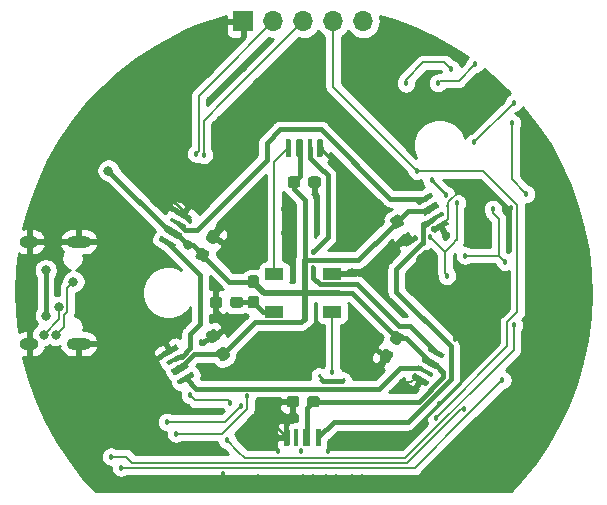
<source format=gbr>
G04 #@! TF.GenerationSoftware,KiCad,Pcbnew,(5.1.4-0-10_14)*
G04 #@! TF.CreationDate,2019-11-19T00:31:20+08:00*
G04 #@! TF.ProjectId,z2m_partner,7a326d5f-7061-4727-946e-65722e6b6963,rev?*
G04 #@! TF.SameCoordinates,Original*
G04 #@! TF.FileFunction,Copper,L2,Bot*
G04 #@! TF.FilePolarity,Positive*
%FSLAX46Y46*%
G04 Gerber Fmt 4.6, Leading zero omitted, Abs format (unit mm)*
G04 Created by KiCad (PCBNEW (5.1.4-0-10_14)) date 2019-11-19 00:31:20*
%MOMM*%
%LPD*%
G04 APERTURE LIST*
%ADD10O,1.700000X1.700000*%
%ADD11R,1.700000X1.700000*%
%ADD12O,2.100000X1.000000*%
%ADD13O,1.600000X1.000000*%
%ADD14C,0.100000*%
%ADD15C,0.950000*%
%ADD16R,1.500000X1.000000*%
%ADD17C,0.500000*%
%ADD18C,0.350000*%
%ADD19C,0.600000*%
%ADD20C,0.450000*%
%ADD21C,0.457200*%
%ADD22C,0.800000*%
%ADD23C,0.250000*%
%ADD24C,0.203200*%
%ADD25C,0.381000*%
%ADD26C,0.508000*%
%ADD27C,0.254000*%
G04 APERTURE END LIST*
D10*
X189610000Y-79900000D03*
X187070000Y-79900000D03*
X184530000Y-79900000D03*
X181990000Y-79900000D03*
D11*
X179450000Y-79900000D03*
D12*
X165530000Y-98550000D03*
X165530000Y-107190000D03*
D13*
X161350000Y-98550000D03*
X161350000Y-107190000D03*
D14*
G36*
X179210779Y-103196144D02*
G01*
X179233834Y-103199563D01*
X179256443Y-103205227D01*
X179278387Y-103213079D01*
X179299457Y-103223044D01*
X179319448Y-103235026D01*
X179338168Y-103248910D01*
X179355438Y-103264562D01*
X179371090Y-103281832D01*
X179384974Y-103300552D01*
X179396956Y-103320543D01*
X179406921Y-103341613D01*
X179414773Y-103363557D01*
X179420437Y-103386166D01*
X179423856Y-103409221D01*
X179425000Y-103432500D01*
X179425000Y-103907500D01*
X179423856Y-103930779D01*
X179420437Y-103953834D01*
X179414773Y-103976443D01*
X179406921Y-103998387D01*
X179396956Y-104019457D01*
X179384974Y-104039448D01*
X179371090Y-104058168D01*
X179355438Y-104075438D01*
X179338168Y-104091090D01*
X179319448Y-104104974D01*
X179299457Y-104116956D01*
X179278387Y-104126921D01*
X179256443Y-104134773D01*
X179233834Y-104140437D01*
X179210779Y-104143856D01*
X179187500Y-104145000D01*
X178612500Y-104145000D01*
X178589221Y-104143856D01*
X178566166Y-104140437D01*
X178543557Y-104134773D01*
X178521613Y-104126921D01*
X178500543Y-104116956D01*
X178480552Y-104104974D01*
X178461832Y-104091090D01*
X178444562Y-104075438D01*
X178428910Y-104058168D01*
X178415026Y-104039448D01*
X178403044Y-104019457D01*
X178393079Y-103998387D01*
X178385227Y-103976443D01*
X178379563Y-103953834D01*
X178376144Y-103930779D01*
X178375000Y-103907500D01*
X178375000Y-103432500D01*
X178376144Y-103409221D01*
X178379563Y-103386166D01*
X178385227Y-103363557D01*
X178393079Y-103341613D01*
X178403044Y-103320543D01*
X178415026Y-103300552D01*
X178428910Y-103281832D01*
X178444562Y-103264562D01*
X178461832Y-103248910D01*
X178480552Y-103235026D01*
X178500543Y-103223044D01*
X178521613Y-103213079D01*
X178543557Y-103205227D01*
X178566166Y-103199563D01*
X178589221Y-103196144D01*
X178612500Y-103195000D01*
X179187500Y-103195000D01*
X179210779Y-103196144D01*
X179210779Y-103196144D01*
G37*
D15*
X178900000Y-103670000D03*
D14*
G36*
X177460779Y-103196144D02*
G01*
X177483834Y-103199563D01*
X177506443Y-103205227D01*
X177528387Y-103213079D01*
X177549457Y-103223044D01*
X177569448Y-103235026D01*
X177588168Y-103248910D01*
X177605438Y-103264562D01*
X177621090Y-103281832D01*
X177634974Y-103300552D01*
X177646956Y-103320543D01*
X177656921Y-103341613D01*
X177664773Y-103363557D01*
X177670437Y-103386166D01*
X177673856Y-103409221D01*
X177675000Y-103432500D01*
X177675000Y-103907500D01*
X177673856Y-103930779D01*
X177670437Y-103953834D01*
X177664773Y-103976443D01*
X177656921Y-103998387D01*
X177646956Y-104019457D01*
X177634974Y-104039448D01*
X177621090Y-104058168D01*
X177605438Y-104075438D01*
X177588168Y-104091090D01*
X177569448Y-104104974D01*
X177549457Y-104116956D01*
X177528387Y-104126921D01*
X177506443Y-104134773D01*
X177483834Y-104140437D01*
X177460779Y-104143856D01*
X177437500Y-104145000D01*
X176862500Y-104145000D01*
X176839221Y-104143856D01*
X176816166Y-104140437D01*
X176793557Y-104134773D01*
X176771613Y-104126921D01*
X176750543Y-104116956D01*
X176730552Y-104104974D01*
X176711832Y-104091090D01*
X176694562Y-104075438D01*
X176678910Y-104058168D01*
X176665026Y-104039448D01*
X176653044Y-104019457D01*
X176643079Y-103998387D01*
X176635227Y-103976443D01*
X176629563Y-103953834D01*
X176626144Y-103930779D01*
X176625000Y-103907500D01*
X176625000Y-103432500D01*
X176626144Y-103409221D01*
X176629563Y-103386166D01*
X176635227Y-103363557D01*
X176643079Y-103341613D01*
X176653044Y-103320543D01*
X176665026Y-103300552D01*
X176678910Y-103281832D01*
X176694562Y-103264562D01*
X176711832Y-103248910D01*
X176730552Y-103235026D01*
X176750543Y-103223044D01*
X176771613Y-103213079D01*
X176793557Y-103205227D01*
X176816166Y-103199563D01*
X176839221Y-103196144D01*
X176862500Y-103195000D01*
X177437500Y-103195000D01*
X177460779Y-103196144D01*
X177460779Y-103196144D01*
G37*
D15*
X177150000Y-103670000D03*
D16*
X182100000Y-104470000D03*
X182100000Y-101270000D03*
X187000000Y-104470000D03*
X187000000Y-101270000D03*
D14*
G36*
X180580779Y-101401144D02*
G01*
X180603834Y-101404563D01*
X180626443Y-101410227D01*
X180648387Y-101418079D01*
X180669457Y-101428044D01*
X180689448Y-101440026D01*
X180708168Y-101453910D01*
X180725438Y-101469562D01*
X180741090Y-101486832D01*
X180754974Y-101505552D01*
X180766956Y-101525543D01*
X180776921Y-101546613D01*
X180784773Y-101568557D01*
X180790437Y-101591166D01*
X180793856Y-101614221D01*
X180795000Y-101637500D01*
X180795000Y-102212500D01*
X180793856Y-102235779D01*
X180790437Y-102258834D01*
X180784773Y-102281443D01*
X180776921Y-102303387D01*
X180766956Y-102324457D01*
X180754974Y-102344448D01*
X180741090Y-102363168D01*
X180725438Y-102380438D01*
X180708168Y-102396090D01*
X180689448Y-102409974D01*
X180669457Y-102421956D01*
X180648387Y-102431921D01*
X180626443Y-102439773D01*
X180603834Y-102445437D01*
X180580779Y-102448856D01*
X180557500Y-102450000D01*
X180082500Y-102450000D01*
X180059221Y-102448856D01*
X180036166Y-102445437D01*
X180013557Y-102439773D01*
X179991613Y-102431921D01*
X179970543Y-102421956D01*
X179950552Y-102409974D01*
X179931832Y-102396090D01*
X179914562Y-102380438D01*
X179898910Y-102363168D01*
X179885026Y-102344448D01*
X179873044Y-102324457D01*
X179863079Y-102303387D01*
X179855227Y-102281443D01*
X179849563Y-102258834D01*
X179846144Y-102235779D01*
X179845000Y-102212500D01*
X179845000Y-101637500D01*
X179846144Y-101614221D01*
X179849563Y-101591166D01*
X179855227Y-101568557D01*
X179863079Y-101546613D01*
X179873044Y-101525543D01*
X179885026Y-101505552D01*
X179898910Y-101486832D01*
X179914562Y-101469562D01*
X179931832Y-101453910D01*
X179950552Y-101440026D01*
X179970543Y-101428044D01*
X179991613Y-101418079D01*
X180013557Y-101410227D01*
X180036166Y-101404563D01*
X180059221Y-101401144D01*
X180082500Y-101400000D01*
X180557500Y-101400000D01*
X180580779Y-101401144D01*
X180580779Y-101401144D01*
G37*
D15*
X180320000Y-101925000D03*
D14*
G36*
X180580779Y-103151144D02*
G01*
X180603834Y-103154563D01*
X180626443Y-103160227D01*
X180648387Y-103168079D01*
X180669457Y-103178044D01*
X180689448Y-103190026D01*
X180708168Y-103203910D01*
X180725438Y-103219562D01*
X180741090Y-103236832D01*
X180754974Y-103255552D01*
X180766956Y-103275543D01*
X180776921Y-103296613D01*
X180784773Y-103318557D01*
X180790437Y-103341166D01*
X180793856Y-103364221D01*
X180795000Y-103387500D01*
X180795000Y-103962500D01*
X180793856Y-103985779D01*
X180790437Y-104008834D01*
X180784773Y-104031443D01*
X180776921Y-104053387D01*
X180766956Y-104074457D01*
X180754974Y-104094448D01*
X180741090Y-104113168D01*
X180725438Y-104130438D01*
X180708168Y-104146090D01*
X180689448Y-104159974D01*
X180669457Y-104171956D01*
X180648387Y-104181921D01*
X180626443Y-104189773D01*
X180603834Y-104195437D01*
X180580779Y-104198856D01*
X180557500Y-104200000D01*
X180082500Y-104200000D01*
X180059221Y-104198856D01*
X180036166Y-104195437D01*
X180013557Y-104189773D01*
X179991613Y-104181921D01*
X179970543Y-104171956D01*
X179950552Y-104159974D01*
X179931832Y-104146090D01*
X179914562Y-104130438D01*
X179898910Y-104113168D01*
X179885026Y-104094448D01*
X179873044Y-104074457D01*
X179863079Y-104053387D01*
X179855227Y-104031443D01*
X179849563Y-104008834D01*
X179846144Y-103985779D01*
X179845000Y-103962500D01*
X179845000Y-103387500D01*
X179846144Y-103364221D01*
X179849563Y-103341166D01*
X179855227Y-103318557D01*
X179863079Y-103296613D01*
X179873044Y-103275543D01*
X179885026Y-103255552D01*
X179898910Y-103236832D01*
X179914562Y-103219562D01*
X179931832Y-103203910D01*
X179950552Y-103190026D01*
X179970543Y-103178044D01*
X179991613Y-103168079D01*
X180013557Y-103160227D01*
X180036166Y-103154563D01*
X180059221Y-103151144D01*
X180082500Y-103150000D01*
X180557500Y-103150000D01*
X180580779Y-103151144D01*
X180580779Y-103151144D01*
G37*
D15*
X180320000Y-103675000D03*
D14*
G36*
X184050779Y-93026144D02*
G01*
X184073834Y-93029563D01*
X184096443Y-93035227D01*
X184118387Y-93043079D01*
X184139457Y-93053044D01*
X184159448Y-93065026D01*
X184178168Y-93078910D01*
X184195438Y-93094562D01*
X184211090Y-93111832D01*
X184224974Y-93130552D01*
X184236956Y-93150543D01*
X184246921Y-93171613D01*
X184254773Y-93193557D01*
X184260437Y-93216166D01*
X184263856Y-93239221D01*
X184265000Y-93262500D01*
X184265000Y-93737500D01*
X184263856Y-93760779D01*
X184260437Y-93783834D01*
X184254773Y-93806443D01*
X184246921Y-93828387D01*
X184236956Y-93849457D01*
X184224974Y-93869448D01*
X184211090Y-93888168D01*
X184195438Y-93905438D01*
X184178168Y-93921090D01*
X184159448Y-93934974D01*
X184139457Y-93946956D01*
X184118387Y-93956921D01*
X184096443Y-93964773D01*
X184073834Y-93970437D01*
X184050779Y-93973856D01*
X184027500Y-93975000D01*
X183452500Y-93975000D01*
X183429221Y-93973856D01*
X183406166Y-93970437D01*
X183383557Y-93964773D01*
X183361613Y-93956921D01*
X183340543Y-93946956D01*
X183320552Y-93934974D01*
X183301832Y-93921090D01*
X183284562Y-93905438D01*
X183268910Y-93888168D01*
X183255026Y-93869448D01*
X183243044Y-93849457D01*
X183233079Y-93828387D01*
X183225227Y-93806443D01*
X183219563Y-93783834D01*
X183216144Y-93760779D01*
X183215000Y-93737500D01*
X183215000Y-93262500D01*
X183216144Y-93239221D01*
X183219563Y-93216166D01*
X183225227Y-93193557D01*
X183233079Y-93171613D01*
X183243044Y-93150543D01*
X183255026Y-93130552D01*
X183268910Y-93111832D01*
X183284562Y-93094562D01*
X183301832Y-93078910D01*
X183320552Y-93065026D01*
X183340543Y-93053044D01*
X183361613Y-93043079D01*
X183383557Y-93035227D01*
X183406166Y-93029563D01*
X183429221Y-93026144D01*
X183452500Y-93025000D01*
X184027500Y-93025000D01*
X184050779Y-93026144D01*
X184050779Y-93026144D01*
G37*
D15*
X183740000Y-93500000D03*
D14*
G36*
X185800779Y-93026144D02*
G01*
X185823834Y-93029563D01*
X185846443Y-93035227D01*
X185868387Y-93043079D01*
X185889457Y-93053044D01*
X185909448Y-93065026D01*
X185928168Y-93078910D01*
X185945438Y-93094562D01*
X185961090Y-93111832D01*
X185974974Y-93130552D01*
X185986956Y-93150543D01*
X185996921Y-93171613D01*
X186004773Y-93193557D01*
X186010437Y-93216166D01*
X186013856Y-93239221D01*
X186015000Y-93262500D01*
X186015000Y-93737500D01*
X186013856Y-93760779D01*
X186010437Y-93783834D01*
X186004773Y-93806443D01*
X185996921Y-93828387D01*
X185986956Y-93849457D01*
X185974974Y-93869448D01*
X185961090Y-93888168D01*
X185945438Y-93905438D01*
X185928168Y-93921090D01*
X185909448Y-93934974D01*
X185889457Y-93946956D01*
X185868387Y-93956921D01*
X185846443Y-93964773D01*
X185823834Y-93970437D01*
X185800779Y-93973856D01*
X185777500Y-93975000D01*
X185202500Y-93975000D01*
X185179221Y-93973856D01*
X185156166Y-93970437D01*
X185133557Y-93964773D01*
X185111613Y-93956921D01*
X185090543Y-93946956D01*
X185070552Y-93934974D01*
X185051832Y-93921090D01*
X185034562Y-93905438D01*
X185018910Y-93888168D01*
X185005026Y-93869448D01*
X184993044Y-93849457D01*
X184983079Y-93828387D01*
X184975227Y-93806443D01*
X184969563Y-93783834D01*
X184966144Y-93760779D01*
X184965000Y-93737500D01*
X184965000Y-93262500D01*
X184966144Y-93239221D01*
X184969563Y-93216166D01*
X184975227Y-93193557D01*
X184983079Y-93171613D01*
X184993044Y-93150543D01*
X185005026Y-93130552D01*
X185018910Y-93111832D01*
X185034562Y-93094562D01*
X185051832Y-93078910D01*
X185070552Y-93065026D01*
X185090543Y-93053044D01*
X185111613Y-93043079D01*
X185133557Y-93035227D01*
X185156166Y-93029563D01*
X185179221Y-93026144D01*
X185202500Y-93025000D01*
X185777500Y-93025000D01*
X185800779Y-93026144D01*
X185800779Y-93026144D01*
G37*
D15*
X185490000Y-93500000D03*
D14*
G36*
X177820964Y-107468049D02*
G01*
X177844119Y-107470712D01*
X177866901Y-107475633D01*
X177889090Y-107482762D01*
X177910475Y-107492033D01*
X177930847Y-107503354D01*
X177950012Y-107516619D01*
X177967784Y-107531697D01*
X177983993Y-107548445D01*
X177998482Y-107566702D01*
X178011112Y-107586290D01*
X178298612Y-108084254D01*
X178309261Y-108104986D01*
X178317827Y-108126662D01*
X178324227Y-108149073D01*
X178328399Y-108172004D01*
X178330304Y-108195233D01*
X178329923Y-108218537D01*
X178327259Y-108241692D01*
X178322338Y-108264473D01*
X178315209Y-108286663D01*
X178305938Y-108308047D01*
X178294617Y-108328420D01*
X178281352Y-108347585D01*
X178266274Y-108365357D01*
X178249526Y-108381566D01*
X178231270Y-108396055D01*
X178211681Y-108408685D01*
X177800319Y-108646185D01*
X177779587Y-108656834D01*
X177757911Y-108665400D01*
X177735500Y-108671800D01*
X177712569Y-108675972D01*
X177689340Y-108677877D01*
X177666036Y-108677495D01*
X177642881Y-108674832D01*
X177620099Y-108669911D01*
X177597910Y-108662782D01*
X177576525Y-108653511D01*
X177556153Y-108642190D01*
X177536988Y-108628925D01*
X177519216Y-108613847D01*
X177503007Y-108597099D01*
X177488518Y-108578842D01*
X177475888Y-108559254D01*
X177188388Y-108061290D01*
X177177739Y-108040558D01*
X177169173Y-108018882D01*
X177162773Y-107996471D01*
X177158601Y-107973540D01*
X177156696Y-107950311D01*
X177157077Y-107927007D01*
X177159741Y-107903852D01*
X177164662Y-107881071D01*
X177171791Y-107858881D01*
X177181062Y-107837497D01*
X177192383Y-107817124D01*
X177205648Y-107797959D01*
X177220726Y-107780187D01*
X177237474Y-107763978D01*
X177255730Y-107749489D01*
X177275319Y-107736859D01*
X177686681Y-107499359D01*
X177707413Y-107488710D01*
X177729089Y-107480144D01*
X177751500Y-107473744D01*
X177774431Y-107469572D01*
X177797660Y-107467667D01*
X177820964Y-107468049D01*
X177820964Y-107468049D01*
G37*
D15*
X177743500Y-108072772D03*
D14*
G36*
X176945964Y-105952505D02*
G01*
X176969119Y-105955168D01*
X176991901Y-105960089D01*
X177014090Y-105967218D01*
X177035475Y-105976489D01*
X177055847Y-105987810D01*
X177075012Y-106001075D01*
X177092784Y-106016153D01*
X177108993Y-106032901D01*
X177123482Y-106051158D01*
X177136112Y-106070746D01*
X177423612Y-106568710D01*
X177434261Y-106589442D01*
X177442827Y-106611118D01*
X177449227Y-106633529D01*
X177453399Y-106656460D01*
X177455304Y-106679689D01*
X177454923Y-106702993D01*
X177452259Y-106726148D01*
X177447338Y-106748929D01*
X177440209Y-106771119D01*
X177430938Y-106792503D01*
X177419617Y-106812876D01*
X177406352Y-106832041D01*
X177391274Y-106849813D01*
X177374526Y-106866022D01*
X177356270Y-106880511D01*
X177336681Y-106893141D01*
X176925319Y-107130641D01*
X176904587Y-107141290D01*
X176882911Y-107149856D01*
X176860500Y-107156256D01*
X176837569Y-107160428D01*
X176814340Y-107162333D01*
X176791036Y-107161951D01*
X176767881Y-107159288D01*
X176745099Y-107154367D01*
X176722910Y-107147238D01*
X176701525Y-107137967D01*
X176681153Y-107126646D01*
X176661988Y-107113381D01*
X176644216Y-107098303D01*
X176628007Y-107081555D01*
X176613518Y-107063298D01*
X176600888Y-107043710D01*
X176313388Y-106545746D01*
X176302739Y-106525014D01*
X176294173Y-106503338D01*
X176287773Y-106480927D01*
X176283601Y-106457996D01*
X176281696Y-106434767D01*
X176282077Y-106411463D01*
X176284741Y-106388308D01*
X176289662Y-106365527D01*
X176296791Y-106343337D01*
X176306062Y-106321953D01*
X176317383Y-106301580D01*
X176330648Y-106282415D01*
X176345726Y-106264643D01*
X176362474Y-106248434D01*
X176380730Y-106233945D01*
X176400319Y-106221315D01*
X176811681Y-105983815D01*
X176832413Y-105973166D01*
X176854089Y-105964600D01*
X176876500Y-105958200D01*
X176899431Y-105954028D01*
X176922660Y-105952123D01*
X176945964Y-105952505D01*
X176945964Y-105952505D01*
G37*
D15*
X176868500Y-106557228D03*
D14*
G36*
X192430569Y-106081028D02*
G01*
X192453500Y-106085200D01*
X192475911Y-106091600D01*
X192497587Y-106100166D01*
X192518319Y-106110815D01*
X192929681Y-106348315D01*
X192949269Y-106360945D01*
X192967526Y-106375434D01*
X192984274Y-106391643D01*
X192999352Y-106409415D01*
X193012617Y-106428580D01*
X193023938Y-106448952D01*
X193033209Y-106470337D01*
X193040338Y-106492526D01*
X193045259Y-106515308D01*
X193047922Y-106538463D01*
X193048304Y-106561767D01*
X193046399Y-106584996D01*
X193042227Y-106607927D01*
X193035827Y-106630338D01*
X193027261Y-106652014D01*
X193016612Y-106672746D01*
X192729112Y-107170710D01*
X192716482Y-107190299D01*
X192701993Y-107208555D01*
X192685784Y-107225303D01*
X192668012Y-107240381D01*
X192648847Y-107253646D01*
X192628474Y-107264967D01*
X192607090Y-107274238D01*
X192584900Y-107281367D01*
X192562119Y-107286288D01*
X192538964Y-107288952D01*
X192515660Y-107289333D01*
X192492431Y-107287428D01*
X192469500Y-107283256D01*
X192447089Y-107276856D01*
X192425413Y-107268290D01*
X192404681Y-107257641D01*
X191993319Y-107020141D01*
X191973731Y-107007511D01*
X191955474Y-106993022D01*
X191938726Y-106976813D01*
X191923648Y-106959041D01*
X191910383Y-106939876D01*
X191899062Y-106919504D01*
X191889791Y-106898119D01*
X191882662Y-106875930D01*
X191877741Y-106853148D01*
X191875078Y-106829993D01*
X191874696Y-106806689D01*
X191876601Y-106783460D01*
X191880773Y-106760529D01*
X191887173Y-106738118D01*
X191895739Y-106716442D01*
X191906388Y-106695710D01*
X192193888Y-106197746D01*
X192206518Y-106178157D01*
X192221007Y-106159901D01*
X192237216Y-106143153D01*
X192254988Y-106128075D01*
X192274153Y-106114810D01*
X192294526Y-106103489D01*
X192315910Y-106094218D01*
X192338100Y-106087089D01*
X192360881Y-106082168D01*
X192384036Y-106079504D01*
X192407340Y-106079123D01*
X192430569Y-106081028D01*
X192430569Y-106081028D01*
G37*
D15*
X192461500Y-106684228D03*
D14*
G36*
X191555569Y-107596572D02*
G01*
X191578500Y-107600744D01*
X191600911Y-107607144D01*
X191622587Y-107615710D01*
X191643319Y-107626359D01*
X192054681Y-107863859D01*
X192074269Y-107876489D01*
X192092526Y-107890978D01*
X192109274Y-107907187D01*
X192124352Y-107924959D01*
X192137617Y-107944124D01*
X192148938Y-107964496D01*
X192158209Y-107985881D01*
X192165338Y-108008070D01*
X192170259Y-108030852D01*
X192172922Y-108054007D01*
X192173304Y-108077311D01*
X192171399Y-108100540D01*
X192167227Y-108123471D01*
X192160827Y-108145882D01*
X192152261Y-108167558D01*
X192141612Y-108188290D01*
X191854112Y-108686254D01*
X191841482Y-108705843D01*
X191826993Y-108724099D01*
X191810784Y-108740847D01*
X191793012Y-108755925D01*
X191773847Y-108769190D01*
X191753474Y-108780511D01*
X191732090Y-108789782D01*
X191709900Y-108796911D01*
X191687119Y-108801832D01*
X191663964Y-108804496D01*
X191640660Y-108804877D01*
X191617431Y-108802972D01*
X191594500Y-108798800D01*
X191572089Y-108792400D01*
X191550413Y-108783834D01*
X191529681Y-108773185D01*
X191118319Y-108535685D01*
X191098731Y-108523055D01*
X191080474Y-108508566D01*
X191063726Y-108492357D01*
X191048648Y-108474585D01*
X191035383Y-108455420D01*
X191024062Y-108435048D01*
X191014791Y-108413663D01*
X191007662Y-108391474D01*
X191002741Y-108368692D01*
X191000078Y-108345537D01*
X190999696Y-108322233D01*
X191001601Y-108299004D01*
X191005773Y-108276073D01*
X191012173Y-108253662D01*
X191020739Y-108231986D01*
X191031388Y-108211254D01*
X191318888Y-107713290D01*
X191331518Y-107693701D01*
X191346007Y-107675445D01*
X191362216Y-107658697D01*
X191379988Y-107643619D01*
X191399153Y-107630354D01*
X191419526Y-107619033D01*
X191440910Y-107609762D01*
X191463100Y-107602633D01*
X191485881Y-107597712D01*
X191509036Y-107595048D01*
X191532340Y-107594667D01*
X191555569Y-107596572D01*
X191555569Y-107596572D01*
G37*
D15*
X191586500Y-108199772D03*
D14*
G36*
X186087252Y-89870602D02*
G01*
X186099386Y-89872402D01*
X186111286Y-89875382D01*
X186122835Y-89879515D01*
X186133925Y-89884760D01*
X186144446Y-89891066D01*
X186154299Y-89898374D01*
X186163388Y-89906612D01*
X186171626Y-89915701D01*
X186178934Y-89925554D01*
X186185240Y-89936075D01*
X186190485Y-89947165D01*
X186194618Y-89958714D01*
X186197598Y-89970614D01*
X186199398Y-89982748D01*
X186200000Y-89995000D01*
X186200000Y-91245000D01*
X186199398Y-91257252D01*
X186197598Y-91269386D01*
X186194618Y-91281286D01*
X186190485Y-91292835D01*
X186185240Y-91303925D01*
X186178934Y-91314446D01*
X186171626Y-91324299D01*
X186163388Y-91333388D01*
X186154299Y-91341626D01*
X186144446Y-91348934D01*
X186133925Y-91355240D01*
X186122835Y-91360485D01*
X186111286Y-91364618D01*
X186099386Y-91367598D01*
X186087252Y-91369398D01*
X186075000Y-91370000D01*
X185825000Y-91370000D01*
X185812748Y-91369398D01*
X185800614Y-91367598D01*
X185788714Y-91364618D01*
X185777165Y-91360485D01*
X185766075Y-91355240D01*
X185755554Y-91348934D01*
X185745701Y-91341626D01*
X185736612Y-91333388D01*
X185728374Y-91324299D01*
X185721066Y-91314446D01*
X185714760Y-91303925D01*
X185709515Y-91292835D01*
X185705382Y-91281286D01*
X185702402Y-91269386D01*
X185700602Y-91257252D01*
X185700000Y-91245000D01*
X185700000Y-89995000D01*
X185700602Y-89982748D01*
X185702402Y-89970614D01*
X185705382Y-89958714D01*
X185709515Y-89947165D01*
X185714760Y-89936075D01*
X185721066Y-89925554D01*
X185728374Y-89915701D01*
X185736612Y-89906612D01*
X185745701Y-89898374D01*
X185755554Y-89891066D01*
X185766075Y-89884760D01*
X185777165Y-89879515D01*
X185788714Y-89875382D01*
X185800614Y-89872402D01*
X185812748Y-89870602D01*
X185825000Y-89870000D01*
X186075000Y-89870000D01*
X186087252Y-89870602D01*
X186087252Y-89870602D01*
G37*
D17*
X185950000Y-90620000D03*
D14*
G36*
X185221076Y-89870421D02*
G01*
X185229570Y-89871681D01*
X185237900Y-89873768D01*
X185245985Y-89876661D01*
X185253747Y-89880332D01*
X185261112Y-89884746D01*
X185268009Y-89889862D01*
X185274372Y-89895628D01*
X185280138Y-89901991D01*
X185285254Y-89908888D01*
X185289668Y-89916253D01*
X185293339Y-89924015D01*
X185296232Y-89932100D01*
X185298319Y-89940430D01*
X185299579Y-89948924D01*
X185300000Y-89957500D01*
X185300000Y-91282500D01*
X185299579Y-91291076D01*
X185298319Y-91299570D01*
X185296232Y-91307900D01*
X185293339Y-91315985D01*
X185289668Y-91323747D01*
X185285254Y-91331112D01*
X185280138Y-91338009D01*
X185274372Y-91344372D01*
X185268009Y-91350138D01*
X185261112Y-91355254D01*
X185253747Y-91359668D01*
X185245985Y-91363339D01*
X185237900Y-91366232D01*
X185229570Y-91368319D01*
X185221076Y-91369579D01*
X185212500Y-91370000D01*
X185037500Y-91370000D01*
X185028924Y-91369579D01*
X185020430Y-91368319D01*
X185012100Y-91366232D01*
X185004015Y-91363339D01*
X184996253Y-91359668D01*
X184988888Y-91355254D01*
X184981991Y-91350138D01*
X184975628Y-91344372D01*
X184969862Y-91338009D01*
X184964746Y-91331112D01*
X184960332Y-91323747D01*
X184956661Y-91315985D01*
X184953768Y-91307900D01*
X184951681Y-91299570D01*
X184950421Y-91291076D01*
X184950000Y-91282500D01*
X184950000Y-89957500D01*
X184950421Y-89948924D01*
X184951681Y-89940430D01*
X184953768Y-89932100D01*
X184956661Y-89924015D01*
X184960332Y-89916253D01*
X184964746Y-89908888D01*
X184969862Y-89901991D01*
X184975628Y-89895628D01*
X184981991Y-89889862D01*
X184988888Y-89884746D01*
X184996253Y-89880332D01*
X185004015Y-89876661D01*
X185012100Y-89873768D01*
X185020430Y-89871681D01*
X185028924Y-89870421D01*
X185037500Y-89870000D01*
X185212500Y-89870000D01*
X185221076Y-89870421D01*
X185221076Y-89870421D01*
G37*
D18*
X185125000Y-90620000D03*
D14*
G36*
X184414703Y-89870722D02*
G01*
X184429264Y-89872882D01*
X184443543Y-89876459D01*
X184457403Y-89881418D01*
X184470710Y-89887712D01*
X184483336Y-89895280D01*
X184495159Y-89904048D01*
X184506066Y-89913934D01*
X184515952Y-89924841D01*
X184524720Y-89936664D01*
X184532288Y-89949290D01*
X184538582Y-89962597D01*
X184543541Y-89976457D01*
X184547118Y-89990736D01*
X184549278Y-90005297D01*
X184550000Y-90020000D01*
X184550000Y-91220000D01*
X184549278Y-91234703D01*
X184547118Y-91249264D01*
X184543541Y-91263543D01*
X184538582Y-91277403D01*
X184532288Y-91290710D01*
X184524720Y-91303336D01*
X184515952Y-91315159D01*
X184506066Y-91326066D01*
X184495159Y-91335952D01*
X184483336Y-91344720D01*
X184470710Y-91352288D01*
X184457403Y-91358582D01*
X184443543Y-91363541D01*
X184429264Y-91367118D01*
X184414703Y-91369278D01*
X184400000Y-91370000D01*
X184100000Y-91370000D01*
X184085297Y-91369278D01*
X184070736Y-91367118D01*
X184056457Y-91363541D01*
X184042597Y-91358582D01*
X184029290Y-91352288D01*
X184016664Y-91344720D01*
X184004841Y-91335952D01*
X183993934Y-91326066D01*
X183984048Y-91315159D01*
X183975280Y-91303336D01*
X183967712Y-91290710D01*
X183961418Y-91277403D01*
X183956459Y-91263543D01*
X183952882Y-91249264D01*
X183950722Y-91234703D01*
X183950000Y-91220000D01*
X183950000Y-90020000D01*
X183950722Y-90005297D01*
X183952882Y-89990736D01*
X183956459Y-89976457D01*
X183961418Y-89962597D01*
X183967712Y-89949290D01*
X183975280Y-89936664D01*
X183984048Y-89924841D01*
X183993934Y-89913934D01*
X184004841Y-89904048D01*
X184016664Y-89895280D01*
X184029290Y-89887712D01*
X184042597Y-89881418D01*
X184056457Y-89876459D01*
X184070736Y-89872882D01*
X184085297Y-89870722D01*
X184100000Y-89870000D01*
X184400000Y-89870000D01*
X184414703Y-89870722D01*
X184414703Y-89870722D01*
G37*
D19*
X184250000Y-90620000D03*
D14*
G36*
X183398527Y-89870542D02*
G01*
X183409448Y-89872162D01*
X183420157Y-89874844D01*
X183430552Y-89878564D01*
X183440532Y-89883284D01*
X183450002Y-89888960D01*
X183458869Y-89895536D01*
X183467050Y-89902950D01*
X183474464Y-89911131D01*
X183481040Y-89919998D01*
X183486716Y-89929468D01*
X183491436Y-89939448D01*
X183495156Y-89949843D01*
X183497838Y-89960552D01*
X183499458Y-89971473D01*
X183500000Y-89982500D01*
X183500000Y-91257500D01*
X183499458Y-91268527D01*
X183497838Y-91279448D01*
X183495156Y-91290157D01*
X183491436Y-91300552D01*
X183486716Y-91310532D01*
X183481040Y-91320002D01*
X183474464Y-91328869D01*
X183467050Y-91337050D01*
X183458869Y-91344464D01*
X183450002Y-91351040D01*
X183440532Y-91356716D01*
X183430552Y-91361436D01*
X183420157Y-91365156D01*
X183409448Y-91367838D01*
X183398527Y-91369458D01*
X183387500Y-91370000D01*
X183162500Y-91370000D01*
X183151473Y-91369458D01*
X183140552Y-91367838D01*
X183129843Y-91365156D01*
X183119448Y-91361436D01*
X183109468Y-91356716D01*
X183099998Y-91351040D01*
X183091131Y-91344464D01*
X183082950Y-91337050D01*
X183075536Y-91328869D01*
X183068960Y-91320002D01*
X183063284Y-91310532D01*
X183058564Y-91300552D01*
X183054844Y-91290157D01*
X183052162Y-91279448D01*
X183050542Y-91268527D01*
X183050000Y-91257500D01*
X183050000Y-89982500D01*
X183050542Y-89971473D01*
X183052162Y-89960552D01*
X183054844Y-89949843D01*
X183058564Y-89939448D01*
X183063284Y-89929468D01*
X183068960Y-89919998D01*
X183075536Y-89911131D01*
X183082950Y-89902950D01*
X183091131Y-89895536D01*
X183099998Y-89888960D01*
X183109468Y-89883284D01*
X183119448Y-89878564D01*
X183129843Y-89874844D01*
X183140552Y-89872162D01*
X183151473Y-89870542D01*
X183162500Y-89870000D01*
X183387500Y-89870000D01*
X183398527Y-89870542D01*
X183398527Y-89870542D01*
G37*
D20*
X183275000Y-90620000D03*
D14*
G36*
X193988031Y-109682752D02*
G01*
X194000100Y-109684948D01*
X194011895Y-109688317D01*
X194023303Y-109692825D01*
X194034215Y-109698430D01*
X195116747Y-110323430D01*
X195127057Y-110330077D01*
X195136665Y-110337703D01*
X195145480Y-110346234D01*
X195153416Y-110355588D01*
X195160397Y-110365675D01*
X195166356Y-110376397D01*
X195171235Y-110387652D01*
X195174988Y-110399331D01*
X195177577Y-110411321D01*
X195178979Y-110423508D01*
X195179180Y-110435773D01*
X195178178Y-110447999D01*
X195175982Y-110460068D01*
X195172613Y-110471863D01*
X195168105Y-110483271D01*
X195162500Y-110494183D01*
X195037500Y-110710689D01*
X195030853Y-110720999D01*
X195023227Y-110730607D01*
X195014696Y-110739422D01*
X195005342Y-110747358D01*
X194995255Y-110754339D01*
X194984533Y-110760298D01*
X194973278Y-110765177D01*
X194961599Y-110768930D01*
X194949609Y-110771519D01*
X194937422Y-110772921D01*
X194925157Y-110773122D01*
X194912931Y-110772120D01*
X194900862Y-110769924D01*
X194889067Y-110766555D01*
X194877659Y-110762047D01*
X194866747Y-110756442D01*
X193784215Y-110131442D01*
X193773905Y-110124795D01*
X193764297Y-110117169D01*
X193755482Y-110108638D01*
X193747546Y-110099284D01*
X193740565Y-110089197D01*
X193734606Y-110078475D01*
X193729727Y-110067220D01*
X193725974Y-110055541D01*
X193723385Y-110043551D01*
X193721983Y-110031364D01*
X193721782Y-110019099D01*
X193722784Y-110006873D01*
X193724980Y-109994804D01*
X193728349Y-109983009D01*
X193732857Y-109971601D01*
X193738462Y-109960689D01*
X193863462Y-109744183D01*
X193870109Y-109733873D01*
X193877735Y-109724265D01*
X193886266Y-109715450D01*
X193895620Y-109707514D01*
X193905707Y-109700533D01*
X193916429Y-109694574D01*
X193927684Y-109689695D01*
X193939363Y-109685942D01*
X193951353Y-109683353D01*
X193963540Y-109681951D01*
X193975805Y-109681750D01*
X193988031Y-109682752D01*
X193988031Y-109682752D01*
G37*
D17*
X194450481Y-110227436D03*
D14*
G36*
X194344410Y-109019187D02*
G01*
X194352858Y-109020724D01*
X194361115Y-109023082D01*
X194369101Y-109026237D01*
X194376739Y-109030161D01*
X195524223Y-109692661D01*
X195531440Y-109697314D01*
X195538166Y-109702652D01*
X195544336Y-109708624D01*
X195549891Y-109715171D01*
X195554778Y-109722232D01*
X195558949Y-109729738D01*
X195562365Y-109737616D01*
X195564992Y-109745791D01*
X195566804Y-109754185D01*
X195567786Y-109762715D01*
X195567926Y-109771301D01*
X195567224Y-109779859D01*
X195565687Y-109788307D01*
X195563329Y-109796564D01*
X195560174Y-109804550D01*
X195556250Y-109812188D01*
X195468750Y-109963742D01*
X195464097Y-109970959D01*
X195458759Y-109977685D01*
X195452787Y-109983855D01*
X195446240Y-109989410D01*
X195439179Y-109994297D01*
X195431673Y-109998468D01*
X195423795Y-110001884D01*
X195415620Y-110004511D01*
X195407226Y-110006323D01*
X195398696Y-110007305D01*
X195390110Y-110007445D01*
X195381552Y-110006743D01*
X195373104Y-110005206D01*
X195364847Y-110002848D01*
X195356861Y-109999693D01*
X195349223Y-109995769D01*
X194201739Y-109333269D01*
X194194522Y-109328616D01*
X194187796Y-109323278D01*
X194181626Y-109317306D01*
X194176071Y-109310759D01*
X194171184Y-109303698D01*
X194167013Y-109296192D01*
X194163597Y-109288314D01*
X194160970Y-109280139D01*
X194159158Y-109271745D01*
X194158176Y-109263215D01*
X194158036Y-109254629D01*
X194158738Y-109246071D01*
X194160275Y-109237623D01*
X194162633Y-109229366D01*
X194165788Y-109221380D01*
X194169712Y-109213742D01*
X194257212Y-109062188D01*
X194261865Y-109054971D01*
X194267203Y-109048245D01*
X194273175Y-109042075D01*
X194279722Y-109036520D01*
X194286783Y-109031633D01*
X194294289Y-109027462D01*
X194302167Y-109024046D01*
X194310342Y-109021419D01*
X194318736Y-109019607D01*
X194327266Y-109018625D01*
X194335852Y-109018485D01*
X194344410Y-109019187D01*
X194344410Y-109019187D01*
G37*
D18*
X194862981Y-109512965D03*
D14*
G36*
X194875445Y-108176571D02*
G01*
X194889927Y-108179206D01*
X194904082Y-108183248D01*
X194917772Y-108188658D01*
X194930866Y-108195384D01*
X195970096Y-108795384D01*
X195982468Y-108803361D01*
X195993998Y-108812512D01*
X196004576Y-108822749D01*
X196014099Y-108833974D01*
X196022476Y-108846078D01*
X196029627Y-108858945D01*
X196035482Y-108872451D01*
X196039985Y-108886465D01*
X196043093Y-108900854D01*
X196044775Y-108915478D01*
X196045016Y-108930196D01*
X196043813Y-108944867D01*
X196041178Y-108959349D01*
X196037136Y-108973504D01*
X196031726Y-108987194D01*
X196025000Y-109000288D01*
X195875000Y-109260096D01*
X195867023Y-109272468D01*
X195857872Y-109283998D01*
X195847635Y-109294576D01*
X195836410Y-109304099D01*
X195824306Y-109312476D01*
X195811439Y-109319627D01*
X195797934Y-109325482D01*
X195783919Y-109329985D01*
X195769530Y-109333092D01*
X195754907Y-109334775D01*
X195740188Y-109335016D01*
X195725517Y-109333813D01*
X195711035Y-109331178D01*
X195696880Y-109327136D01*
X195683190Y-109321726D01*
X195670096Y-109315000D01*
X194630866Y-108715000D01*
X194618494Y-108707023D01*
X194606964Y-108697872D01*
X194596386Y-108687635D01*
X194586863Y-108676410D01*
X194578486Y-108664306D01*
X194571335Y-108651439D01*
X194565480Y-108637933D01*
X194560977Y-108623919D01*
X194557869Y-108609530D01*
X194556187Y-108594906D01*
X194555946Y-108580188D01*
X194557149Y-108565517D01*
X194559784Y-108551035D01*
X194563826Y-108536880D01*
X194569236Y-108523190D01*
X194575962Y-108510096D01*
X194725962Y-108250288D01*
X194733939Y-108237916D01*
X194743090Y-108226386D01*
X194753327Y-108215808D01*
X194764552Y-108206285D01*
X194776656Y-108197908D01*
X194789523Y-108190757D01*
X194803028Y-108184902D01*
X194817043Y-108180399D01*
X194831432Y-108177292D01*
X194846055Y-108175609D01*
X194860774Y-108175368D01*
X194875445Y-108176571D01*
X194875445Y-108176571D01*
G37*
D19*
X195300481Y-108755192D03*
D14*
G36*
X195306824Y-107383102D02*
G01*
X195317686Y-107385079D01*
X195328302Y-107388110D01*
X195338569Y-107392168D01*
X195348390Y-107397212D01*
X196452572Y-108034712D01*
X196461851Y-108040695D01*
X196470498Y-108047558D01*
X196478432Y-108055236D01*
X196485574Y-108063654D01*
X196491857Y-108072732D01*
X196497220Y-108082383D01*
X196501611Y-108092512D01*
X196504989Y-108103023D01*
X196507319Y-108113814D01*
X196508581Y-108124782D01*
X196508762Y-108135821D01*
X196507860Y-108146824D01*
X196505883Y-108157686D01*
X196502852Y-108168302D01*
X196498794Y-108178570D01*
X196493750Y-108188390D01*
X196381250Y-108383246D01*
X196375267Y-108392525D01*
X196368404Y-108401172D01*
X196360726Y-108409106D01*
X196352308Y-108416248D01*
X196343230Y-108422531D01*
X196333580Y-108427894D01*
X196323450Y-108432285D01*
X196312939Y-108435663D01*
X196302148Y-108437993D01*
X196291180Y-108439255D01*
X196280141Y-108439436D01*
X196269138Y-108438534D01*
X196258276Y-108436557D01*
X196247660Y-108433526D01*
X196237393Y-108429468D01*
X196227572Y-108424424D01*
X195123390Y-107786924D01*
X195114111Y-107780941D01*
X195105464Y-107774078D01*
X195097530Y-107766400D01*
X195090388Y-107757982D01*
X195084105Y-107748904D01*
X195078742Y-107739253D01*
X195074351Y-107729124D01*
X195070973Y-107718613D01*
X195068643Y-107707822D01*
X195067381Y-107696854D01*
X195067200Y-107685815D01*
X195068102Y-107674812D01*
X195070079Y-107663950D01*
X195073110Y-107653334D01*
X195077168Y-107643066D01*
X195082212Y-107633246D01*
X195194712Y-107438390D01*
X195200695Y-107429111D01*
X195207558Y-107420464D01*
X195215236Y-107412530D01*
X195223654Y-107405388D01*
X195232732Y-107399105D01*
X195242382Y-107393742D01*
X195252512Y-107389351D01*
X195263023Y-107385973D01*
X195273814Y-107383643D01*
X195284782Y-107382381D01*
X195295821Y-107382200D01*
X195306824Y-107383102D01*
X195306824Y-107383102D01*
G37*
D20*
X195787981Y-107910818D03*
D14*
G36*
X173736460Y-107247079D02*
G01*
X173748647Y-107248481D01*
X173760637Y-107251070D01*
X173772316Y-107254823D01*
X173783571Y-107259702D01*
X173794293Y-107265661D01*
X173804380Y-107272642D01*
X173813734Y-107280578D01*
X173822265Y-107289393D01*
X173829891Y-107299001D01*
X173836538Y-107309311D01*
X173961538Y-107525817D01*
X173967143Y-107536729D01*
X173971651Y-107548137D01*
X173975020Y-107559932D01*
X173977216Y-107572001D01*
X173978218Y-107584227D01*
X173978017Y-107596492D01*
X173976615Y-107608679D01*
X173974026Y-107620669D01*
X173970273Y-107632348D01*
X173965394Y-107643603D01*
X173959435Y-107654325D01*
X173952454Y-107664412D01*
X173944518Y-107673766D01*
X173935703Y-107682297D01*
X173926095Y-107689923D01*
X173915785Y-107696570D01*
X172833253Y-108321570D01*
X172822341Y-108327175D01*
X172810933Y-108331683D01*
X172799138Y-108335052D01*
X172787069Y-108337248D01*
X172774843Y-108338250D01*
X172762578Y-108338049D01*
X172750391Y-108336647D01*
X172738401Y-108334058D01*
X172726722Y-108330305D01*
X172715467Y-108325426D01*
X172704745Y-108319467D01*
X172694658Y-108312486D01*
X172685304Y-108304550D01*
X172676773Y-108295735D01*
X172669147Y-108286127D01*
X172662500Y-108275817D01*
X172537500Y-108059311D01*
X172531895Y-108048399D01*
X172527387Y-108036991D01*
X172524018Y-108025196D01*
X172521822Y-108013127D01*
X172520820Y-108000901D01*
X172521021Y-107988636D01*
X172522423Y-107976449D01*
X172525012Y-107964459D01*
X172528765Y-107952780D01*
X172533644Y-107941525D01*
X172539603Y-107930803D01*
X172546584Y-107920716D01*
X172554520Y-107911362D01*
X172563335Y-107902831D01*
X172572943Y-107895205D01*
X172583253Y-107888558D01*
X173665785Y-107263558D01*
X173676697Y-107257953D01*
X173688105Y-107253445D01*
X173699900Y-107250076D01*
X173711969Y-107247880D01*
X173724195Y-107246878D01*
X173736460Y-107247079D01*
X173736460Y-107247079D01*
G37*
D17*
X173249519Y-107792564D03*
D14*
G36*
X174197734Y-108012695D02*
G01*
X174206264Y-108013677D01*
X174214658Y-108015489D01*
X174222833Y-108018116D01*
X174230711Y-108021532D01*
X174238217Y-108025703D01*
X174245278Y-108030590D01*
X174251825Y-108036145D01*
X174257797Y-108042315D01*
X174263135Y-108049041D01*
X174267788Y-108056258D01*
X174355288Y-108207812D01*
X174359212Y-108215450D01*
X174362367Y-108223436D01*
X174364725Y-108231693D01*
X174366262Y-108240141D01*
X174366964Y-108248699D01*
X174366824Y-108257285D01*
X174365842Y-108265815D01*
X174364030Y-108274209D01*
X174361403Y-108282384D01*
X174357987Y-108290262D01*
X174353816Y-108297768D01*
X174348929Y-108304829D01*
X174343374Y-108311376D01*
X174337204Y-108317348D01*
X174330478Y-108322686D01*
X174323261Y-108327339D01*
X173175777Y-108989839D01*
X173168139Y-108993763D01*
X173160153Y-108996918D01*
X173151896Y-108999276D01*
X173143448Y-109000813D01*
X173134890Y-109001515D01*
X173126304Y-109001375D01*
X173117774Y-109000393D01*
X173109380Y-108998581D01*
X173101205Y-108995954D01*
X173093327Y-108992538D01*
X173085821Y-108988367D01*
X173078760Y-108983480D01*
X173072213Y-108977925D01*
X173066241Y-108971755D01*
X173060903Y-108965029D01*
X173056250Y-108957812D01*
X172968750Y-108806258D01*
X172964826Y-108798620D01*
X172961671Y-108790634D01*
X172959313Y-108782377D01*
X172957776Y-108773929D01*
X172957074Y-108765371D01*
X172957214Y-108756785D01*
X172958196Y-108748255D01*
X172960008Y-108739861D01*
X172962635Y-108731686D01*
X172966051Y-108723808D01*
X172970222Y-108716302D01*
X172975109Y-108709241D01*
X172980664Y-108702694D01*
X172986834Y-108696722D01*
X172993560Y-108691384D01*
X173000777Y-108686731D01*
X174148261Y-108024231D01*
X174155899Y-108020307D01*
X174163885Y-108017152D01*
X174172142Y-108014794D01*
X174180590Y-108013257D01*
X174189148Y-108012555D01*
X174197734Y-108012695D01*
X174197734Y-108012695D01*
G37*
D18*
X173662019Y-108507035D03*
D14*
G36*
X174553944Y-108685225D02*
G01*
X174568568Y-108686907D01*
X174582957Y-108690015D01*
X174596971Y-108694518D01*
X174610477Y-108700373D01*
X174623344Y-108707524D01*
X174635448Y-108715901D01*
X174646673Y-108725424D01*
X174656910Y-108736002D01*
X174666061Y-108747532D01*
X174674038Y-108759904D01*
X174824038Y-109019712D01*
X174830764Y-109032806D01*
X174836174Y-109046496D01*
X174840216Y-109060651D01*
X174842851Y-109075133D01*
X174844054Y-109089804D01*
X174843813Y-109104523D01*
X174842130Y-109119146D01*
X174839023Y-109133535D01*
X174834520Y-109147550D01*
X174828665Y-109161055D01*
X174821514Y-109173922D01*
X174813137Y-109186026D01*
X174803614Y-109197251D01*
X174793036Y-109207488D01*
X174781506Y-109216639D01*
X174769134Y-109224616D01*
X173729904Y-109824616D01*
X173716810Y-109831342D01*
X173703120Y-109836752D01*
X173688965Y-109840794D01*
X173674483Y-109843429D01*
X173659812Y-109844632D01*
X173645094Y-109844391D01*
X173630470Y-109842709D01*
X173616081Y-109839601D01*
X173602067Y-109835098D01*
X173588561Y-109829243D01*
X173575694Y-109822092D01*
X173563590Y-109813715D01*
X173552365Y-109804192D01*
X173542128Y-109793614D01*
X173532977Y-109782084D01*
X173525000Y-109769712D01*
X173375000Y-109509904D01*
X173368274Y-109496810D01*
X173362864Y-109483120D01*
X173358822Y-109468965D01*
X173356187Y-109454483D01*
X173354984Y-109439812D01*
X173355225Y-109425093D01*
X173356908Y-109410470D01*
X173360015Y-109396081D01*
X173364518Y-109382066D01*
X173370373Y-109368561D01*
X173377524Y-109355694D01*
X173385901Y-109343590D01*
X173395424Y-109332365D01*
X173406002Y-109322128D01*
X173417532Y-109312977D01*
X173429904Y-109305000D01*
X174469134Y-108705000D01*
X174482228Y-108698274D01*
X174495918Y-108692864D01*
X174510073Y-108688822D01*
X174524555Y-108686187D01*
X174539226Y-108684984D01*
X174553944Y-108685225D01*
X174553944Y-108685225D01*
G37*
D19*
X174099519Y-109264808D03*
D14*
G36*
X175090218Y-109580745D02*
G01*
X175101186Y-109582007D01*
X175111977Y-109584337D01*
X175122488Y-109587715D01*
X175132617Y-109592106D01*
X175142268Y-109597469D01*
X175151346Y-109603752D01*
X175159764Y-109610894D01*
X175167442Y-109618828D01*
X175174305Y-109627475D01*
X175180288Y-109636754D01*
X175292788Y-109831610D01*
X175297832Y-109841431D01*
X175301890Y-109851698D01*
X175304921Y-109862314D01*
X175306898Y-109873176D01*
X175307800Y-109884179D01*
X175307619Y-109895218D01*
X175306357Y-109906186D01*
X175304027Y-109916977D01*
X175300649Y-109927488D01*
X175296258Y-109937618D01*
X175290895Y-109947268D01*
X175284612Y-109956346D01*
X175277470Y-109964764D01*
X175269536Y-109972442D01*
X175260889Y-109979305D01*
X175251610Y-109985288D01*
X174147428Y-110622788D01*
X174137608Y-110627832D01*
X174127340Y-110631890D01*
X174116724Y-110634921D01*
X174105862Y-110636898D01*
X174094859Y-110637800D01*
X174083820Y-110637619D01*
X174072852Y-110636357D01*
X174062061Y-110634027D01*
X174051550Y-110630649D01*
X174041421Y-110626258D01*
X174031770Y-110620895D01*
X174022692Y-110614612D01*
X174014274Y-110607470D01*
X174006596Y-110599536D01*
X173999733Y-110590889D01*
X173993750Y-110581610D01*
X173881250Y-110386754D01*
X173876206Y-110376933D01*
X173872148Y-110366666D01*
X173869117Y-110356050D01*
X173867140Y-110345188D01*
X173866238Y-110334185D01*
X173866419Y-110323146D01*
X173867681Y-110312178D01*
X173870011Y-110301387D01*
X173873389Y-110290876D01*
X173877780Y-110280746D01*
X173883143Y-110271096D01*
X173889426Y-110262018D01*
X173896568Y-110253600D01*
X173904502Y-110245922D01*
X173913149Y-110239059D01*
X173922428Y-110233076D01*
X175026610Y-109595576D01*
X175036430Y-109590532D01*
X175046698Y-109586474D01*
X175057314Y-109583443D01*
X175068176Y-109581466D01*
X175079179Y-109580564D01*
X175090218Y-109580745D01*
X175090218Y-109580745D01*
G37*
D20*
X174587019Y-110109182D03*
D14*
G36*
X193424964Y-97753049D02*
G01*
X193448119Y-97755712D01*
X193470901Y-97760633D01*
X193493090Y-97767762D01*
X193514475Y-97777033D01*
X193534847Y-97788354D01*
X193554012Y-97801619D01*
X193571784Y-97816697D01*
X193587993Y-97833445D01*
X193602482Y-97851702D01*
X193615112Y-97871290D01*
X193902612Y-98369254D01*
X193913261Y-98389986D01*
X193921827Y-98411662D01*
X193928227Y-98434073D01*
X193932399Y-98457004D01*
X193934304Y-98480233D01*
X193933923Y-98503537D01*
X193931259Y-98526692D01*
X193926338Y-98549473D01*
X193919209Y-98571663D01*
X193909938Y-98593047D01*
X193898617Y-98613420D01*
X193885352Y-98632585D01*
X193870274Y-98650357D01*
X193853526Y-98666566D01*
X193835270Y-98681055D01*
X193815681Y-98693685D01*
X193404319Y-98931185D01*
X193383587Y-98941834D01*
X193361911Y-98950400D01*
X193339500Y-98956800D01*
X193316569Y-98960972D01*
X193293340Y-98962877D01*
X193270036Y-98962495D01*
X193246881Y-98959832D01*
X193224099Y-98954911D01*
X193201910Y-98947782D01*
X193180525Y-98938511D01*
X193160153Y-98927190D01*
X193140988Y-98913925D01*
X193123216Y-98898847D01*
X193107007Y-98882099D01*
X193092518Y-98863842D01*
X193079888Y-98844254D01*
X192792388Y-98346290D01*
X192781739Y-98325558D01*
X192773173Y-98303882D01*
X192766773Y-98281471D01*
X192762601Y-98258540D01*
X192760696Y-98235311D01*
X192761077Y-98212007D01*
X192763741Y-98188852D01*
X192768662Y-98166071D01*
X192775791Y-98143881D01*
X192785062Y-98122497D01*
X192796383Y-98102124D01*
X192809648Y-98082959D01*
X192824726Y-98065187D01*
X192841474Y-98048978D01*
X192859730Y-98034489D01*
X192879319Y-98021859D01*
X193290681Y-97784359D01*
X193311413Y-97773710D01*
X193333089Y-97765144D01*
X193355500Y-97758744D01*
X193378431Y-97754572D01*
X193401660Y-97752667D01*
X193424964Y-97753049D01*
X193424964Y-97753049D01*
G37*
D15*
X193347500Y-98357772D03*
D14*
G36*
X192549964Y-96237505D02*
G01*
X192573119Y-96240168D01*
X192595901Y-96245089D01*
X192618090Y-96252218D01*
X192639475Y-96261489D01*
X192659847Y-96272810D01*
X192679012Y-96286075D01*
X192696784Y-96301153D01*
X192712993Y-96317901D01*
X192727482Y-96336158D01*
X192740112Y-96355746D01*
X193027612Y-96853710D01*
X193038261Y-96874442D01*
X193046827Y-96896118D01*
X193053227Y-96918529D01*
X193057399Y-96941460D01*
X193059304Y-96964689D01*
X193058923Y-96987993D01*
X193056259Y-97011148D01*
X193051338Y-97033929D01*
X193044209Y-97056119D01*
X193034938Y-97077503D01*
X193023617Y-97097876D01*
X193010352Y-97117041D01*
X192995274Y-97134813D01*
X192978526Y-97151022D01*
X192960270Y-97165511D01*
X192940681Y-97178141D01*
X192529319Y-97415641D01*
X192508587Y-97426290D01*
X192486911Y-97434856D01*
X192464500Y-97441256D01*
X192441569Y-97445428D01*
X192418340Y-97447333D01*
X192395036Y-97446951D01*
X192371881Y-97444288D01*
X192349099Y-97439367D01*
X192326910Y-97432238D01*
X192305525Y-97422967D01*
X192285153Y-97411646D01*
X192265988Y-97398381D01*
X192248216Y-97383303D01*
X192232007Y-97366555D01*
X192217518Y-97348298D01*
X192204888Y-97328710D01*
X191917388Y-96830746D01*
X191906739Y-96810014D01*
X191898173Y-96788338D01*
X191891773Y-96765927D01*
X191887601Y-96742996D01*
X191885696Y-96719767D01*
X191886077Y-96696463D01*
X191888741Y-96673308D01*
X191893662Y-96650527D01*
X191900791Y-96628337D01*
X191910062Y-96606953D01*
X191921383Y-96586580D01*
X191934648Y-96567415D01*
X191949726Y-96549643D01*
X191966474Y-96533434D01*
X191984730Y-96518945D01*
X192004319Y-96506315D01*
X192415681Y-96268815D01*
X192436413Y-96258166D01*
X192458089Y-96249600D01*
X192480500Y-96243200D01*
X192503431Y-96239028D01*
X192526660Y-96237123D01*
X192549964Y-96237505D01*
X192549964Y-96237505D01*
G37*
D15*
X192472500Y-96842228D03*
D14*
G36*
X185715779Y-111606144D02*
G01*
X185738834Y-111609563D01*
X185761443Y-111615227D01*
X185783387Y-111623079D01*
X185804457Y-111633044D01*
X185824448Y-111645026D01*
X185843168Y-111658910D01*
X185860438Y-111674562D01*
X185876090Y-111691832D01*
X185889974Y-111710552D01*
X185901956Y-111730543D01*
X185911921Y-111751613D01*
X185919773Y-111773557D01*
X185925437Y-111796166D01*
X185928856Y-111819221D01*
X185930000Y-111842500D01*
X185930000Y-112317500D01*
X185928856Y-112340779D01*
X185925437Y-112363834D01*
X185919773Y-112386443D01*
X185911921Y-112408387D01*
X185901956Y-112429457D01*
X185889974Y-112449448D01*
X185876090Y-112468168D01*
X185860438Y-112485438D01*
X185843168Y-112501090D01*
X185824448Y-112514974D01*
X185804457Y-112526956D01*
X185783387Y-112536921D01*
X185761443Y-112544773D01*
X185738834Y-112550437D01*
X185715779Y-112553856D01*
X185692500Y-112555000D01*
X185117500Y-112555000D01*
X185094221Y-112553856D01*
X185071166Y-112550437D01*
X185048557Y-112544773D01*
X185026613Y-112536921D01*
X185005543Y-112526956D01*
X184985552Y-112514974D01*
X184966832Y-112501090D01*
X184949562Y-112485438D01*
X184933910Y-112468168D01*
X184920026Y-112449448D01*
X184908044Y-112429457D01*
X184898079Y-112408387D01*
X184890227Y-112386443D01*
X184884563Y-112363834D01*
X184881144Y-112340779D01*
X184880000Y-112317500D01*
X184880000Y-111842500D01*
X184881144Y-111819221D01*
X184884563Y-111796166D01*
X184890227Y-111773557D01*
X184898079Y-111751613D01*
X184908044Y-111730543D01*
X184920026Y-111710552D01*
X184933910Y-111691832D01*
X184949562Y-111674562D01*
X184966832Y-111658910D01*
X184985552Y-111645026D01*
X185005543Y-111633044D01*
X185026613Y-111623079D01*
X185048557Y-111615227D01*
X185071166Y-111609563D01*
X185094221Y-111606144D01*
X185117500Y-111605000D01*
X185692500Y-111605000D01*
X185715779Y-111606144D01*
X185715779Y-111606144D01*
G37*
D15*
X185405000Y-112080000D03*
D14*
G36*
X183965779Y-111606144D02*
G01*
X183988834Y-111609563D01*
X184011443Y-111615227D01*
X184033387Y-111623079D01*
X184054457Y-111633044D01*
X184074448Y-111645026D01*
X184093168Y-111658910D01*
X184110438Y-111674562D01*
X184126090Y-111691832D01*
X184139974Y-111710552D01*
X184151956Y-111730543D01*
X184161921Y-111751613D01*
X184169773Y-111773557D01*
X184175437Y-111796166D01*
X184178856Y-111819221D01*
X184180000Y-111842500D01*
X184180000Y-112317500D01*
X184178856Y-112340779D01*
X184175437Y-112363834D01*
X184169773Y-112386443D01*
X184161921Y-112408387D01*
X184151956Y-112429457D01*
X184139974Y-112449448D01*
X184126090Y-112468168D01*
X184110438Y-112485438D01*
X184093168Y-112501090D01*
X184074448Y-112514974D01*
X184054457Y-112526956D01*
X184033387Y-112536921D01*
X184011443Y-112544773D01*
X183988834Y-112550437D01*
X183965779Y-112553856D01*
X183942500Y-112555000D01*
X183367500Y-112555000D01*
X183344221Y-112553856D01*
X183321166Y-112550437D01*
X183298557Y-112544773D01*
X183276613Y-112536921D01*
X183255543Y-112526956D01*
X183235552Y-112514974D01*
X183216832Y-112501090D01*
X183199562Y-112485438D01*
X183183910Y-112468168D01*
X183170026Y-112449448D01*
X183158044Y-112429457D01*
X183148079Y-112408387D01*
X183140227Y-112386443D01*
X183134563Y-112363834D01*
X183131144Y-112340779D01*
X183130000Y-112317500D01*
X183130000Y-111842500D01*
X183131144Y-111819221D01*
X183134563Y-111796166D01*
X183140227Y-111773557D01*
X183148079Y-111751613D01*
X183158044Y-111730543D01*
X183170026Y-111710552D01*
X183183910Y-111691832D01*
X183199562Y-111674562D01*
X183216832Y-111658910D01*
X183235552Y-111645026D01*
X183255543Y-111633044D01*
X183276613Y-111623079D01*
X183298557Y-111615227D01*
X183321166Y-111609563D01*
X183344221Y-111606144D01*
X183367500Y-111605000D01*
X183942500Y-111605000D01*
X183965779Y-111606144D01*
X183965779Y-111606144D01*
G37*
D15*
X183655000Y-112080000D03*
D14*
G36*
X176836569Y-97529028D02*
G01*
X176859500Y-97533200D01*
X176881911Y-97539600D01*
X176903587Y-97548166D01*
X176924319Y-97558815D01*
X177335681Y-97796315D01*
X177355269Y-97808945D01*
X177373526Y-97823434D01*
X177390274Y-97839643D01*
X177405352Y-97857415D01*
X177418617Y-97876580D01*
X177429938Y-97896952D01*
X177439209Y-97918337D01*
X177446338Y-97940526D01*
X177451259Y-97963308D01*
X177453922Y-97986463D01*
X177454304Y-98009767D01*
X177452399Y-98032996D01*
X177448227Y-98055927D01*
X177441827Y-98078338D01*
X177433261Y-98100014D01*
X177422612Y-98120746D01*
X177135112Y-98618710D01*
X177122482Y-98638299D01*
X177107993Y-98656555D01*
X177091784Y-98673303D01*
X177074012Y-98688381D01*
X177054847Y-98701646D01*
X177034474Y-98712967D01*
X177013090Y-98722238D01*
X176990900Y-98729367D01*
X176968119Y-98734288D01*
X176944964Y-98736952D01*
X176921660Y-98737333D01*
X176898431Y-98735428D01*
X176875500Y-98731256D01*
X176853089Y-98724856D01*
X176831413Y-98716290D01*
X176810681Y-98705641D01*
X176399319Y-98468141D01*
X176379731Y-98455511D01*
X176361474Y-98441022D01*
X176344726Y-98424813D01*
X176329648Y-98407041D01*
X176316383Y-98387876D01*
X176305062Y-98367504D01*
X176295791Y-98346119D01*
X176288662Y-98323930D01*
X176283741Y-98301148D01*
X176281078Y-98277993D01*
X176280696Y-98254689D01*
X176282601Y-98231460D01*
X176286773Y-98208529D01*
X176293173Y-98186118D01*
X176301739Y-98164442D01*
X176312388Y-98143710D01*
X176599888Y-97645746D01*
X176612518Y-97626157D01*
X176627007Y-97607901D01*
X176643216Y-97591153D01*
X176660988Y-97576075D01*
X176680153Y-97562810D01*
X176700526Y-97551489D01*
X176721910Y-97542218D01*
X176744100Y-97535089D01*
X176766881Y-97530168D01*
X176790036Y-97527504D01*
X176813340Y-97527123D01*
X176836569Y-97529028D01*
X176836569Y-97529028D01*
G37*
D15*
X176867500Y-98132228D03*
D14*
G36*
X175961569Y-99044572D02*
G01*
X175984500Y-99048744D01*
X176006911Y-99055144D01*
X176028587Y-99063710D01*
X176049319Y-99074359D01*
X176460681Y-99311859D01*
X176480269Y-99324489D01*
X176498526Y-99338978D01*
X176515274Y-99355187D01*
X176530352Y-99372959D01*
X176543617Y-99392124D01*
X176554938Y-99412496D01*
X176564209Y-99433881D01*
X176571338Y-99456070D01*
X176576259Y-99478852D01*
X176578922Y-99502007D01*
X176579304Y-99525311D01*
X176577399Y-99548540D01*
X176573227Y-99571471D01*
X176566827Y-99593882D01*
X176558261Y-99615558D01*
X176547612Y-99636290D01*
X176260112Y-100134254D01*
X176247482Y-100153843D01*
X176232993Y-100172099D01*
X176216784Y-100188847D01*
X176199012Y-100203925D01*
X176179847Y-100217190D01*
X176159474Y-100228511D01*
X176138090Y-100237782D01*
X176115900Y-100244911D01*
X176093119Y-100249832D01*
X176069964Y-100252496D01*
X176046660Y-100252877D01*
X176023431Y-100250972D01*
X176000500Y-100246800D01*
X175978089Y-100240400D01*
X175956413Y-100231834D01*
X175935681Y-100221185D01*
X175524319Y-99983685D01*
X175504731Y-99971055D01*
X175486474Y-99956566D01*
X175469726Y-99940357D01*
X175454648Y-99922585D01*
X175441383Y-99903420D01*
X175430062Y-99883048D01*
X175420791Y-99861663D01*
X175413662Y-99839474D01*
X175408741Y-99816692D01*
X175406078Y-99793537D01*
X175405696Y-99770233D01*
X175407601Y-99747004D01*
X175411773Y-99724073D01*
X175418173Y-99701662D01*
X175426739Y-99679986D01*
X175437388Y-99659254D01*
X175724888Y-99161290D01*
X175737518Y-99141701D01*
X175752007Y-99123445D01*
X175768216Y-99106697D01*
X175785988Y-99091619D01*
X175805153Y-99078354D01*
X175825526Y-99067033D01*
X175846910Y-99057762D01*
X175869100Y-99050633D01*
X175891881Y-99045712D01*
X175915036Y-99043048D01*
X175938340Y-99042667D01*
X175961569Y-99044572D01*
X175961569Y-99044572D01*
G37*
D15*
X175992500Y-99647772D03*
D14*
G36*
X172540862Y-98061466D02*
G01*
X172551724Y-98063443D01*
X172562340Y-98066474D01*
X172572607Y-98070532D01*
X172582428Y-98075576D01*
X173686610Y-98713076D01*
X173695889Y-98719059D01*
X173704536Y-98725922D01*
X173712470Y-98733600D01*
X173719612Y-98742018D01*
X173725895Y-98751096D01*
X173731258Y-98760747D01*
X173735649Y-98770876D01*
X173739027Y-98781387D01*
X173741357Y-98792178D01*
X173742619Y-98803146D01*
X173742800Y-98814185D01*
X173741898Y-98825188D01*
X173739921Y-98836050D01*
X173736890Y-98846666D01*
X173732832Y-98856934D01*
X173727788Y-98866754D01*
X173615288Y-99061610D01*
X173609305Y-99070889D01*
X173602442Y-99079536D01*
X173594764Y-99087470D01*
X173586346Y-99094612D01*
X173577268Y-99100895D01*
X173567618Y-99106258D01*
X173557488Y-99110649D01*
X173546977Y-99114027D01*
X173536186Y-99116357D01*
X173525218Y-99117619D01*
X173514179Y-99117800D01*
X173503176Y-99116898D01*
X173492314Y-99114921D01*
X173481698Y-99111890D01*
X173471431Y-99107832D01*
X173461610Y-99102788D01*
X172357428Y-98465288D01*
X172348149Y-98459305D01*
X172339502Y-98452442D01*
X172331568Y-98444764D01*
X172324426Y-98436346D01*
X172318143Y-98427268D01*
X172312780Y-98417617D01*
X172308389Y-98407488D01*
X172305011Y-98396977D01*
X172302681Y-98386186D01*
X172301419Y-98375218D01*
X172301238Y-98364179D01*
X172302140Y-98353176D01*
X172304117Y-98342314D01*
X172307148Y-98331698D01*
X172311206Y-98321430D01*
X172316250Y-98311610D01*
X172428750Y-98116754D01*
X172434733Y-98107475D01*
X172441596Y-98098828D01*
X172449274Y-98090894D01*
X172457692Y-98083752D01*
X172466770Y-98077469D01*
X172476420Y-98072106D01*
X172486550Y-98067715D01*
X172497061Y-98064337D01*
X172507852Y-98062007D01*
X172518820Y-98060745D01*
X172529859Y-98060564D01*
X172540862Y-98061466D01*
X172540862Y-98061466D01*
G37*
D20*
X173022019Y-98589182D03*
D14*
G36*
X173084483Y-97166187D02*
G01*
X173098965Y-97168822D01*
X173113120Y-97172864D01*
X173126810Y-97178274D01*
X173139904Y-97185000D01*
X174179134Y-97785000D01*
X174191506Y-97792977D01*
X174203036Y-97802128D01*
X174213614Y-97812365D01*
X174223137Y-97823590D01*
X174231514Y-97835694D01*
X174238665Y-97848561D01*
X174244520Y-97862067D01*
X174249023Y-97876081D01*
X174252131Y-97890470D01*
X174253813Y-97905094D01*
X174254054Y-97919812D01*
X174252851Y-97934483D01*
X174250216Y-97948965D01*
X174246174Y-97963120D01*
X174240764Y-97976810D01*
X174234038Y-97989904D01*
X174084038Y-98249712D01*
X174076061Y-98262084D01*
X174066910Y-98273614D01*
X174056673Y-98284192D01*
X174045448Y-98293715D01*
X174033344Y-98302092D01*
X174020477Y-98309243D01*
X174006972Y-98315098D01*
X173992957Y-98319601D01*
X173978568Y-98322708D01*
X173963945Y-98324391D01*
X173949226Y-98324632D01*
X173934555Y-98323429D01*
X173920073Y-98320794D01*
X173905918Y-98316752D01*
X173892228Y-98311342D01*
X173879134Y-98304616D01*
X172839904Y-97704616D01*
X172827532Y-97696639D01*
X172816002Y-97687488D01*
X172805424Y-97677251D01*
X172795901Y-97666026D01*
X172787524Y-97653922D01*
X172780373Y-97641055D01*
X172774518Y-97627549D01*
X172770015Y-97613535D01*
X172766907Y-97599146D01*
X172765225Y-97584522D01*
X172764984Y-97569804D01*
X172766187Y-97555133D01*
X172768822Y-97540651D01*
X172772864Y-97526496D01*
X172778274Y-97512806D01*
X172785000Y-97499712D01*
X172935000Y-97239904D01*
X172942977Y-97227532D01*
X172952128Y-97216002D01*
X172962365Y-97205424D01*
X172973590Y-97195901D01*
X172985694Y-97187524D01*
X172998561Y-97180373D01*
X173012066Y-97174518D01*
X173026081Y-97170015D01*
X173040470Y-97166908D01*
X173055093Y-97165225D01*
X173069812Y-97164984D01*
X173084483Y-97166187D01*
X173084483Y-97166187D01*
G37*
D19*
X173509519Y-97744808D03*
D14*
G36*
X173428448Y-96493257D02*
G01*
X173436896Y-96494794D01*
X173445153Y-96497152D01*
X173453139Y-96500307D01*
X173460777Y-96504231D01*
X174608261Y-97166731D01*
X174615478Y-97171384D01*
X174622204Y-97176722D01*
X174628374Y-97182694D01*
X174633929Y-97189241D01*
X174638816Y-97196302D01*
X174642987Y-97203808D01*
X174646403Y-97211686D01*
X174649030Y-97219861D01*
X174650842Y-97228255D01*
X174651824Y-97236785D01*
X174651964Y-97245371D01*
X174651262Y-97253929D01*
X174649725Y-97262377D01*
X174647367Y-97270634D01*
X174644212Y-97278620D01*
X174640288Y-97286258D01*
X174552788Y-97437812D01*
X174548135Y-97445029D01*
X174542797Y-97451755D01*
X174536825Y-97457925D01*
X174530278Y-97463480D01*
X174523217Y-97468367D01*
X174515711Y-97472538D01*
X174507833Y-97475954D01*
X174499658Y-97478581D01*
X174491264Y-97480393D01*
X174482734Y-97481375D01*
X174474148Y-97481515D01*
X174465590Y-97480813D01*
X174457142Y-97479276D01*
X174448885Y-97476918D01*
X174440899Y-97473763D01*
X174433261Y-97469839D01*
X173285777Y-96807339D01*
X173278560Y-96802686D01*
X173271834Y-96797348D01*
X173265664Y-96791376D01*
X173260109Y-96784829D01*
X173255222Y-96777768D01*
X173251051Y-96770262D01*
X173247635Y-96762384D01*
X173245008Y-96754209D01*
X173243196Y-96745815D01*
X173242214Y-96737285D01*
X173242074Y-96728699D01*
X173242776Y-96720141D01*
X173244313Y-96711693D01*
X173246671Y-96703436D01*
X173249826Y-96695450D01*
X173253750Y-96687812D01*
X173341250Y-96536258D01*
X173345903Y-96529041D01*
X173351241Y-96522315D01*
X173357213Y-96516145D01*
X173363760Y-96510590D01*
X173370821Y-96505703D01*
X173378327Y-96501532D01*
X173386205Y-96498116D01*
X173394380Y-96495489D01*
X173402774Y-96493677D01*
X173411304Y-96492695D01*
X173419890Y-96492555D01*
X173428448Y-96493257D01*
X173428448Y-96493257D01*
G37*
D18*
X173947019Y-96987035D03*
D14*
G36*
X173897069Y-95727880D02*
G01*
X173909138Y-95730076D01*
X173920933Y-95733445D01*
X173932341Y-95737953D01*
X173943253Y-95743558D01*
X175025785Y-96368558D01*
X175036095Y-96375205D01*
X175045703Y-96382831D01*
X175054518Y-96391362D01*
X175062454Y-96400716D01*
X175069435Y-96410803D01*
X175075394Y-96421525D01*
X175080273Y-96432780D01*
X175084026Y-96444459D01*
X175086615Y-96456449D01*
X175088017Y-96468636D01*
X175088218Y-96480901D01*
X175087216Y-96493127D01*
X175085020Y-96505196D01*
X175081651Y-96516991D01*
X175077143Y-96528399D01*
X175071538Y-96539311D01*
X174946538Y-96755817D01*
X174939891Y-96766127D01*
X174932265Y-96775735D01*
X174923734Y-96784550D01*
X174914380Y-96792486D01*
X174904293Y-96799467D01*
X174893571Y-96805426D01*
X174882316Y-96810305D01*
X174870637Y-96814058D01*
X174858647Y-96816647D01*
X174846460Y-96818049D01*
X174834195Y-96818250D01*
X174821969Y-96817248D01*
X174809900Y-96815052D01*
X174798105Y-96811683D01*
X174786697Y-96807175D01*
X174775785Y-96801570D01*
X173693253Y-96176570D01*
X173682943Y-96169923D01*
X173673335Y-96162297D01*
X173664520Y-96153766D01*
X173656584Y-96144412D01*
X173649603Y-96134325D01*
X173643644Y-96123603D01*
X173638765Y-96112348D01*
X173635012Y-96100669D01*
X173632423Y-96088679D01*
X173631021Y-96076492D01*
X173630820Y-96064227D01*
X173631822Y-96052001D01*
X173634018Y-96039932D01*
X173637387Y-96028137D01*
X173641895Y-96016729D01*
X173647500Y-96005817D01*
X173772500Y-95789311D01*
X173779147Y-95779001D01*
X173786773Y-95769393D01*
X173795304Y-95760578D01*
X173804658Y-95752642D01*
X173814745Y-95745661D01*
X173825467Y-95739702D01*
X173836722Y-95734823D01*
X173848401Y-95731070D01*
X173860391Y-95728481D01*
X173872578Y-95727079D01*
X173884843Y-95726878D01*
X173897069Y-95727880D01*
X173897069Y-95727880D01*
G37*
D17*
X174359519Y-96272564D03*
D14*
G36*
X195326180Y-94392381D02*
G01*
X195337148Y-94393643D01*
X195347939Y-94395973D01*
X195358450Y-94399351D01*
X195368579Y-94403742D01*
X195378230Y-94409105D01*
X195387308Y-94415388D01*
X195395726Y-94422530D01*
X195403404Y-94430464D01*
X195410267Y-94439111D01*
X195416250Y-94448390D01*
X195528750Y-94643246D01*
X195533794Y-94653067D01*
X195537852Y-94663334D01*
X195540883Y-94673950D01*
X195542860Y-94684812D01*
X195543762Y-94695815D01*
X195543581Y-94706854D01*
X195542319Y-94717822D01*
X195539989Y-94728613D01*
X195536611Y-94739124D01*
X195532220Y-94749254D01*
X195526857Y-94758904D01*
X195520574Y-94767982D01*
X195513432Y-94776400D01*
X195505498Y-94784078D01*
X195496851Y-94790941D01*
X195487572Y-94796924D01*
X194383390Y-95434424D01*
X194373570Y-95439468D01*
X194363302Y-95443526D01*
X194352686Y-95446557D01*
X194341824Y-95448534D01*
X194330821Y-95449436D01*
X194319782Y-95449255D01*
X194308814Y-95447993D01*
X194298023Y-95445663D01*
X194287512Y-95442285D01*
X194277383Y-95437894D01*
X194267732Y-95432531D01*
X194258654Y-95426248D01*
X194250236Y-95419106D01*
X194242558Y-95411172D01*
X194235695Y-95402525D01*
X194229712Y-95393246D01*
X194117212Y-95198390D01*
X194112168Y-95188569D01*
X194108110Y-95178302D01*
X194105079Y-95167686D01*
X194103102Y-95156824D01*
X194102200Y-95145821D01*
X194102381Y-95134782D01*
X194103643Y-95123814D01*
X194105973Y-95113023D01*
X194109351Y-95102512D01*
X194113742Y-95092382D01*
X194119105Y-95082732D01*
X194125388Y-95073654D01*
X194132530Y-95065236D01*
X194140464Y-95057558D01*
X194149111Y-95050695D01*
X194158390Y-95044712D01*
X195262572Y-94407212D01*
X195272392Y-94402168D01*
X195282660Y-94398110D01*
X195293276Y-94395079D01*
X195304138Y-94393102D01*
X195315141Y-94392200D01*
X195326180Y-94392381D01*
X195326180Y-94392381D01*
G37*
D20*
X194822981Y-94920818D03*
D14*
G36*
X195764906Y-95185609D02*
G01*
X195779530Y-95187291D01*
X195793919Y-95190399D01*
X195807933Y-95194902D01*
X195821439Y-95200757D01*
X195834306Y-95207908D01*
X195846410Y-95216285D01*
X195857635Y-95225808D01*
X195867872Y-95236386D01*
X195877023Y-95247916D01*
X195885000Y-95260288D01*
X196035000Y-95520096D01*
X196041726Y-95533190D01*
X196047136Y-95546880D01*
X196051178Y-95561035D01*
X196053813Y-95575517D01*
X196055016Y-95590188D01*
X196054775Y-95604907D01*
X196053092Y-95619530D01*
X196049985Y-95633919D01*
X196045482Y-95647934D01*
X196039627Y-95661439D01*
X196032476Y-95674306D01*
X196024099Y-95686410D01*
X196014576Y-95697635D01*
X196003998Y-95707872D01*
X195992468Y-95717023D01*
X195980096Y-95725000D01*
X194940866Y-96325000D01*
X194927772Y-96331726D01*
X194914082Y-96337136D01*
X194899927Y-96341178D01*
X194885445Y-96343813D01*
X194870774Y-96345016D01*
X194856056Y-96344775D01*
X194841432Y-96343093D01*
X194827043Y-96339985D01*
X194813029Y-96335482D01*
X194799523Y-96329627D01*
X194786656Y-96322476D01*
X194774552Y-96314099D01*
X194763327Y-96304576D01*
X194753090Y-96293998D01*
X194743939Y-96282468D01*
X194735962Y-96270096D01*
X194585962Y-96010288D01*
X194579236Y-95997194D01*
X194573826Y-95983504D01*
X194569784Y-95969349D01*
X194567149Y-95954867D01*
X194565946Y-95940196D01*
X194566187Y-95925477D01*
X194567870Y-95910854D01*
X194570977Y-95896465D01*
X194575480Y-95882450D01*
X194581335Y-95868945D01*
X194588486Y-95856078D01*
X194596863Y-95843974D01*
X194606386Y-95832749D01*
X194616964Y-95822512D01*
X194628494Y-95813361D01*
X194640866Y-95805384D01*
X195680096Y-95205384D01*
X195693190Y-95198658D01*
X195706880Y-95193248D01*
X195721035Y-95189206D01*
X195735517Y-95186571D01*
X195750188Y-95185368D01*
X195764906Y-95185609D01*
X195764906Y-95185609D01*
G37*
D19*
X195310481Y-95765192D03*
D14*
G36*
X196283696Y-96028625D02*
G01*
X196292226Y-96029607D01*
X196300620Y-96031419D01*
X196308795Y-96034046D01*
X196316673Y-96037462D01*
X196324179Y-96041633D01*
X196331240Y-96046520D01*
X196337787Y-96052075D01*
X196343759Y-96058245D01*
X196349097Y-96064971D01*
X196353750Y-96072188D01*
X196441250Y-96223742D01*
X196445174Y-96231380D01*
X196448329Y-96239366D01*
X196450687Y-96247623D01*
X196452224Y-96256071D01*
X196452926Y-96264629D01*
X196452786Y-96273215D01*
X196451804Y-96281745D01*
X196449992Y-96290139D01*
X196447365Y-96298314D01*
X196443949Y-96306192D01*
X196439778Y-96313698D01*
X196434891Y-96320759D01*
X196429336Y-96327306D01*
X196423166Y-96333278D01*
X196416440Y-96338616D01*
X196409223Y-96343269D01*
X195261739Y-97005769D01*
X195254101Y-97009693D01*
X195246115Y-97012848D01*
X195237858Y-97015206D01*
X195229410Y-97016743D01*
X195220852Y-97017445D01*
X195212266Y-97017305D01*
X195203736Y-97016323D01*
X195195342Y-97014511D01*
X195187167Y-97011884D01*
X195179289Y-97008468D01*
X195171783Y-97004297D01*
X195164722Y-96999410D01*
X195158175Y-96993855D01*
X195152203Y-96987685D01*
X195146865Y-96980959D01*
X195142212Y-96973742D01*
X195054712Y-96822188D01*
X195050788Y-96814550D01*
X195047633Y-96806564D01*
X195045275Y-96798307D01*
X195043738Y-96789859D01*
X195043036Y-96781301D01*
X195043176Y-96772715D01*
X195044158Y-96764185D01*
X195045970Y-96755791D01*
X195048597Y-96747616D01*
X195052013Y-96739738D01*
X195056184Y-96732232D01*
X195061071Y-96725171D01*
X195066626Y-96718624D01*
X195072796Y-96712652D01*
X195079522Y-96707314D01*
X195086739Y-96702661D01*
X196234223Y-96040161D01*
X196241861Y-96036237D01*
X196249847Y-96033082D01*
X196258104Y-96030724D01*
X196266552Y-96029187D01*
X196275110Y-96028485D01*
X196283696Y-96028625D01*
X196283696Y-96028625D01*
G37*
D18*
X195747981Y-96522965D03*
D14*
G36*
X196647422Y-96691951D02*
G01*
X196659609Y-96693353D01*
X196671599Y-96695942D01*
X196683278Y-96699695D01*
X196694533Y-96704574D01*
X196705255Y-96710533D01*
X196715342Y-96717514D01*
X196724696Y-96725450D01*
X196733227Y-96734265D01*
X196740853Y-96743873D01*
X196747500Y-96754183D01*
X196872500Y-96970689D01*
X196878105Y-96981601D01*
X196882613Y-96993009D01*
X196885982Y-97004804D01*
X196888178Y-97016873D01*
X196889180Y-97029099D01*
X196888979Y-97041364D01*
X196887577Y-97053551D01*
X196884988Y-97065541D01*
X196881235Y-97077220D01*
X196876356Y-97088475D01*
X196870397Y-97099197D01*
X196863416Y-97109284D01*
X196855480Y-97118638D01*
X196846665Y-97127169D01*
X196837057Y-97134795D01*
X196826747Y-97141442D01*
X195744215Y-97766442D01*
X195733303Y-97772047D01*
X195721895Y-97776555D01*
X195710100Y-97779924D01*
X195698031Y-97782120D01*
X195685805Y-97783122D01*
X195673540Y-97782921D01*
X195661353Y-97781519D01*
X195649363Y-97778930D01*
X195637684Y-97775177D01*
X195626429Y-97770298D01*
X195615707Y-97764339D01*
X195605620Y-97757358D01*
X195596266Y-97749422D01*
X195587735Y-97740607D01*
X195580109Y-97730999D01*
X195573462Y-97720689D01*
X195448462Y-97504183D01*
X195442857Y-97493271D01*
X195438349Y-97481863D01*
X195434980Y-97470068D01*
X195432784Y-97457999D01*
X195431782Y-97445773D01*
X195431983Y-97433508D01*
X195433385Y-97421321D01*
X195435974Y-97409331D01*
X195439727Y-97397652D01*
X195444606Y-97386397D01*
X195450565Y-97375675D01*
X195457546Y-97365588D01*
X195465482Y-97356234D01*
X195474297Y-97347703D01*
X195483905Y-97340077D01*
X195494215Y-97333430D01*
X196576747Y-96708430D01*
X196587659Y-96702825D01*
X196599067Y-96698317D01*
X196610862Y-96694948D01*
X196622931Y-96692752D01*
X196635157Y-96691750D01*
X196647422Y-96691951D01*
X196647422Y-96691951D01*
G37*
D17*
X196160481Y-97237436D03*
D14*
G36*
X183267252Y-114370602D02*
G01*
X183279386Y-114372402D01*
X183291286Y-114375382D01*
X183302835Y-114379515D01*
X183313925Y-114384760D01*
X183324446Y-114391066D01*
X183334299Y-114398374D01*
X183343388Y-114406612D01*
X183351626Y-114415701D01*
X183358934Y-114425554D01*
X183365240Y-114436075D01*
X183370485Y-114447165D01*
X183374618Y-114458714D01*
X183377598Y-114470614D01*
X183379398Y-114482748D01*
X183380000Y-114495000D01*
X183380000Y-115745000D01*
X183379398Y-115757252D01*
X183377598Y-115769386D01*
X183374618Y-115781286D01*
X183370485Y-115792835D01*
X183365240Y-115803925D01*
X183358934Y-115814446D01*
X183351626Y-115824299D01*
X183343388Y-115833388D01*
X183334299Y-115841626D01*
X183324446Y-115848934D01*
X183313925Y-115855240D01*
X183302835Y-115860485D01*
X183291286Y-115864618D01*
X183279386Y-115867598D01*
X183267252Y-115869398D01*
X183255000Y-115870000D01*
X183005000Y-115870000D01*
X182992748Y-115869398D01*
X182980614Y-115867598D01*
X182968714Y-115864618D01*
X182957165Y-115860485D01*
X182946075Y-115855240D01*
X182935554Y-115848934D01*
X182925701Y-115841626D01*
X182916612Y-115833388D01*
X182908374Y-115824299D01*
X182901066Y-115814446D01*
X182894760Y-115803925D01*
X182889515Y-115792835D01*
X182885382Y-115781286D01*
X182882402Y-115769386D01*
X182880602Y-115757252D01*
X182880000Y-115745000D01*
X182880000Y-114495000D01*
X182880602Y-114482748D01*
X182882402Y-114470614D01*
X182885382Y-114458714D01*
X182889515Y-114447165D01*
X182894760Y-114436075D01*
X182901066Y-114425554D01*
X182908374Y-114415701D01*
X182916612Y-114406612D01*
X182925701Y-114398374D01*
X182935554Y-114391066D01*
X182946075Y-114384760D01*
X182957165Y-114379515D01*
X182968714Y-114375382D01*
X182980614Y-114372402D01*
X182992748Y-114370602D01*
X183005000Y-114370000D01*
X183255000Y-114370000D01*
X183267252Y-114370602D01*
X183267252Y-114370602D01*
G37*
D17*
X183130000Y-115120000D03*
D14*
G36*
X184051076Y-114370421D02*
G01*
X184059570Y-114371681D01*
X184067900Y-114373768D01*
X184075985Y-114376661D01*
X184083747Y-114380332D01*
X184091112Y-114384746D01*
X184098009Y-114389862D01*
X184104372Y-114395628D01*
X184110138Y-114401991D01*
X184115254Y-114408888D01*
X184119668Y-114416253D01*
X184123339Y-114424015D01*
X184126232Y-114432100D01*
X184128319Y-114440430D01*
X184129579Y-114448924D01*
X184130000Y-114457500D01*
X184130000Y-115782500D01*
X184129579Y-115791076D01*
X184128319Y-115799570D01*
X184126232Y-115807900D01*
X184123339Y-115815985D01*
X184119668Y-115823747D01*
X184115254Y-115831112D01*
X184110138Y-115838009D01*
X184104372Y-115844372D01*
X184098009Y-115850138D01*
X184091112Y-115855254D01*
X184083747Y-115859668D01*
X184075985Y-115863339D01*
X184067900Y-115866232D01*
X184059570Y-115868319D01*
X184051076Y-115869579D01*
X184042500Y-115870000D01*
X183867500Y-115870000D01*
X183858924Y-115869579D01*
X183850430Y-115868319D01*
X183842100Y-115866232D01*
X183834015Y-115863339D01*
X183826253Y-115859668D01*
X183818888Y-115855254D01*
X183811991Y-115850138D01*
X183805628Y-115844372D01*
X183799862Y-115838009D01*
X183794746Y-115831112D01*
X183790332Y-115823747D01*
X183786661Y-115815985D01*
X183783768Y-115807900D01*
X183781681Y-115799570D01*
X183780421Y-115791076D01*
X183780000Y-115782500D01*
X183780000Y-114457500D01*
X183780421Y-114448924D01*
X183781681Y-114440430D01*
X183783768Y-114432100D01*
X183786661Y-114424015D01*
X183790332Y-114416253D01*
X183794746Y-114408888D01*
X183799862Y-114401991D01*
X183805628Y-114395628D01*
X183811991Y-114389862D01*
X183818888Y-114384746D01*
X183826253Y-114380332D01*
X183834015Y-114376661D01*
X183842100Y-114373768D01*
X183850430Y-114371681D01*
X183858924Y-114370421D01*
X183867500Y-114370000D01*
X184042500Y-114370000D01*
X184051076Y-114370421D01*
X184051076Y-114370421D01*
G37*
D18*
X183955000Y-115120000D03*
D14*
G36*
X184994703Y-114370722D02*
G01*
X185009264Y-114372882D01*
X185023543Y-114376459D01*
X185037403Y-114381418D01*
X185050710Y-114387712D01*
X185063336Y-114395280D01*
X185075159Y-114404048D01*
X185086066Y-114413934D01*
X185095952Y-114424841D01*
X185104720Y-114436664D01*
X185112288Y-114449290D01*
X185118582Y-114462597D01*
X185123541Y-114476457D01*
X185127118Y-114490736D01*
X185129278Y-114505297D01*
X185130000Y-114520000D01*
X185130000Y-115720000D01*
X185129278Y-115734703D01*
X185127118Y-115749264D01*
X185123541Y-115763543D01*
X185118582Y-115777403D01*
X185112288Y-115790710D01*
X185104720Y-115803336D01*
X185095952Y-115815159D01*
X185086066Y-115826066D01*
X185075159Y-115835952D01*
X185063336Y-115844720D01*
X185050710Y-115852288D01*
X185037403Y-115858582D01*
X185023543Y-115863541D01*
X185009264Y-115867118D01*
X184994703Y-115869278D01*
X184980000Y-115870000D01*
X184680000Y-115870000D01*
X184665297Y-115869278D01*
X184650736Y-115867118D01*
X184636457Y-115863541D01*
X184622597Y-115858582D01*
X184609290Y-115852288D01*
X184596664Y-115844720D01*
X184584841Y-115835952D01*
X184573934Y-115826066D01*
X184564048Y-115815159D01*
X184555280Y-115803336D01*
X184547712Y-115790710D01*
X184541418Y-115777403D01*
X184536459Y-115763543D01*
X184532882Y-115749264D01*
X184530722Y-115734703D01*
X184530000Y-115720000D01*
X184530000Y-114520000D01*
X184530722Y-114505297D01*
X184532882Y-114490736D01*
X184536459Y-114476457D01*
X184541418Y-114462597D01*
X184547712Y-114449290D01*
X184555280Y-114436664D01*
X184564048Y-114424841D01*
X184573934Y-114413934D01*
X184584841Y-114404048D01*
X184596664Y-114395280D01*
X184609290Y-114387712D01*
X184622597Y-114381418D01*
X184636457Y-114376459D01*
X184650736Y-114372882D01*
X184665297Y-114370722D01*
X184680000Y-114370000D01*
X184980000Y-114370000D01*
X184994703Y-114370722D01*
X184994703Y-114370722D01*
G37*
D19*
X184830000Y-115120000D03*
D14*
G36*
X185928527Y-114370542D02*
G01*
X185939448Y-114372162D01*
X185950157Y-114374844D01*
X185960552Y-114378564D01*
X185970532Y-114383284D01*
X185980002Y-114388960D01*
X185988869Y-114395536D01*
X185997050Y-114402950D01*
X186004464Y-114411131D01*
X186011040Y-114419998D01*
X186016716Y-114429468D01*
X186021436Y-114439448D01*
X186025156Y-114449843D01*
X186027838Y-114460552D01*
X186029458Y-114471473D01*
X186030000Y-114482500D01*
X186030000Y-115757500D01*
X186029458Y-115768527D01*
X186027838Y-115779448D01*
X186025156Y-115790157D01*
X186021436Y-115800552D01*
X186016716Y-115810532D01*
X186011040Y-115820002D01*
X186004464Y-115828869D01*
X185997050Y-115837050D01*
X185988869Y-115844464D01*
X185980002Y-115851040D01*
X185970532Y-115856716D01*
X185960552Y-115861436D01*
X185950157Y-115865156D01*
X185939448Y-115867838D01*
X185928527Y-115869458D01*
X185917500Y-115870000D01*
X185692500Y-115870000D01*
X185681473Y-115869458D01*
X185670552Y-115867838D01*
X185659843Y-115865156D01*
X185649448Y-115861436D01*
X185639468Y-115856716D01*
X185629998Y-115851040D01*
X185621131Y-115844464D01*
X185612950Y-115837050D01*
X185605536Y-115828869D01*
X185598960Y-115820002D01*
X185593284Y-115810532D01*
X185588564Y-115800552D01*
X185584844Y-115790157D01*
X185582162Y-115779448D01*
X185580542Y-115768527D01*
X185580000Y-115757500D01*
X185580000Y-114482500D01*
X185580542Y-114471473D01*
X185582162Y-114460552D01*
X185584844Y-114449843D01*
X185588564Y-114439448D01*
X185593284Y-114429468D01*
X185598960Y-114419998D01*
X185605536Y-114411131D01*
X185612950Y-114402950D01*
X185621131Y-114395536D01*
X185629998Y-114388960D01*
X185639468Y-114383284D01*
X185649448Y-114378564D01*
X185659843Y-114374844D01*
X185670552Y-114372162D01*
X185681473Y-114370542D01*
X185692500Y-114370000D01*
X185917500Y-114370000D01*
X185928527Y-114370542D01*
X185928527Y-114370542D01*
G37*
D20*
X185805000Y-115120000D03*
D21*
X178650000Y-109760000D03*
X160770000Y-102790000D03*
X161420000Y-102010000D03*
X161560000Y-102770000D03*
X160590000Y-101980000D03*
X164080000Y-96130000D03*
X164730000Y-95350000D03*
X164870000Y-96110000D03*
X163900000Y-95320000D03*
X177610000Y-88940000D03*
X178260000Y-88160000D03*
X178400000Y-88920000D03*
X177430000Y-88130000D03*
X178330000Y-84880000D03*
X178980000Y-84100000D03*
X185180000Y-81490000D03*
X185970000Y-81470000D03*
X176320000Y-81220000D03*
X176970000Y-80440000D03*
X177110000Y-81200000D03*
X176140000Y-80410000D03*
X191990000Y-81240000D03*
X192640000Y-80460000D03*
X192780000Y-81220000D03*
X191810000Y-80430000D03*
X191190000Y-84970000D03*
X191840000Y-84190000D03*
X191980000Y-84950000D03*
X191010000Y-84160000D03*
X189100000Y-85050000D03*
X189750000Y-84270000D03*
X189890000Y-85030000D03*
X188920000Y-84240000D03*
X190830000Y-87150000D03*
X191480000Y-86370000D03*
X191620000Y-87130000D03*
X190650000Y-86340000D03*
X174960000Y-84370000D03*
X175610000Y-83590000D03*
X175750000Y-84350000D03*
X174780000Y-83560000D03*
X180560000Y-88700000D03*
X181210000Y-87920000D03*
X181350000Y-88680000D03*
X180380000Y-87890000D03*
X180900000Y-87010000D03*
X181550000Y-86230000D03*
X181690000Y-86990000D03*
X180720000Y-86200000D03*
X183010000Y-88100000D03*
X183660000Y-87320000D03*
X183800000Y-88080000D03*
X182830000Y-87290000D03*
X183190000Y-86300000D03*
X183840000Y-85520000D03*
X183980000Y-86280000D03*
X183010000Y-85490000D03*
X185550000Y-87810000D03*
X186200000Y-87030000D03*
X186340000Y-87790000D03*
X185370000Y-87000000D03*
X183040000Y-96550000D03*
X183690000Y-95770000D03*
X183830000Y-96530000D03*
X182860000Y-95740000D03*
X183040000Y-98650000D03*
X183690000Y-97870000D03*
X183830000Y-98630000D03*
X182860000Y-97840000D03*
X180430000Y-96480000D03*
X181080000Y-95700000D03*
X181220000Y-96460000D03*
X180250000Y-95670000D03*
X180500000Y-98690000D03*
X181150000Y-97910000D03*
X181290000Y-98670000D03*
X180320000Y-97880000D03*
X188450000Y-98070000D03*
X189100000Y-97290000D03*
X189240000Y-98050000D03*
X188270000Y-97260000D03*
X188140000Y-96300000D03*
X188790000Y-95520000D03*
X188930000Y-96280000D03*
X187960000Y-95490000D03*
X188190000Y-94520000D03*
X188840000Y-93740000D03*
X188980000Y-94500000D03*
X188010000Y-93710000D03*
X198030000Y-105510000D03*
X198680000Y-104730000D03*
X198820000Y-105490000D03*
X197850000Y-104700000D03*
X199900000Y-105510000D03*
X200550000Y-104730000D03*
X200690000Y-105490000D03*
X199720000Y-104700000D03*
X189220000Y-115270000D03*
X191510000Y-115320000D03*
X190010000Y-115250000D03*
X187960000Y-115600000D03*
X180880000Y-119310000D03*
X181530000Y-118530000D03*
X181670000Y-119290000D03*
X180700000Y-118500000D03*
X182720000Y-119330000D03*
X183370000Y-118550000D03*
X183510000Y-119310000D03*
X182540000Y-118520000D03*
X184730000Y-119290000D03*
X185380000Y-118510000D03*
X185520000Y-119270000D03*
X184550000Y-118480000D03*
X186650000Y-119250000D03*
X187300000Y-118470000D03*
X187440000Y-119230000D03*
X186470000Y-118440000D03*
X188840000Y-119270000D03*
X189490000Y-118490000D03*
X189630000Y-119250000D03*
X188660000Y-118460000D03*
X188430000Y-108500000D03*
X189080000Y-107720000D03*
X189220000Y-108480000D03*
X188250000Y-107690000D03*
X183280000Y-108200000D03*
X184080000Y-108190000D03*
X184880000Y-108200000D03*
X185710000Y-108230000D03*
X182540000Y-109060000D03*
X183330000Y-108990000D03*
X184190000Y-109010000D03*
X185060000Y-109010000D03*
X185850000Y-108990000D03*
X182530000Y-108210000D03*
D22*
X205105000Y-114173000D03*
D21*
X206490000Y-111970000D03*
X200840000Y-119580000D03*
X199280000Y-115080000D03*
X196070000Y-112260000D03*
X192850000Y-110420000D03*
X190690000Y-109100000D03*
X197410000Y-106750000D03*
X206700000Y-101360000D03*
X204170000Y-100140000D03*
X204700000Y-92700000D03*
X202100000Y-95710000D03*
X199750000Y-95840000D03*
X197720000Y-87960000D03*
X192980000Y-88850000D03*
X195500000Y-97500000D03*
X187360000Y-92050000D03*
X185580000Y-94930000D03*
X188690000Y-101060000D03*
X190860000Y-100190000D03*
X174970000Y-85760000D03*
X173430000Y-85000000D03*
X167190000Y-90870000D03*
X168680000Y-95170000D03*
X173620000Y-94280000D03*
X177320000Y-91370000D03*
X177730000Y-97420000D03*
X174990000Y-96800000D03*
X169480000Y-99060000D03*
X169290000Y-99890000D03*
X169460000Y-106800000D03*
X172740000Y-106860000D03*
X177750000Y-104940000D03*
X178030000Y-105820000D03*
X162860000Y-110420000D03*
X170690000Y-108000000D03*
X172620000Y-118850000D03*
X177770000Y-118200200D03*
X181540000Y-114080000D03*
X180920000Y-113240000D03*
X186600000Y-116230000D03*
X182440000Y-116280000D03*
X184370000Y-116270000D03*
X194021425Y-98196596D03*
X195930000Y-85130000D03*
X199080000Y-83510000D03*
X199010000Y-90140000D03*
X202350000Y-86780000D03*
X196630000Y-94600000D03*
X195400000Y-93360000D03*
D22*
X168050000Y-92530000D03*
X174810000Y-98850000D03*
X162763200Y-104800400D03*
X162737800Y-100965000D03*
D21*
X175462650Y-91092650D03*
X176112559Y-91192559D03*
X195760000Y-113490000D03*
X194180000Y-92550000D03*
X193240000Y-85150000D03*
X197070000Y-83940000D03*
X203420000Y-94500000D03*
X202200000Y-88490000D03*
X178380000Y-112230000D03*
X174950000Y-111560000D03*
X173790000Y-114800000D03*
X172980000Y-113820000D03*
D22*
X162560000Y-106426000D03*
X163858500Y-104063800D03*
X163576000Y-106426000D03*
X165074600Y-101918400D03*
D21*
X169120000Y-117670000D03*
X168260000Y-116740000D03*
X178060000Y-115340000D03*
X202360000Y-105620000D03*
X179800000Y-111599100D03*
X179260725Y-112475867D03*
X195270000Y-98120000D03*
X196690000Y-101440000D03*
X197540000Y-95260000D03*
X198217064Y-99718298D03*
X201630000Y-100260000D03*
X200580000Y-95790000D03*
X187010000Y-109550000D03*
X201410000Y-110234698D03*
X198150000Y-112710000D03*
X185360000Y-99430000D03*
X185360000Y-100800000D03*
D23*
X186250000Y-110250000D02*
X187970000Y-110250000D01*
X185840000Y-109840000D02*
X186250000Y-110250000D01*
X187970000Y-110250000D02*
X187910000Y-110190000D01*
X187910000Y-110210000D02*
X187900000Y-110220000D01*
X187910000Y-110190000D02*
X187910000Y-110210000D01*
X187900000Y-110220000D02*
X187900000Y-110420000D01*
X187900000Y-110420000D02*
X187880000Y-110440000D01*
X186960000Y-110440000D02*
X186935510Y-110464490D01*
X187880000Y-110440000D02*
X186960000Y-110440000D01*
X186935510Y-110464490D02*
X186224490Y-110464490D01*
X186224490Y-110464490D02*
X186020000Y-110260000D01*
X186020000Y-110260000D02*
X185930000Y-110260000D01*
D24*
X193850482Y-110227436D02*
X193687918Y-110390000D01*
X194450481Y-110227436D02*
X193850482Y-110227436D01*
X192880000Y-110390000D02*
X192850000Y-110420000D01*
X193687918Y-110390000D02*
X192880000Y-110390000D01*
X191131464Y-108654808D02*
X191131464Y-108658536D01*
X191586500Y-108199772D02*
X191131464Y-108654808D01*
X191131464Y-108658536D02*
X190690000Y-109100000D01*
D23*
X196160481Y-97237436D02*
X196152564Y-97237436D01*
X185950000Y-90640000D02*
X187360000Y-92050000D01*
X185950000Y-90620000D02*
X185950000Y-90640000D01*
X185490000Y-94840000D02*
X185580000Y-94930000D01*
X185490000Y-93500000D02*
X185490000Y-94840000D01*
X188480000Y-101270000D02*
X188690000Y-101060000D01*
X187000000Y-101270000D02*
X188480000Y-101270000D01*
X192699018Y-98357772D02*
X192076790Y-98980000D01*
X193347500Y-98357772D02*
X192699018Y-98357772D01*
X192070000Y-98980000D02*
X190860000Y-100190000D01*
X192076790Y-98980000D02*
X192070000Y-98980000D01*
X174359519Y-95883890D02*
X173620000Y-95144371D01*
X174359519Y-96272564D02*
X174359519Y-95883890D01*
X173620000Y-95144371D02*
X173620000Y-94280000D01*
X174886955Y-96800000D02*
X174359519Y-96272564D01*
X174990000Y-96800000D02*
X174886955Y-96800000D01*
X177017772Y-98132228D02*
X177730000Y-97420000D01*
X176867500Y-98132228D02*
X177017772Y-98132228D01*
X172995797Y-107538842D02*
X172995797Y-107115797D01*
X173249519Y-107792564D02*
X172995797Y-107538842D01*
X172995797Y-107115797D02*
X172740000Y-106860000D01*
X177150000Y-104340000D02*
X177750000Y-104940000D01*
X177150000Y-103670000D02*
X177150000Y-104340000D01*
X177292772Y-106557228D02*
X178030000Y-105820000D01*
X176868500Y-106557228D02*
X177292772Y-106557228D01*
X183130000Y-115120000D02*
X182090000Y-114080000D01*
X182090000Y-114080000D02*
X181540000Y-114080000D01*
X182080000Y-112080000D02*
X180920000Y-113240000D01*
X183655000Y-112080000D02*
X182080000Y-112080000D01*
D24*
X201850000Y-95710000D02*
X200590000Y-94450000D01*
X196002564Y-97237436D02*
X195630000Y-97610000D01*
X196160481Y-97237436D02*
X196002564Y-97237436D01*
X196787379Y-96610538D02*
X196787379Y-95227319D01*
X196787379Y-95227319D02*
X197790000Y-94224698D01*
X196160481Y-97237436D02*
X196787379Y-96610538D01*
D25*
X193860249Y-98357772D02*
X194021425Y-98196596D01*
X193347500Y-98357772D02*
X193860249Y-98357772D01*
D23*
X194191401Y-99928599D02*
X194191401Y-99988599D01*
X194420000Y-99700000D02*
X194191401Y-99928599D01*
X194191401Y-99988599D02*
X194160000Y-100020000D01*
X194160000Y-100020000D02*
X194160000Y-100320000D01*
X194160000Y-100320000D02*
X193980000Y-100500000D01*
X194648599Y-99471401D02*
X194708599Y-99471401D01*
X194420000Y-99700000D02*
X194648599Y-99471401D01*
X194708599Y-99471401D02*
X194860000Y-99320000D01*
X194860000Y-99320000D02*
X195000000Y-99320000D01*
X195000000Y-99320000D02*
X195290000Y-99320000D01*
X196070000Y-112260000D02*
X197880000Y-110450000D01*
X193010000Y-115320000D02*
X191510000Y-115320000D01*
X196070000Y-112260000D02*
X193010000Y-115320000D01*
D24*
X202100000Y-95710000D02*
X202100000Y-99300000D01*
X202100000Y-99300000D02*
X202000000Y-99400000D01*
X196158599Y-84901401D02*
X197688599Y-84901401D01*
X195930000Y-85130000D02*
X196158599Y-84901401D01*
X197688599Y-84901401D02*
X199080000Y-83510000D01*
X202350000Y-86800000D02*
X202350000Y-86780000D01*
X199010000Y-90140000D02*
X202350000Y-86800000D01*
D23*
X196630000Y-94590000D02*
X195400000Y-93360000D01*
X196630000Y-94600000D02*
X196630000Y-94590000D01*
D25*
X173264808Y-97744808D02*
X173509519Y-97744808D01*
X168050000Y-92530000D02*
X173264808Y-97744808D01*
X175194728Y-98850000D02*
X175992500Y-99647772D01*
X174810000Y-98850000D02*
X175194728Y-98850000D01*
X173704808Y-97744808D02*
X174810000Y-98850000D01*
X173509519Y-97744808D02*
X173704808Y-97744808D01*
X184250000Y-90620000D02*
X184250000Y-92260000D01*
X175291555Y-108072772D02*
X174099519Y-109264808D01*
X177743500Y-108072772D02*
X175291555Y-108072772D01*
X184250000Y-92990000D02*
X184250000Y-90620000D01*
X183740000Y-93500000D02*
X184250000Y-92990000D01*
X184830000Y-112655000D02*
X184830000Y-115120000D01*
X185405000Y-112080000D02*
X184830000Y-112655000D01*
X193229517Y-106684228D02*
X195300481Y-108755192D01*
X192461500Y-106684228D02*
X193229517Y-106684228D01*
X183675000Y-93565000D02*
X183740000Y-93500000D01*
X179742364Y-101927636D02*
X178272364Y-101927636D01*
X179745000Y-101925000D02*
X179742364Y-101927636D01*
X180320000Y-101925000D02*
X179745000Y-101925000D01*
X175992500Y-99647772D02*
X178272364Y-101927636D01*
D26*
X180320000Y-101925000D02*
X181255000Y-102860000D01*
X181255000Y-102860000D02*
X184670000Y-102860000D01*
X184670000Y-102860000D02*
X184670000Y-100110000D01*
X184670000Y-102860000D02*
X187560000Y-102860000D01*
D25*
X184670000Y-95005000D02*
X184670000Y-100110000D01*
X183740000Y-94075000D02*
X184670000Y-95005000D01*
X183740000Y-93500000D02*
X183740000Y-94075000D01*
X192054066Y-97260662D02*
X192054066Y-97265934D01*
X192472500Y-96842228D02*
X192054066Y-97260662D01*
X189210000Y-100110000D02*
X184670000Y-100110000D01*
X192054066Y-97265934D02*
X189210000Y-100110000D01*
D26*
X184670000Y-102860000D02*
X184670000Y-105050000D01*
D25*
X184359499Y-105360501D02*
X184670000Y-105050000D01*
X180455771Y-105360501D02*
X184359499Y-105360501D01*
X177743500Y-108072772D02*
X180455771Y-105360501D01*
X187560000Y-102860000D02*
X188637272Y-102860000D01*
X188637272Y-102860000D02*
X192461500Y-106684228D01*
X196300000Y-110110000D02*
X194330000Y-112080000D01*
X196300000Y-110108328D02*
X196300000Y-110110000D01*
X196390000Y-109600000D02*
X196390000Y-110018328D01*
X196390000Y-110018328D02*
X196300000Y-110108328D01*
X194330000Y-112080000D02*
X185405000Y-112080000D01*
X196158532Y-109368532D02*
X196390000Y-109600000D01*
X195656660Y-108876660D02*
X196270000Y-109490000D01*
X192472500Y-96842228D02*
X193404728Y-95910000D01*
X193404728Y-95910000D02*
X194510000Y-95910000D01*
X194400000Y-95910000D02*
X195100000Y-95910000D01*
D24*
X182100000Y-91795000D02*
X183275000Y-90620000D01*
X182100000Y-101270000D02*
X182100000Y-91795000D01*
D25*
X162737800Y-104775000D02*
X162763200Y-104800400D01*
X162737800Y-100965000D02*
X162737800Y-104775000D01*
D24*
X175691249Y-86198751D02*
X176950000Y-84940000D01*
X175462650Y-91092650D02*
X175691249Y-90864051D01*
X175691249Y-90864051D02*
X175691249Y-86198751D01*
X176950000Y-84940000D02*
X176800000Y-85090000D01*
X181990000Y-79900000D02*
X176950000Y-84940000D01*
X183680001Y-80749999D02*
X184530000Y-79900000D01*
X180219999Y-84210001D02*
X183680001Y-80749999D01*
X180219999Y-84210001D02*
X180209999Y-84210001D01*
X176112559Y-88307441D02*
X177930000Y-86490000D01*
X176112559Y-91192559D02*
X176112559Y-88307441D01*
X177930000Y-86490000D02*
X177700000Y-86720000D01*
X180209999Y-84210001D02*
X177930000Y-86490000D01*
X187070000Y-85440000D02*
X187070000Y-79900000D01*
X194180000Y-92550000D02*
X187070000Y-85440000D01*
X201829799Y-107420201D02*
X195760000Y-113490000D01*
X201829799Y-105365503D02*
X201829799Y-107420201D01*
X202675302Y-104520000D02*
X201829799Y-105365503D01*
X199780000Y-92550000D02*
X202675302Y-95445302D01*
X202675302Y-95445302D02*
X202675302Y-104520000D01*
X194180000Y-92550000D02*
X199780000Y-92550000D01*
X193240000Y-84826711D02*
X194706711Y-83360000D01*
X193240000Y-85150000D02*
X193240000Y-84826711D01*
X196490000Y-83360000D02*
X197070000Y-83940000D01*
X194706711Y-83360000D02*
X196490000Y-83360000D01*
X202200000Y-93280000D02*
X202200000Y-88490000D01*
X203420000Y-94500000D02*
X202200000Y-93280000D01*
X175380000Y-111990000D02*
X174950000Y-111560000D01*
X178140000Y-111990000D02*
X175380000Y-111990000D01*
X178380000Y-112230000D02*
X178140000Y-111990000D01*
X163855400Y-105130600D02*
X162560000Y-106426000D01*
X163858500Y-104629485D02*
X163855400Y-104632585D01*
X163855400Y-104632585D02*
X163855400Y-105130600D01*
X163858500Y-104063800D02*
X163858500Y-104629485D01*
X162560000Y-106426000D02*
X162560000Y-106603800D01*
X164560101Y-102432899D02*
X165074600Y-101918400D01*
X164560101Y-104476699D02*
X164560101Y-102432899D01*
X164258610Y-104778190D02*
X164560101Y-104476699D01*
X164258610Y-105743390D02*
X164258610Y-104778190D01*
X163576000Y-106426000D02*
X164258610Y-105743390D01*
X179056790Y-116336790D02*
X178060000Y-115340000D01*
X193171118Y-116863580D02*
X179583580Y-116863580D01*
X179583580Y-116863580D02*
X179056790Y-116336790D01*
X202360000Y-107674698D02*
X193171118Y-116863580D01*
X202360000Y-105620000D02*
X202360000Y-107674698D01*
X173790000Y-114800000D02*
X177686410Y-114800000D01*
X179800000Y-112686410D02*
X179800000Y-111599100D01*
X179388205Y-113098205D02*
X179800000Y-112686410D01*
X177686410Y-114800000D02*
X179388205Y-113098205D01*
X179388205Y-113098205D02*
X179782964Y-112703446D01*
X177785630Y-113820000D02*
X177540000Y-113820000D01*
X172980000Y-113820000D02*
X177540000Y-113820000D01*
X177916592Y-113820000D02*
X179260725Y-112475867D01*
X177785630Y-113820000D02*
X177916592Y-113820000D01*
X196545000Y-99395000D02*
X195270000Y-98120000D01*
X197190589Y-98749411D02*
X196545000Y-99395000D01*
X196545000Y-99625000D02*
X196545000Y-99395000D01*
X196545000Y-101230000D02*
X196545000Y-99625000D01*
X196690000Y-101375000D02*
X196545000Y-101230000D01*
X196690000Y-101440000D02*
X196690000Y-101375000D01*
X197500000Y-98440000D02*
X197190589Y-98749411D01*
X197540000Y-98400000D02*
X197500000Y-98440000D01*
X197540000Y-95260000D02*
X197540000Y-98400000D01*
X198217064Y-99718298D02*
X201088298Y-99718298D01*
X201088298Y-99718298D02*
X201630000Y-100260000D01*
X201088298Y-96621587D02*
X201088298Y-99718298D01*
X200580000Y-96113289D02*
X201088298Y-96621587D01*
X200580000Y-95790000D02*
X200580000Y-96113289D01*
X187010000Y-104480000D02*
X187000000Y-104470000D01*
X187010000Y-109550000D02*
X187010000Y-104480000D01*
X192790000Y-117670000D02*
X169120000Y-117670000D01*
X193154698Y-117670000D02*
X192790000Y-117670000D01*
X193974698Y-117670000D02*
X198404497Y-113240201D01*
X193154698Y-117670000D02*
X193974698Y-117670000D01*
X198404497Y-113240201D02*
X201410000Y-110234698D01*
X197894922Y-112710000D02*
X198150000Y-112710000D01*
X193338133Y-117266790D02*
X197894922Y-112710000D01*
X170046790Y-117266790D02*
X193338133Y-117266790D01*
X169520000Y-116740000D02*
X170046790Y-117266790D01*
X168260000Y-116740000D02*
X169520000Y-116740000D01*
D25*
X185125000Y-91470000D02*
X185865000Y-92210000D01*
X185125000Y-90620000D02*
X185125000Y-91470000D01*
X185865000Y-92210000D02*
X185870000Y-92210000D01*
X185870000Y-92210000D02*
X186600000Y-92940000D01*
X186600000Y-98190000D02*
X185360000Y-99430000D01*
X186600000Y-92940000D02*
X186600000Y-98190000D01*
X185937599Y-102160501D02*
X185360000Y-101582902D01*
X189089499Y-102160501D02*
X185937599Y-102160501D01*
X185360000Y-101582902D02*
X185360000Y-100800000D01*
X193566157Y-105688994D02*
X192638994Y-105688994D01*
X192638994Y-105688994D02*
X189100000Y-102150000D01*
X195787981Y-107910818D02*
X193566157Y-105688994D01*
X173895864Y-108280000D02*
X174262655Y-108280000D01*
X173668829Y-108507035D02*
X173895864Y-108280000D01*
X173662019Y-108507035D02*
X173668829Y-108507035D01*
X175556419Y-101123581D02*
X175563581Y-101123581D01*
X175556419Y-101123581D02*
X173022019Y-98589182D01*
X175788433Y-105531567D02*
X174966327Y-106353673D01*
X174966327Y-106353673D02*
X174966327Y-107576327D01*
X174262655Y-108280000D02*
X174966327Y-107576327D01*
X175788433Y-101355595D02*
X175556419Y-101123581D01*
X175788433Y-105531567D02*
X175788433Y-101355595D01*
X174495836Y-97535852D02*
X175535852Y-97535852D01*
X173947019Y-96987035D02*
X174495836Y-97535852D01*
X175535852Y-97535852D02*
X176531704Y-96540000D01*
X182600000Y-89030000D02*
X186010000Y-89030000D01*
X191900818Y-94920818D02*
X194822981Y-94920818D01*
X186010000Y-89030000D02*
X191900818Y-94920818D01*
X176531704Y-96540000D02*
X176531704Y-96538296D01*
X181480000Y-91590000D02*
X181480000Y-90150000D01*
X176531704Y-96538296D02*
X181480000Y-91590000D01*
X181480000Y-90150000D02*
X182600000Y-89030000D01*
X194800606Y-97200000D02*
X194801818Y-97200000D01*
X194829054Y-97000000D02*
X195000000Y-97000000D01*
X195010000Y-97090000D02*
X195577035Y-96522965D01*
X187125000Y-113800000D02*
X193431672Y-113800000D01*
X194650000Y-98630000D02*
X194650000Y-97090000D01*
X194630000Y-98630000D02*
X194650000Y-98630000D01*
X192410000Y-102770000D02*
X192410000Y-100850000D01*
X197057603Y-107417603D02*
X192410000Y-102770000D01*
X194650000Y-97090000D02*
X195010000Y-97090000D01*
X196899091Y-110330909D02*
X197057603Y-110172397D01*
X196899091Y-110332581D02*
X196899091Y-110330909D01*
X192410000Y-100850000D02*
X194630000Y-98630000D01*
X193431672Y-113800000D02*
X196899091Y-110332581D01*
X197057603Y-110172397D02*
X197057603Y-107417603D01*
X185805000Y-115120000D02*
X187125000Y-113800000D01*
X182350000Y-104470000D02*
X182100000Y-104470000D01*
X181115000Y-104470000D02*
X180320000Y-103675000D01*
X182100000Y-104470000D02*
X181115000Y-104470000D01*
X180320000Y-103675000D02*
X178905000Y-103675000D01*
X175457837Y-110980000D02*
X174587019Y-110109182D01*
X190940000Y-110980000D02*
X192720000Y-109200000D01*
X193780000Y-109200000D02*
X194410000Y-109200000D01*
X192720000Y-109200000D02*
X193780000Y-109200000D01*
X190940000Y-110980000D02*
X175457837Y-110980000D01*
X192991688Y-109200000D02*
X193780000Y-109200000D01*
D27*
G36*
X177965000Y-79614250D02*
G01*
X178123750Y-79773000D01*
X179323000Y-79773000D01*
X179323000Y-79753000D01*
X179577000Y-79753000D01*
X179577000Y-79773000D01*
X179597000Y-79773000D01*
X179597000Y-80027000D01*
X179577000Y-80027000D01*
X179577000Y-81226250D01*
X179599521Y-81248771D01*
X176454738Y-84393553D01*
X176454732Y-84393558D01*
X175195981Y-85652310D01*
X175167875Y-85675376D01*
X175144809Y-85703482D01*
X175144807Y-85703484D01*
X175075825Y-85787539D01*
X175007427Y-85915504D01*
X174991786Y-85967065D01*
X174965308Y-86054352D01*
X174964768Y-86059837D01*
X174951085Y-86198751D01*
X174954650Y-86234944D01*
X174954649Y-90393442D01*
X174912137Y-90421848D01*
X174791848Y-90542137D01*
X174697337Y-90683582D01*
X174632237Y-90840747D01*
X174599050Y-91007593D01*
X174599050Y-91177707D01*
X174632237Y-91344553D01*
X174697337Y-91501718D01*
X174791848Y-91643163D01*
X174912137Y-91763452D01*
X175053582Y-91857963D01*
X175210747Y-91923063D01*
X175377593Y-91956250D01*
X175547707Y-91956250D01*
X175665884Y-91932744D01*
X175703491Y-91957872D01*
X175860656Y-92022972D01*
X176027502Y-92056159D01*
X176197616Y-92056159D01*
X176364462Y-92022972D01*
X176521627Y-91957872D01*
X176663072Y-91863361D01*
X176783361Y-91743072D01*
X176877872Y-91601627D01*
X176942972Y-91444462D01*
X176976159Y-91277616D01*
X176976159Y-91107502D01*
X176942972Y-90940656D01*
X176877872Y-90783491D01*
X176849159Y-90740519D01*
X176849159Y-88612550D01*
X178476442Y-86985268D01*
X178476446Y-86985263D01*
X180659502Y-84802208D01*
X180743374Y-84733376D01*
X180766445Y-84705264D01*
X184138615Y-81333095D01*
X184238889Y-81363513D01*
X184457050Y-81385000D01*
X184602950Y-81385000D01*
X184821111Y-81363513D01*
X185101034Y-81278599D01*
X185359014Y-81140706D01*
X185585134Y-80955134D01*
X185770706Y-80729014D01*
X185800000Y-80674209D01*
X185829294Y-80729014D01*
X186014866Y-80955134D01*
X186240986Y-81140706D01*
X186333401Y-81190103D01*
X186333400Y-85403817D01*
X186329836Y-85440000D01*
X186333400Y-85476183D01*
X186333400Y-85476185D01*
X186344058Y-85584398D01*
X186386178Y-85723248D01*
X186434591Y-85813822D01*
X186454576Y-85851212D01*
X186470130Y-85870164D01*
X186546625Y-85963374D01*
X186574732Y-85986441D01*
X193339504Y-92751213D01*
X193349587Y-92801903D01*
X193414687Y-92959068D01*
X193509198Y-93100513D01*
X193629487Y-93220802D01*
X193770932Y-93315313D01*
X193928097Y-93380413D01*
X194094943Y-93413600D01*
X194265057Y-93413600D01*
X194431903Y-93380413D01*
X194536400Y-93337129D01*
X194536400Y-93445057D01*
X194569587Y-93611903D01*
X194634687Y-93769068D01*
X194729198Y-93910513D01*
X194772220Y-93953535D01*
X194526645Y-94095318D01*
X192242752Y-94095318D01*
X186622398Y-88474966D01*
X186596541Y-88443459D01*
X186470842Y-88340301D01*
X186327434Y-88263647D01*
X186171826Y-88216444D01*
X186050553Y-88204500D01*
X186050550Y-88204500D01*
X186010000Y-88200506D01*
X185969450Y-88204500D01*
X182640550Y-88204500D01*
X182599999Y-88200506D01*
X182559449Y-88204500D01*
X182559447Y-88204500D01*
X182438174Y-88216444D01*
X182302006Y-88257750D01*
X182282566Y-88263647D01*
X182139157Y-88340301D01*
X182091553Y-88379369D01*
X182013459Y-88443459D01*
X181987606Y-88474961D01*
X180924961Y-89537607D01*
X180893460Y-89563459D01*
X180867609Y-89594959D01*
X180790301Y-89689158D01*
X180713647Y-89832567D01*
X180666445Y-89988174D01*
X180650506Y-90150000D01*
X180654501Y-90190560D01*
X180654500Y-91248067D01*
X175976669Y-95925899D01*
X175945163Y-95951755D01*
X175911512Y-95992759D01*
X175719513Y-96184758D01*
X175702048Y-96140368D01*
X175634423Y-96035140D01*
X175547568Y-95945127D01*
X175444822Y-95873789D01*
X175049486Y-95649007D01*
X174832629Y-95707113D01*
X174531004Y-96229543D01*
X174548325Y-96239543D01*
X174480861Y-96356394D01*
X174477359Y-96354372D01*
X174407861Y-96297336D01*
X174264452Y-96220682D01*
X174225153Y-96208761D01*
X173779813Y-95951644D01*
X173650255Y-95892942D01*
X173511734Y-95860643D01*
X173393337Y-95856767D01*
X173236055Y-95765960D01*
X173019199Y-95824067D01*
X172977808Y-95917976D01*
X172954838Y-96023562D01*
X172871514Y-96101604D01*
X172837084Y-96149651D01*
X172023494Y-95336061D01*
X173300949Y-95336061D01*
X173359055Y-95552918D01*
X174311034Y-96102543D01*
X174612659Y-95580113D01*
X174554552Y-95363257D01*
X174162217Y-95133277D01*
X174049063Y-95079965D01*
X173927682Y-95049753D01*
X173802740Y-95043802D01*
X173679038Y-95062340D01*
X173561328Y-95104655D01*
X173454136Y-95169121D01*
X173361581Y-95253261D01*
X173300949Y-95336061D01*
X172023494Y-95336061D01*
X169077429Y-92389996D01*
X169045226Y-92228102D01*
X168967205Y-92039744D01*
X168853937Y-91870226D01*
X168709774Y-91726063D01*
X168540256Y-91612795D01*
X168351898Y-91534774D01*
X168151939Y-91495000D01*
X167948061Y-91495000D01*
X167748102Y-91534774D01*
X167559744Y-91612795D01*
X167390226Y-91726063D01*
X167246063Y-91870226D01*
X167132795Y-92039744D01*
X167054774Y-92228102D01*
X167015000Y-92428061D01*
X167015000Y-92631939D01*
X167054774Y-92831898D01*
X167132795Y-93020256D01*
X167246063Y-93189774D01*
X167390226Y-93333937D01*
X167559744Y-93447205D01*
X167748102Y-93525226D01*
X167909996Y-93557429D01*
X171997403Y-97644836D01*
X171961868Y-97678118D01*
X171876163Y-97797718D01*
X171763663Y-97992574D01*
X171702939Y-98126596D01*
X171669527Y-98269891D01*
X171664713Y-98416950D01*
X171688681Y-98562122D01*
X171740510Y-98699829D01*
X171818209Y-98824779D01*
X171918791Y-98932170D01*
X172038392Y-99017874D01*
X172617801Y-99352396D01*
X174177067Y-100911662D01*
X174158669Y-100899369D01*
X173751925Y-100730890D01*
X173320128Y-100645000D01*
X172879872Y-100645000D01*
X172448075Y-100730890D01*
X172041331Y-100899369D01*
X171675271Y-101143962D01*
X171363962Y-101455271D01*
X171119369Y-101821331D01*
X170950890Y-102228075D01*
X170865000Y-102659872D01*
X170865000Y-103100128D01*
X170950890Y-103531925D01*
X171119369Y-103938669D01*
X171363962Y-104304729D01*
X171675271Y-104616038D01*
X172041331Y-104860631D01*
X172448075Y-105029110D01*
X172879872Y-105115000D01*
X173320128Y-105115000D01*
X173751925Y-105029110D01*
X174158669Y-104860631D01*
X174524729Y-104616038D01*
X174836038Y-104304729D01*
X174962933Y-104114816D01*
X174962933Y-105189634D01*
X174411293Y-105741275D01*
X174379786Y-105767132D01*
X174323761Y-105835400D01*
X174276628Y-105892831D01*
X174215909Y-106006428D01*
X174199974Y-106036240D01*
X174152771Y-106191848D01*
X174143025Y-106290802D01*
X174136833Y-106353673D01*
X174140827Y-106394224D01*
X174140827Y-106680656D01*
X174047710Y-106624655D01*
X173930000Y-106582340D01*
X173806298Y-106563802D01*
X173681356Y-106569753D01*
X173559975Y-106599965D01*
X173446821Y-106653277D01*
X173054486Y-106883257D01*
X172996379Y-107100113D01*
X173298004Y-107622543D01*
X173315325Y-107612543D01*
X173345093Y-107664103D01*
X173309323Y-107693459D01*
X173283466Y-107724966D01*
X173144961Y-107863471D01*
X173131675Y-107874375D01*
X172681741Y-108134144D01*
X172566123Y-108216995D01*
X172468891Y-108320808D01*
X172406339Y-108421402D01*
X172249055Y-108512210D01*
X172190949Y-108729067D01*
X172251581Y-108811867D01*
X172331536Y-108884553D01*
X172357461Y-108995736D01*
X172416164Y-109125295D01*
X172503664Y-109276849D01*
X172586513Y-109392465D01*
X172690327Y-109489697D01*
X172722658Y-109509802D01*
X172723574Y-109537768D01*
X172758655Y-109688221D01*
X172822413Y-109828940D01*
X172972413Y-110088748D01*
X173062400Y-110214324D01*
X173175156Y-110319932D01*
X173232134Y-110355363D01*
X173234527Y-110428473D01*
X173267939Y-110571767D01*
X173328663Y-110705790D01*
X173441163Y-110900646D01*
X173526868Y-111020247D01*
X173634259Y-111120829D01*
X173759209Y-111198528D01*
X173896916Y-111250357D01*
X174042088Y-111274325D01*
X174134833Y-111271289D01*
X174119587Y-111308097D01*
X174086400Y-111474943D01*
X174086400Y-111645057D01*
X174119587Y-111811903D01*
X174184687Y-111969068D01*
X174279198Y-112110513D01*
X174399487Y-112230802D01*
X174540932Y-112325313D01*
X174698097Y-112390413D01*
X174748787Y-112400496D01*
X174833554Y-112485263D01*
X174856625Y-112513375D01*
X174968787Y-112605424D01*
X175096751Y-112673822D01*
X175194408Y-112703446D01*
X175235601Y-112715942D01*
X175380000Y-112730164D01*
X175416186Y-112726600D01*
X177673174Y-112726600D01*
X177709198Y-112780513D01*
X177811784Y-112883099D01*
X177611483Y-113083400D01*
X173432040Y-113083400D01*
X173389068Y-113054687D01*
X173231903Y-112989587D01*
X173065057Y-112956400D01*
X172894943Y-112956400D01*
X172728097Y-112989587D01*
X172570932Y-113054687D01*
X172429487Y-113149198D01*
X172309198Y-113269487D01*
X172214687Y-113410932D01*
X172149587Y-113568097D01*
X172116400Y-113734943D01*
X172116400Y-113905057D01*
X172149587Y-114071903D01*
X172214687Y-114229068D01*
X172309198Y-114370513D01*
X172429487Y-114490802D01*
X172570932Y-114585313D01*
X172728097Y-114650413D01*
X172894943Y-114683600D01*
X172932634Y-114683600D01*
X172926400Y-114714943D01*
X172926400Y-114885057D01*
X172959587Y-115051903D01*
X173024687Y-115209068D01*
X173119198Y-115350513D01*
X173239487Y-115470802D01*
X173380932Y-115565313D01*
X173538097Y-115630413D01*
X173704943Y-115663600D01*
X173875057Y-115663600D01*
X174041903Y-115630413D01*
X174199068Y-115565313D01*
X174242040Y-115536600D01*
X177218587Y-115536600D01*
X177229587Y-115591903D01*
X177294687Y-115749068D01*
X177389198Y-115890513D01*
X177509487Y-116010802D01*
X177650932Y-116105313D01*
X177808097Y-116170413D01*
X177858786Y-116180495D01*
X178208480Y-116530190D01*
X170351900Y-116530190D01*
X170066445Y-116244736D01*
X170043375Y-116216625D01*
X169931213Y-116124576D01*
X169803249Y-116056178D01*
X169664399Y-116014058D01*
X169556186Y-116003400D01*
X169556183Y-116003400D01*
X169520000Y-115999836D01*
X169483817Y-116003400D01*
X168712040Y-116003400D01*
X168669068Y-115974687D01*
X168511903Y-115909587D01*
X168345057Y-115876400D01*
X168174943Y-115876400D01*
X168008097Y-115909587D01*
X167850932Y-115974687D01*
X167709487Y-116069198D01*
X167589198Y-116189487D01*
X167494687Y-116330932D01*
X167429587Y-116488097D01*
X167396400Y-116654943D01*
X167396400Y-116825057D01*
X167429587Y-116991903D01*
X167494687Y-117149068D01*
X167589198Y-117290513D01*
X167709487Y-117410802D01*
X167850932Y-117505313D01*
X168008097Y-117570413D01*
X168174943Y-117603600D01*
X168256400Y-117603600D01*
X168256400Y-117755057D01*
X168289587Y-117921903D01*
X168354687Y-118079068D01*
X168449198Y-118220513D01*
X168569487Y-118340802D01*
X168710932Y-118435313D01*
X168868097Y-118500413D01*
X169034943Y-118533600D01*
X169205057Y-118533600D01*
X169371903Y-118500413D01*
X169529068Y-118435313D01*
X169572040Y-118406600D01*
X193938515Y-118406600D01*
X193974698Y-118410164D01*
X194010881Y-118406600D01*
X194010884Y-118406600D01*
X194119097Y-118395942D01*
X194257947Y-118353822D01*
X194385911Y-118285424D01*
X194498073Y-118193375D01*
X194521144Y-118165263D01*
X198950939Y-113735469D01*
X198950943Y-113735464D01*
X201611215Y-111075193D01*
X201661903Y-111065111D01*
X201819068Y-111000011D01*
X201960513Y-110905500D01*
X202080802Y-110785211D01*
X202175313Y-110643766D01*
X202240413Y-110486601D01*
X202273600Y-110319755D01*
X202273600Y-110149641D01*
X202240413Y-109982795D01*
X202175313Y-109825630D01*
X202080802Y-109684185D01*
X201960513Y-109563896D01*
X201819068Y-109469385D01*
X201669130Y-109407278D01*
X202855269Y-108221139D01*
X202883375Y-108198073D01*
X202920847Y-108152414D01*
X202975424Y-108085911D01*
X202995410Y-108048519D01*
X203043822Y-107957947D01*
X203085942Y-107819097D01*
X203096600Y-107710884D01*
X203100164Y-107674698D01*
X203096600Y-107638512D01*
X203096600Y-106072040D01*
X203125313Y-106029068D01*
X203190413Y-105871903D01*
X203223600Y-105705057D01*
X203223600Y-105534943D01*
X203190413Y-105368097D01*
X203125313Y-105210932D01*
X203085566Y-105151446D01*
X203170571Y-105066441D01*
X203198677Y-105043375D01*
X203290726Y-104931213D01*
X203359124Y-104803249D01*
X203401244Y-104664399D01*
X203411902Y-104556186D01*
X203415466Y-104520000D01*
X203411902Y-104483814D01*
X203411902Y-95481477D01*
X203415465Y-95445301D01*
X203411902Y-95409125D01*
X203411902Y-95409116D01*
X203407419Y-95363600D01*
X203505057Y-95363600D01*
X203671903Y-95330413D01*
X203829068Y-95265313D01*
X203970513Y-95170802D01*
X204090802Y-95050513D01*
X204185313Y-94909068D01*
X204250413Y-94751903D01*
X204283600Y-94585057D01*
X204283600Y-94414943D01*
X204250413Y-94248097D01*
X204185313Y-94090932D01*
X204090802Y-93949487D01*
X203970513Y-93829198D01*
X203829068Y-93734687D01*
X203671903Y-93669587D01*
X203621214Y-93659505D01*
X202936600Y-92974891D01*
X202936600Y-88942040D01*
X202965313Y-88899068D01*
X203030413Y-88741903D01*
X203063600Y-88575057D01*
X203063600Y-88404943D01*
X203030413Y-88238097D01*
X202965313Y-88080932D01*
X202870802Y-87939487D01*
X202750513Y-87819198D01*
X202609068Y-87724687D01*
X202508627Y-87683083D01*
X202576180Y-87615529D01*
X202601903Y-87610413D01*
X202759068Y-87545313D01*
X202900513Y-87450802D01*
X203020802Y-87330513D01*
X203115313Y-87189068D01*
X203128627Y-87156924D01*
X203174156Y-87206935D01*
X204345652Y-88716451D01*
X205395107Y-90313237D01*
X206316039Y-91987430D01*
X207102778Y-93728717D01*
X207750472Y-95526368D01*
X208255127Y-97369295D01*
X208613633Y-99246139D01*
X208823778Y-101145317D01*
X208884267Y-103055130D01*
X208794727Y-104963810D01*
X208555711Y-106859573D01*
X208168690Y-108730743D01*
X207636055Y-110565768D01*
X206961081Y-112353368D01*
X206147937Y-114082490D01*
X205201645Y-115742465D01*
X204128017Y-117323099D01*
X202933691Y-118814614D01*
X202109239Y-119693000D01*
X166981825Y-119693000D01*
X165925844Y-118533065D01*
X164754348Y-117023549D01*
X163704889Y-115426758D01*
X162783961Y-113752570D01*
X161997220Y-112011278D01*
X161349528Y-110213632D01*
X160844873Y-108370704D01*
X160832464Y-108305740D01*
X160923000Y-108325000D01*
X161223000Y-108325000D01*
X161223000Y-107317000D01*
X161203000Y-107317000D01*
X161203000Y-107063000D01*
X161223000Y-107063000D01*
X161223000Y-106055000D01*
X161477000Y-106055000D01*
X161477000Y-107063000D01*
X161497000Y-107063000D01*
X161497000Y-107317000D01*
X161477000Y-107317000D01*
X161477000Y-108325000D01*
X161777000Y-108325000D01*
X161995987Y-108278415D01*
X162201678Y-108190003D01*
X162386169Y-108063161D01*
X162542369Y-107902764D01*
X162664276Y-107714976D01*
X162744119Y-107491874D01*
X162714327Y-107450580D01*
X162861898Y-107421226D01*
X163050256Y-107343205D01*
X163068000Y-107331349D01*
X163085744Y-107343205D01*
X163274102Y-107421226D01*
X163474061Y-107461000D01*
X163677939Y-107461000D01*
X163877898Y-107421226D01*
X163961977Y-107386399D01*
X163885881Y-107491874D01*
X163965724Y-107714976D01*
X164087631Y-107902764D01*
X164243831Y-108063161D01*
X164428322Y-108190003D01*
X164634013Y-108278415D01*
X164853000Y-108325000D01*
X165403000Y-108325000D01*
X165403000Y-107317000D01*
X165657000Y-107317000D01*
X165657000Y-108325000D01*
X166207000Y-108325000D01*
X166425987Y-108278415D01*
X166631678Y-108190003D01*
X166816169Y-108063161D01*
X166972369Y-107902764D01*
X166974252Y-107899863D01*
X171838985Y-107899863D01*
X171841218Y-108024927D01*
X171867808Y-108147152D01*
X171909199Y-108241061D01*
X172126055Y-108299168D01*
X173078034Y-107749543D01*
X172776409Y-107227113D01*
X172559552Y-107169007D01*
X172164216Y-107393789D01*
X172061470Y-107465127D01*
X171974615Y-107555140D01*
X171906990Y-107660368D01*
X171861194Y-107776766D01*
X171838985Y-107899863D01*
X166974252Y-107899863D01*
X167094276Y-107714976D01*
X167174119Y-107491874D01*
X167047954Y-107317000D01*
X165657000Y-107317000D01*
X165403000Y-107317000D01*
X165383000Y-107317000D01*
X165383000Y-107063000D01*
X165403000Y-107063000D01*
X165403000Y-107043000D01*
X165657000Y-107043000D01*
X165657000Y-107063000D01*
X167047954Y-107063000D01*
X167174119Y-106888126D01*
X167094276Y-106665024D01*
X166972369Y-106477236D01*
X166816169Y-106316839D01*
X166631678Y-106189997D01*
X166425987Y-106101585D01*
X166207000Y-106055000D01*
X165916904Y-106055000D01*
X165923108Y-106040022D01*
X165960000Y-105854552D01*
X165960000Y-105665448D01*
X165923108Y-105479978D01*
X165850741Y-105305269D01*
X165745681Y-105148036D01*
X165611964Y-105014319D01*
X165454731Y-104909259D01*
X165280022Y-104836892D01*
X165210217Y-104823007D01*
X165243923Y-104759948D01*
X165286043Y-104621098D01*
X165296701Y-104512885D01*
X165296701Y-104512884D01*
X165300265Y-104476699D01*
X165296701Y-104440513D01*
X165296701Y-102929498D01*
X165376498Y-102913626D01*
X165564856Y-102835605D01*
X165734374Y-102722337D01*
X165878537Y-102578174D01*
X165991805Y-102408656D01*
X166069826Y-102220298D01*
X166109600Y-102020339D01*
X166109600Y-101816461D01*
X166069826Y-101616502D01*
X165991805Y-101428144D01*
X165878537Y-101258626D01*
X165734374Y-101114463D01*
X165564856Y-101001195D01*
X165376498Y-100923174D01*
X165277820Y-100903546D01*
X165280022Y-100903108D01*
X165454731Y-100830741D01*
X165611964Y-100725681D01*
X165745681Y-100591964D01*
X165850741Y-100434731D01*
X165923108Y-100260022D01*
X165960000Y-100074552D01*
X165960000Y-99885448D01*
X165923108Y-99699978D01*
X165916904Y-99685000D01*
X166207000Y-99685000D01*
X166425987Y-99638415D01*
X166631678Y-99550003D01*
X166816169Y-99423161D01*
X166972369Y-99262764D01*
X167094276Y-99074976D01*
X167174119Y-98851874D01*
X167047954Y-98677000D01*
X165657000Y-98677000D01*
X165657000Y-98697000D01*
X165403000Y-98697000D01*
X165403000Y-98677000D01*
X164012046Y-98677000D01*
X163885881Y-98851874D01*
X163965724Y-99074976D01*
X164087631Y-99262764D01*
X164228206Y-99407116D01*
X164149259Y-99525269D01*
X164076892Y-99699978D01*
X164040000Y-99885448D01*
X164040000Y-100074552D01*
X164076892Y-100260022D01*
X164149259Y-100434731D01*
X164254319Y-100591964D01*
X164388036Y-100725681D01*
X164545269Y-100830741D01*
X164719978Y-100903108D01*
X164796780Y-100918385D01*
X164772702Y-100923174D01*
X164584344Y-101001195D01*
X164414826Y-101114463D01*
X164270663Y-101258626D01*
X164157395Y-101428144D01*
X164079374Y-101616502D01*
X164039600Y-101816461D01*
X164039600Y-101907166D01*
X164036727Y-101909524D01*
X164013661Y-101937630D01*
X164013659Y-101937632D01*
X163944677Y-102021687D01*
X163876279Y-102149652D01*
X163854849Y-102220298D01*
X163838723Y-102273460D01*
X163834160Y-102288501D01*
X163819937Y-102432899D01*
X163823502Y-102469092D01*
X163823502Y-103028800D01*
X163756561Y-103028800D01*
X163563300Y-103067242D01*
X163563300Y-101592503D01*
X163655005Y-101455256D01*
X163733026Y-101266898D01*
X163772800Y-101066939D01*
X163772800Y-100863061D01*
X163733026Y-100663102D01*
X163655005Y-100474744D01*
X163541737Y-100305226D01*
X163397574Y-100161063D01*
X163228056Y-100047795D01*
X163039698Y-99969774D01*
X162839739Y-99930000D01*
X162635861Y-99930000D01*
X162435902Y-99969774D01*
X162247544Y-100047795D01*
X162078026Y-100161063D01*
X161933863Y-100305226D01*
X161820595Y-100474744D01*
X161742574Y-100663102D01*
X161702800Y-100863061D01*
X161702800Y-101066939D01*
X161742574Y-101266898D01*
X161820595Y-101455256D01*
X161912300Y-101592503D01*
X161912301Y-104210910D01*
X161845995Y-104310144D01*
X161767974Y-104498502D01*
X161728200Y-104698461D01*
X161728200Y-104902339D01*
X161767974Y-105102298D01*
X161845995Y-105290656D01*
X161959263Y-105460174D01*
X162032662Y-105533573D01*
X161900226Y-105622063D01*
X161756063Y-105766226D01*
X161642795Y-105935744D01*
X161593397Y-106055000D01*
X161477000Y-106055000D01*
X161223000Y-106055000D01*
X160923000Y-106055000D01*
X160704013Y-106101585D01*
X160498322Y-106189997D01*
X160455966Y-106219118D01*
X160276222Y-104594684D01*
X160215733Y-102684870D01*
X160305273Y-100776192D01*
X160462937Y-99525675D01*
X160498322Y-99550003D01*
X160704013Y-99638415D01*
X160923000Y-99685000D01*
X161223000Y-99685000D01*
X161223000Y-98677000D01*
X161477000Y-98677000D01*
X161477000Y-99685000D01*
X161777000Y-99685000D01*
X161995987Y-99638415D01*
X162201678Y-99550003D01*
X162386169Y-99423161D01*
X162542369Y-99262764D01*
X162664276Y-99074976D01*
X162744119Y-98851874D01*
X162617954Y-98677000D01*
X161477000Y-98677000D01*
X161223000Y-98677000D01*
X161203000Y-98677000D01*
X161203000Y-98423000D01*
X161223000Y-98423000D01*
X161223000Y-97415000D01*
X161477000Y-97415000D01*
X161477000Y-98423000D01*
X162617954Y-98423000D01*
X162744119Y-98248126D01*
X163885881Y-98248126D01*
X164012046Y-98423000D01*
X165403000Y-98423000D01*
X165403000Y-97415000D01*
X165657000Y-97415000D01*
X165657000Y-98423000D01*
X167047954Y-98423000D01*
X167174119Y-98248126D01*
X167094276Y-98025024D01*
X166972369Y-97837236D01*
X166816169Y-97676839D01*
X166631678Y-97549997D01*
X166425987Y-97461585D01*
X166207000Y-97415000D01*
X165657000Y-97415000D01*
X165403000Y-97415000D01*
X164853000Y-97415000D01*
X164634013Y-97461585D01*
X164428322Y-97549997D01*
X164243831Y-97676839D01*
X164087631Y-97837236D01*
X163965724Y-98025024D01*
X163885881Y-98248126D01*
X162744119Y-98248126D01*
X162664276Y-98025024D01*
X162542369Y-97837236D01*
X162386169Y-97676839D01*
X162201678Y-97549997D01*
X161995987Y-97461585D01*
X161777000Y-97415000D01*
X161477000Y-97415000D01*
X161223000Y-97415000D01*
X160923000Y-97415000D01*
X160843909Y-97431825D01*
X160931310Y-97009257D01*
X161463945Y-95174232D01*
X162138917Y-93386637D01*
X162952063Y-91657510D01*
X163898355Y-89997535D01*
X164971988Y-88416895D01*
X166166313Y-86925381D01*
X167473980Y-85532170D01*
X168886935Y-84245844D01*
X170396451Y-83074348D01*
X171993237Y-82024893D01*
X173667430Y-81103961D01*
X174450850Y-80750000D01*
X177961928Y-80750000D01*
X177974188Y-80874482D01*
X178010498Y-80994180D01*
X178069463Y-81104494D01*
X178148815Y-81201185D01*
X178245506Y-81280537D01*
X178355820Y-81339502D01*
X178475518Y-81375812D01*
X178600000Y-81388072D01*
X179164250Y-81385000D01*
X179323000Y-81226250D01*
X179323000Y-80027000D01*
X178123750Y-80027000D01*
X177965000Y-80185750D01*
X177961928Y-80750000D01*
X174450850Y-80750000D01*
X175408717Y-80317222D01*
X177206368Y-79669528D01*
X177964171Y-79462016D01*
X177965000Y-79614250D01*
X177965000Y-79614250D01*
G37*
X177965000Y-79614250D02*
X178123750Y-79773000D01*
X179323000Y-79773000D01*
X179323000Y-79753000D01*
X179577000Y-79753000D01*
X179577000Y-79773000D01*
X179597000Y-79773000D01*
X179597000Y-80027000D01*
X179577000Y-80027000D01*
X179577000Y-81226250D01*
X179599521Y-81248771D01*
X176454738Y-84393553D01*
X176454732Y-84393558D01*
X175195981Y-85652310D01*
X175167875Y-85675376D01*
X175144809Y-85703482D01*
X175144807Y-85703484D01*
X175075825Y-85787539D01*
X175007427Y-85915504D01*
X174991786Y-85967065D01*
X174965308Y-86054352D01*
X174964768Y-86059837D01*
X174951085Y-86198751D01*
X174954650Y-86234944D01*
X174954649Y-90393442D01*
X174912137Y-90421848D01*
X174791848Y-90542137D01*
X174697337Y-90683582D01*
X174632237Y-90840747D01*
X174599050Y-91007593D01*
X174599050Y-91177707D01*
X174632237Y-91344553D01*
X174697337Y-91501718D01*
X174791848Y-91643163D01*
X174912137Y-91763452D01*
X175053582Y-91857963D01*
X175210747Y-91923063D01*
X175377593Y-91956250D01*
X175547707Y-91956250D01*
X175665884Y-91932744D01*
X175703491Y-91957872D01*
X175860656Y-92022972D01*
X176027502Y-92056159D01*
X176197616Y-92056159D01*
X176364462Y-92022972D01*
X176521627Y-91957872D01*
X176663072Y-91863361D01*
X176783361Y-91743072D01*
X176877872Y-91601627D01*
X176942972Y-91444462D01*
X176976159Y-91277616D01*
X176976159Y-91107502D01*
X176942972Y-90940656D01*
X176877872Y-90783491D01*
X176849159Y-90740519D01*
X176849159Y-88612550D01*
X178476442Y-86985268D01*
X178476446Y-86985263D01*
X180659502Y-84802208D01*
X180743374Y-84733376D01*
X180766445Y-84705264D01*
X184138615Y-81333095D01*
X184238889Y-81363513D01*
X184457050Y-81385000D01*
X184602950Y-81385000D01*
X184821111Y-81363513D01*
X185101034Y-81278599D01*
X185359014Y-81140706D01*
X185585134Y-80955134D01*
X185770706Y-80729014D01*
X185800000Y-80674209D01*
X185829294Y-80729014D01*
X186014866Y-80955134D01*
X186240986Y-81140706D01*
X186333401Y-81190103D01*
X186333400Y-85403817D01*
X186329836Y-85440000D01*
X186333400Y-85476183D01*
X186333400Y-85476185D01*
X186344058Y-85584398D01*
X186386178Y-85723248D01*
X186434591Y-85813822D01*
X186454576Y-85851212D01*
X186470130Y-85870164D01*
X186546625Y-85963374D01*
X186574732Y-85986441D01*
X193339504Y-92751213D01*
X193349587Y-92801903D01*
X193414687Y-92959068D01*
X193509198Y-93100513D01*
X193629487Y-93220802D01*
X193770932Y-93315313D01*
X193928097Y-93380413D01*
X194094943Y-93413600D01*
X194265057Y-93413600D01*
X194431903Y-93380413D01*
X194536400Y-93337129D01*
X194536400Y-93445057D01*
X194569587Y-93611903D01*
X194634687Y-93769068D01*
X194729198Y-93910513D01*
X194772220Y-93953535D01*
X194526645Y-94095318D01*
X192242752Y-94095318D01*
X186622398Y-88474966D01*
X186596541Y-88443459D01*
X186470842Y-88340301D01*
X186327434Y-88263647D01*
X186171826Y-88216444D01*
X186050553Y-88204500D01*
X186050550Y-88204500D01*
X186010000Y-88200506D01*
X185969450Y-88204500D01*
X182640550Y-88204500D01*
X182599999Y-88200506D01*
X182559449Y-88204500D01*
X182559447Y-88204500D01*
X182438174Y-88216444D01*
X182302006Y-88257750D01*
X182282566Y-88263647D01*
X182139157Y-88340301D01*
X182091553Y-88379369D01*
X182013459Y-88443459D01*
X181987606Y-88474961D01*
X180924961Y-89537607D01*
X180893460Y-89563459D01*
X180867609Y-89594959D01*
X180790301Y-89689158D01*
X180713647Y-89832567D01*
X180666445Y-89988174D01*
X180650506Y-90150000D01*
X180654501Y-90190560D01*
X180654500Y-91248067D01*
X175976669Y-95925899D01*
X175945163Y-95951755D01*
X175911512Y-95992759D01*
X175719513Y-96184758D01*
X175702048Y-96140368D01*
X175634423Y-96035140D01*
X175547568Y-95945127D01*
X175444822Y-95873789D01*
X175049486Y-95649007D01*
X174832629Y-95707113D01*
X174531004Y-96229543D01*
X174548325Y-96239543D01*
X174480861Y-96356394D01*
X174477359Y-96354372D01*
X174407861Y-96297336D01*
X174264452Y-96220682D01*
X174225153Y-96208761D01*
X173779813Y-95951644D01*
X173650255Y-95892942D01*
X173511734Y-95860643D01*
X173393337Y-95856767D01*
X173236055Y-95765960D01*
X173019199Y-95824067D01*
X172977808Y-95917976D01*
X172954838Y-96023562D01*
X172871514Y-96101604D01*
X172837084Y-96149651D01*
X172023494Y-95336061D01*
X173300949Y-95336061D01*
X173359055Y-95552918D01*
X174311034Y-96102543D01*
X174612659Y-95580113D01*
X174554552Y-95363257D01*
X174162217Y-95133277D01*
X174049063Y-95079965D01*
X173927682Y-95049753D01*
X173802740Y-95043802D01*
X173679038Y-95062340D01*
X173561328Y-95104655D01*
X173454136Y-95169121D01*
X173361581Y-95253261D01*
X173300949Y-95336061D01*
X172023494Y-95336061D01*
X169077429Y-92389996D01*
X169045226Y-92228102D01*
X168967205Y-92039744D01*
X168853937Y-91870226D01*
X168709774Y-91726063D01*
X168540256Y-91612795D01*
X168351898Y-91534774D01*
X168151939Y-91495000D01*
X167948061Y-91495000D01*
X167748102Y-91534774D01*
X167559744Y-91612795D01*
X167390226Y-91726063D01*
X167246063Y-91870226D01*
X167132795Y-92039744D01*
X167054774Y-92228102D01*
X167015000Y-92428061D01*
X167015000Y-92631939D01*
X167054774Y-92831898D01*
X167132795Y-93020256D01*
X167246063Y-93189774D01*
X167390226Y-93333937D01*
X167559744Y-93447205D01*
X167748102Y-93525226D01*
X167909996Y-93557429D01*
X171997403Y-97644836D01*
X171961868Y-97678118D01*
X171876163Y-97797718D01*
X171763663Y-97992574D01*
X171702939Y-98126596D01*
X171669527Y-98269891D01*
X171664713Y-98416950D01*
X171688681Y-98562122D01*
X171740510Y-98699829D01*
X171818209Y-98824779D01*
X171918791Y-98932170D01*
X172038392Y-99017874D01*
X172617801Y-99352396D01*
X174177067Y-100911662D01*
X174158669Y-100899369D01*
X173751925Y-100730890D01*
X173320128Y-100645000D01*
X172879872Y-100645000D01*
X172448075Y-100730890D01*
X172041331Y-100899369D01*
X171675271Y-101143962D01*
X171363962Y-101455271D01*
X171119369Y-101821331D01*
X170950890Y-102228075D01*
X170865000Y-102659872D01*
X170865000Y-103100128D01*
X170950890Y-103531925D01*
X171119369Y-103938669D01*
X171363962Y-104304729D01*
X171675271Y-104616038D01*
X172041331Y-104860631D01*
X172448075Y-105029110D01*
X172879872Y-105115000D01*
X173320128Y-105115000D01*
X173751925Y-105029110D01*
X174158669Y-104860631D01*
X174524729Y-104616038D01*
X174836038Y-104304729D01*
X174962933Y-104114816D01*
X174962933Y-105189634D01*
X174411293Y-105741275D01*
X174379786Y-105767132D01*
X174323761Y-105835400D01*
X174276628Y-105892831D01*
X174215909Y-106006428D01*
X174199974Y-106036240D01*
X174152771Y-106191848D01*
X174143025Y-106290802D01*
X174136833Y-106353673D01*
X174140827Y-106394224D01*
X174140827Y-106680656D01*
X174047710Y-106624655D01*
X173930000Y-106582340D01*
X173806298Y-106563802D01*
X173681356Y-106569753D01*
X173559975Y-106599965D01*
X173446821Y-106653277D01*
X173054486Y-106883257D01*
X172996379Y-107100113D01*
X173298004Y-107622543D01*
X173315325Y-107612543D01*
X173345093Y-107664103D01*
X173309323Y-107693459D01*
X173283466Y-107724966D01*
X173144961Y-107863471D01*
X173131675Y-107874375D01*
X172681741Y-108134144D01*
X172566123Y-108216995D01*
X172468891Y-108320808D01*
X172406339Y-108421402D01*
X172249055Y-108512210D01*
X172190949Y-108729067D01*
X172251581Y-108811867D01*
X172331536Y-108884553D01*
X172357461Y-108995736D01*
X172416164Y-109125295D01*
X172503664Y-109276849D01*
X172586513Y-109392465D01*
X172690327Y-109489697D01*
X172722658Y-109509802D01*
X172723574Y-109537768D01*
X172758655Y-109688221D01*
X172822413Y-109828940D01*
X172972413Y-110088748D01*
X173062400Y-110214324D01*
X173175156Y-110319932D01*
X173232134Y-110355363D01*
X173234527Y-110428473D01*
X173267939Y-110571767D01*
X173328663Y-110705790D01*
X173441163Y-110900646D01*
X173526868Y-111020247D01*
X173634259Y-111120829D01*
X173759209Y-111198528D01*
X173896916Y-111250357D01*
X174042088Y-111274325D01*
X174134833Y-111271289D01*
X174119587Y-111308097D01*
X174086400Y-111474943D01*
X174086400Y-111645057D01*
X174119587Y-111811903D01*
X174184687Y-111969068D01*
X174279198Y-112110513D01*
X174399487Y-112230802D01*
X174540932Y-112325313D01*
X174698097Y-112390413D01*
X174748787Y-112400496D01*
X174833554Y-112485263D01*
X174856625Y-112513375D01*
X174968787Y-112605424D01*
X175096751Y-112673822D01*
X175194408Y-112703446D01*
X175235601Y-112715942D01*
X175380000Y-112730164D01*
X175416186Y-112726600D01*
X177673174Y-112726600D01*
X177709198Y-112780513D01*
X177811784Y-112883099D01*
X177611483Y-113083400D01*
X173432040Y-113083400D01*
X173389068Y-113054687D01*
X173231903Y-112989587D01*
X173065057Y-112956400D01*
X172894943Y-112956400D01*
X172728097Y-112989587D01*
X172570932Y-113054687D01*
X172429487Y-113149198D01*
X172309198Y-113269487D01*
X172214687Y-113410932D01*
X172149587Y-113568097D01*
X172116400Y-113734943D01*
X172116400Y-113905057D01*
X172149587Y-114071903D01*
X172214687Y-114229068D01*
X172309198Y-114370513D01*
X172429487Y-114490802D01*
X172570932Y-114585313D01*
X172728097Y-114650413D01*
X172894943Y-114683600D01*
X172932634Y-114683600D01*
X172926400Y-114714943D01*
X172926400Y-114885057D01*
X172959587Y-115051903D01*
X173024687Y-115209068D01*
X173119198Y-115350513D01*
X173239487Y-115470802D01*
X173380932Y-115565313D01*
X173538097Y-115630413D01*
X173704943Y-115663600D01*
X173875057Y-115663600D01*
X174041903Y-115630413D01*
X174199068Y-115565313D01*
X174242040Y-115536600D01*
X177218587Y-115536600D01*
X177229587Y-115591903D01*
X177294687Y-115749068D01*
X177389198Y-115890513D01*
X177509487Y-116010802D01*
X177650932Y-116105313D01*
X177808097Y-116170413D01*
X177858786Y-116180495D01*
X178208480Y-116530190D01*
X170351900Y-116530190D01*
X170066445Y-116244736D01*
X170043375Y-116216625D01*
X169931213Y-116124576D01*
X169803249Y-116056178D01*
X169664399Y-116014058D01*
X169556186Y-116003400D01*
X169556183Y-116003400D01*
X169520000Y-115999836D01*
X169483817Y-116003400D01*
X168712040Y-116003400D01*
X168669068Y-115974687D01*
X168511903Y-115909587D01*
X168345057Y-115876400D01*
X168174943Y-115876400D01*
X168008097Y-115909587D01*
X167850932Y-115974687D01*
X167709487Y-116069198D01*
X167589198Y-116189487D01*
X167494687Y-116330932D01*
X167429587Y-116488097D01*
X167396400Y-116654943D01*
X167396400Y-116825057D01*
X167429587Y-116991903D01*
X167494687Y-117149068D01*
X167589198Y-117290513D01*
X167709487Y-117410802D01*
X167850932Y-117505313D01*
X168008097Y-117570413D01*
X168174943Y-117603600D01*
X168256400Y-117603600D01*
X168256400Y-117755057D01*
X168289587Y-117921903D01*
X168354687Y-118079068D01*
X168449198Y-118220513D01*
X168569487Y-118340802D01*
X168710932Y-118435313D01*
X168868097Y-118500413D01*
X169034943Y-118533600D01*
X169205057Y-118533600D01*
X169371903Y-118500413D01*
X169529068Y-118435313D01*
X169572040Y-118406600D01*
X193938515Y-118406600D01*
X193974698Y-118410164D01*
X194010881Y-118406600D01*
X194010884Y-118406600D01*
X194119097Y-118395942D01*
X194257947Y-118353822D01*
X194385911Y-118285424D01*
X194498073Y-118193375D01*
X194521144Y-118165263D01*
X198950939Y-113735469D01*
X198950943Y-113735464D01*
X201611215Y-111075193D01*
X201661903Y-111065111D01*
X201819068Y-111000011D01*
X201960513Y-110905500D01*
X202080802Y-110785211D01*
X202175313Y-110643766D01*
X202240413Y-110486601D01*
X202273600Y-110319755D01*
X202273600Y-110149641D01*
X202240413Y-109982795D01*
X202175313Y-109825630D01*
X202080802Y-109684185D01*
X201960513Y-109563896D01*
X201819068Y-109469385D01*
X201669130Y-109407278D01*
X202855269Y-108221139D01*
X202883375Y-108198073D01*
X202920847Y-108152414D01*
X202975424Y-108085911D01*
X202995410Y-108048519D01*
X203043822Y-107957947D01*
X203085942Y-107819097D01*
X203096600Y-107710884D01*
X203100164Y-107674698D01*
X203096600Y-107638512D01*
X203096600Y-106072040D01*
X203125313Y-106029068D01*
X203190413Y-105871903D01*
X203223600Y-105705057D01*
X203223600Y-105534943D01*
X203190413Y-105368097D01*
X203125313Y-105210932D01*
X203085566Y-105151446D01*
X203170571Y-105066441D01*
X203198677Y-105043375D01*
X203290726Y-104931213D01*
X203359124Y-104803249D01*
X203401244Y-104664399D01*
X203411902Y-104556186D01*
X203415466Y-104520000D01*
X203411902Y-104483814D01*
X203411902Y-95481477D01*
X203415465Y-95445301D01*
X203411902Y-95409125D01*
X203411902Y-95409116D01*
X203407419Y-95363600D01*
X203505057Y-95363600D01*
X203671903Y-95330413D01*
X203829068Y-95265313D01*
X203970513Y-95170802D01*
X204090802Y-95050513D01*
X204185313Y-94909068D01*
X204250413Y-94751903D01*
X204283600Y-94585057D01*
X204283600Y-94414943D01*
X204250413Y-94248097D01*
X204185313Y-94090932D01*
X204090802Y-93949487D01*
X203970513Y-93829198D01*
X203829068Y-93734687D01*
X203671903Y-93669587D01*
X203621214Y-93659505D01*
X202936600Y-92974891D01*
X202936600Y-88942040D01*
X202965313Y-88899068D01*
X203030413Y-88741903D01*
X203063600Y-88575057D01*
X203063600Y-88404943D01*
X203030413Y-88238097D01*
X202965313Y-88080932D01*
X202870802Y-87939487D01*
X202750513Y-87819198D01*
X202609068Y-87724687D01*
X202508627Y-87683083D01*
X202576180Y-87615529D01*
X202601903Y-87610413D01*
X202759068Y-87545313D01*
X202900513Y-87450802D01*
X203020802Y-87330513D01*
X203115313Y-87189068D01*
X203128627Y-87156924D01*
X203174156Y-87206935D01*
X204345652Y-88716451D01*
X205395107Y-90313237D01*
X206316039Y-91987430D01*
X207102778Y-93728717D01*
X207750472Y-95526368D01*
X208255127Y-97369295D01*
X208613633Y-99246139D01*
X208823778Y-101145317D01*
X208884267Y-103055130D01*
X208794727Y-104963810D01*
X208555711Y-106859573D01*
X208168690Y-108730743D01*
X207636055Y-110565768D01*
X206961081Y-112353368D01*
X206147937Y-114082490D01*
X205201645Y-115742465D01*
X204128017Y-117323099D01*
X202933691Y-118814614D01*
X202109239Y-119693000D01*
X166981825Y-119693000D01*
X165925844Y-118533065D01*
X164754348Y-117023549D01*
X163704889Y-115426758D01*
X162783961Y-113752570D01*
X161997220Y-112011278D01*
X161349528Y-110213632D01*
X160844873Y-108370704D01*
X160832464Y-108305740D01*
X160923000Y-108325000D01*
X161223000Y-108325000D01*
X161223000Y-107317000D01*
X161203000Y-107317000D01*
X161203000Y-107063000D01*
X161223000Y-107063000D01*
X161223000Y-106055000D01*
X161477000Y-106055000D01*
X161477000Y-107063000D01*
X161497000Y-107063000D01*
X161497000Y-107317000D01*
X161477000Y-107317000D01*
X161477000Y-108325000D01*
X161777000Y-108325000D01*
X161995987Y-108278415D01*
X162201678Y-108190003D01*
X162386169Y-108063161D01*
X162542369Y-107902764D01*
X162664276Y-107714976D01*
X162744119Y-107491874D01*
X162714327Y-107450580D01*
X162861898Y-107421226D01*
X163050256Y-107343205D01*
X163068000Y-107331349D01*
X163085744Y-107343205D01*
X163274102Y-107421226D01*
X163474061Y-107461000D01*
X163677939Y-107461000D01*
X163877898Y-107421226D01*
X163961977Y-107386399D01*
X163885881Y-107491874D01*
X163965724Y-107714976D01*
X164087631Y-107902764D01*
X164243831Y-108063161D01*
X164428322Y-108190003D01*
X164634013Y-108278415D01*
X164853000Y-108325000D01*
X165403000Y-108325000D01*
X165403000Y-107317000D01*
X165657000Y-107317000D01*
X165657000Y-108325000D01*
X166207000Y-108325000D01*
X166425987Y-108278415D01*
X166631678Y-108190003D01*
X166816169Y-108063161D01*
X166972369Y-107902764D01*
X166974252Y-107899863D01*
X171838985Y-107899863D01*
X171841218Y-108024927D01*
X171867808Y-108147152D01*
X171909199Y-108241061D01*
X172126055Y-108299168D01*
X173078034Y-107749543D01*
X172776409Y-107227113D01*
X172559552Y-107169007D01*
X172164216Y-107393789D01*
X172061470Y-107465127D01*
X171974615Y-107555140D01*
X171906990Y-107660368D01*
X171861194Y-107776766D01*
X171838985Y-107899863D01*
X166974252Y-107899863D01*
X167094276Y-107714976D01*
X167174119Y-107491874D01*
X167047954Y-107317000D01*
X165657000Y-107317000D01*
X165403000Y-107317000D01*
X165383000Y-107317000D01*
X165383000Y-107063000D01*
X165403000Y-107063000D01*
X165403000Y-107043000D01*
X165657000Y-107043000D01*
X165657000Y-107063000D01*
X167047954Y-107063000D01*
X167174119Y-106888126D01*
X167094276Y-106665024D01*
X166972369Y-106477236D01*
X166816169Y-106316839D01*
X166631678Y-106189997D01*
X166425987Y-106101585D01*
X166207000Y-106055000D01*
X165916904Y-106055000D01*
X165923108Y-106040022D01*
X165960000Y-105854552D01*
X165960000Y-105665448D01*
X165923108Y-105479978D01*
X165850741Y-105305269D01*
X165745681Y-105148036D01*
X165611964Y-105014319D01*
X165454731Y-104909259D01*
X165280022Y-104836892D01*
X165210217Y-104823007D01*
X165243923Y-104759948D01*
X165286043Y-104621098D01*
X165296701Y-104512885D01*
X165296701Y-104512884D01*
X165300265Y-104476699D01*
X165296701Y-104440513D01*
X165296701Y-102929498D01*
X165376498Y-102913626D01*
X165564856Y-102835605D01*
X165734374Y-102722337D01*
X165878537Y-102578174D01*
X165991805Y-102408656D01*
X166069826Y-102220298D01*
X166109600Y-102020339D01*
X166109600Y-101816461D01*
X166069826Y-101616502D01*
X165991805Y-101428144D01*
X165878537Y-101258626D01*
X165734374Y-101114463D01*
X165564856Y-101001195D01*
X165376498Y-100923174D01*
X165277820Y-100903546D01*
X165280022Y-100903108D01*
X165454731Y-100830741D01*
X165611964Y-100725681D01*
X165745681Y-100591964D01*
X165850741Y-100434731D01*
X165923108Y-100260022D01*
X165960000Y-100074552D01*
X165960000Y-99885448D01*
X165923108Y-99699978D01*
X165916904Y-99685000D01*
X166207000Y-99685000D01*
X166425987Y-99638415D01*
X166631678Y-99550003D01*
X166816169Y-99423161D01*
X166972369Y-99262764D01*
X167094276Y-99074976D01*
X167174119Y-98851874D01*
X167047954Y-98677000D01*
X165657000Y-98677000D01*
X165657000Y-98697000D01*
X165403000Y-98697000D01*
X165403000Y-98677000D01*
X164012046Y-98677000D01*
X163885881Y-98851874D01*
X163965724Y-99074976D01*
X164087631Y-99262764D01*
X164228206Y-99407116D01*
X164149259Y-99525269D01*
X164076892Y-99699978D01*
X164040000Y-99885448D01*
X164040000Y-100074552D01*
X164076892Y-100260022D01*
X164149259Y-100434731D01*
X164254319Y-100591964D01*
X164388036Y-100725681D01*
X164545269Y-100830741D01*
X164719978Y-100903108D01*
X164796780Y-100918385D01*
X164772702Y-100923174D01*
X164584344Y-101001195D01*
X164414826Y-101114463D01*
X164270663Y-101258626D01*
X164157395Y-101428144D01*
X164079374Y-101616502D01*
X164039600Y-101816461D01*
X164039600Y-101907166D01*
X164036727Y-101909524D01*
X164013661Y-101937630D01*
X164013659Y-101937632D01*
X163944677Y-102021687D01*
X163876279Y-102149652D01*
X163854849Y-102220298D01*
X163838723Y-102273460D01*
X163834160Y-102288501D01*
X163819937Y-102432899D01*
X163823502Y-102469092D01*
X163823502Y-103028800D01*
X163756561Y-103028800D01*
X163563300Y-103067242D01*
X163563300Y-101592503D01*
X163655005Y-101455256D01*
X163733026Y-101266898D01*
X163772800Y-101066939D01*
X163772800Y-100863061D01*
X163733026Y-100663102D01*
X163655005Y-100474744D01*
X163541737Y-100305226D01*
X163397574Y-100161063D01*
X163228056Y-100047795D01*
X163039698Y-99969774D01*
X162839739Y-99930000D01*
X162635861Y-99930000D01*
X162435902Y-99969774D01*
X162247544Y-100047795D01*
X162078026Y-100161063D01*
X161933863Y-100305226D01*
X161820595Y-100474744D01*
X161742574Y-100663102D01*
X161702800Y-100863061D01*
X161702800Y-101066939D01*
X161742574Y-101266898D01*
X161820595Y-101455256D01*
X161912300Y-101592503D01*
X161912301Y-104210910D01*
X161845995Y-104310144D01*
X161767974Y-104498502D01*
X161728200Y-104698461D01*
X161728200Y-104902339D01*
X161767974Y-105102298D01*
X161845995Y-105290656D01*
X161959263Y-105460174D01*
X162032662Y-105533573D01*
X161900226Y-105622063D01*
X161756063Y-105766226D01*
X161642795Y-105935744D01*
X161593397Y-106055000D01*
X161477000Y-106055000D01*
X161223000Y-106055000D01*
X160923000Y-106055000D01*
X160704013Y-106101585D01*
X160498322Y-106189997D01*
X160455966Y-106219118D01*
X160276222Y-104594684D01*
X160215733Y-102684870D01*
X160305273Y-100776192D01*
X160462937Y-99525675D01*
X160498322Y-99550003D01*
X160704013Y-99638415D01*
X160923000Y-99685000D01*
X161223000Y-99685000D01*
X161223000Y-98677000D01*
X161477000Y-98677000D01*
X161477000Y-99685000D01*
X161777000Y-99685000D01*
X161995987Y-99638415D01*
X162201678Y-99550003D01*
X162386169Y-99423161D01*
X162542369Y-99262764D01*
X162664276Y-99074976D01*
X162744119Y-98851874D01*
X162617954Y-98677000D01*
X161477000Y-98677000D01*
X161223000Y-98677000D01*
X161203000Y-98677000D01*
X161203000Y-98423000D01*
X161223000Y-98423000D01*
X161223000Y-97415000D01*
X161477000Y-97415000D01*
X161477000Y-98423000D01*
X162617954Y-98423000D01*
X162744119Y-98248126D01*
X163885881Y-98248126D01*
X164012046Y-98423000D01*
X165403000Y-98423000D01*
X165403000Y-97415000D01*
X165657000Y-97415000D01*
X165657000Y-98423000D01*
X167047954Y-98423000D01*
X167174119Y-98248126D01*
X167094276Y-98025024D01*
X166972369Y-97837236D01*
X166816169Y-97676839D01*
X166631678Y-97549997D01*
X166425987Y-97461585D01*
X166207000Y-97415000D01*
X165657000Y-97415000D01*
X165403000Y-97415000D01*
X164853000Y-97415000D01*
X164634013Y-97461585D01*
X164428322Y-97549997D01*
X164243831Y-97676839D01*
X164087631Y-97837236D01*
X163965724Y-98025024D01*
X163885881Y-98248126D01*
X162744119Y-98248126D01*
X162664276Y-98025024D01*
X162542369Y-97837236D01*
X162386169Y-97676839D01*
X162201678Y-97549997D01*
X161995987Y-97461585D01*
X161777000Y-97415000D01*
X161477000Y-97415000D01*
X161223000Y-97415000D01*
X160923000Y-97415000D01*
X160843909Y-97431825D01*
X160931310Y-97009257D01*
X161463945Y-95174232D01*
X162138917Y-93386637D01*
X162952063Y-91657510D01*
X163898355Y-89997535D01*
X164971988Y-88416895D01*
X166166313Y-86925381D01*
X167473980Y-85532170D01*
X168886935Y-84245844D01*
X170396451Y-83074348D01*
X171993237Y-82024893D01*
X173667430Y-81103961D01*
X174450850Y-80750000D01*
X177961928Y-80750000D01*
X177974188Y-80874482D01*
X178010498Y-80994180D01*
X178069463Y-81104494D01*
X178148815Y-81201185D01*
X178245506Y-81280537D01*
X178355820Y-81339502D01*
X178475518Y-81375812D01*
X178600000Y-81388072D01*
X179164250Y-81385000D01*
X179323000Y-81226250D01*
X179323000Y-80027000D01*
X178123750Y-80027000D01*
X177965000Y-80185750D01*
X177961928Y-80750000D01*
X174450850Y-80750000D01*
X175408717Y-80317222D01*
X177206368Y-79669528D01*
X177964171Y-79462016D01*
X177965000Y-79614250D01*
G36*
X182653750Y-111953000D02*
G01*
X183528000Y-111953000D01*
X183528000Y-111933000D01*
X183782000Y-111933000D01*
X183782000Y-111953000D01*
X183802000Y-111953000D01*
X183802000Y-112207000D01*
X183782000Y-112207000D01*
X183782000Y-113031250D01*
X183940750Y-113190000D01*
X184004500Y-113190819D01*
X184004500Y-113731928D01*
X183867500Y-113731928D01*
X183725948Y-113745870D01*
X183616700Y-113779010D01*
X183513773Y-113746109D01*
X183411750Y-113735000D01*
X183253000Y-113893750D01*
X183253000Y-114075365D01*
X183197159Y-114179836D01*
X183155870Y-114315948D01*
X183141928Y-114457500D01*
X183141928Y-115267000D01*
X183007000Y-115267000D01*
X183007000Y-115247000D01*
X182403750Y-115247000D01*
X182245000Y-115405750D01*
X182241999Y-115860512D01*
X182252407Y-115985162D01*
X182286933Y-116105387D01*
X182298065Y-116126980D01*
X179888690Y-116126980D01*
X179603236Y-115841527D01*
X179603232Y-115841522D01*
X178900495Y-115138786D01*
X178890413Y-115088097D01*
X178825313Y-114930932D01*
X178733938Y-114794181D01*
X179148631Y-114379488D01*
X182241999Y-114379488D01*
X182245000Y-114834250D01*
X182403750Y-114993000D01*
X183007000Y-114993000D01*
X183007000Y-113893750D01*
X182848250Y-113735000D01*
X182746227Y-113746109D01*
X182627082Y-113784194D01*
X182517657Y-113844792D01*
X182422156Y-113925574D01*
X182344250Y-114023434D01*
X182286933Y-114134613D01*
X182252407Y-114254838D01*
X182241999Y-114379488D01*
X179148631Y-114379488D01*
X179934647Y-113593473D01*
X179934652Y-113593467D01*
X180295268Y-113232851D01*
X180323374Y-113209785D01*
X180415424Y-113097623D01*
X180483822Y-112969659D01*
X180525942Y-112830809D01*
X180536600Y-112722596D01*
X180536600Y-112722587D01*
X180540163Y-112686411D01*
X180536600Y-112650235D01*
X180536600Y-112555000D01*
X182491928Y-112555000D01*
X182504188Y-112679482D01*
X182540498Y-112799180D01*
X182599463Y-112909494D01*
X182678815Y-113006185D01*
X182775506Y-113085537D01*
X182885820Y-113144502D01*
X183005518Y-113180812D01*
X183130000Y-113193072D01*
X183369250Y-113190000D01*
X183528000Y-113031250D01*
X183528000Y-112207000D01*
X182653750Y-112207000D01*
X182495000Y-112365750D01*
X182491928Y-112555000D01*
X180536600Y-112555000D01*
X180536600Y-112051140D01*
X180565313Y-112008168D01*
X180630413Y-111851003D01*
X180639464Y-111805500D01*
X182506250Y-111805500D01*
X182653750Y-111953000D01*
X182653750Y-111953000D01*
G37*
X182653750Y-111953000D02*
X183528000Y-111953000D01*
X183528000Y-111933000D01*
X183782000Y-111933000D01*
X183782000Y-111953000D01*
X183802000Y-111953000D01*
X183802000Y-112207000D01*
X183782000Y-112207000D01*
X183782000Y-113031250D01*
X183940750Y-113190000D01*
X184004500Y-113190819D01*
X184004500Y-113731928D01*
X183867500Y-113731928D01*
X183725948Y-113745870D01*
X183616700Y-113779010D01*
X183513773Y-113746109D01*
X183411750Y-113735000D01*
X183253000Y-113893750D01*
X183253000Y-114075365D01*
X183197159Y-114179836D01*
X183155870Y-114315948D01*
X183141928Y-114457500D01*
X183141928Y-115267000D01*
X183007000Y-115267000D01*
X183007000Y-115247000D01*
X182403750Y-115247000D01*
X182245000Y-115405750D01*
X182241999Y-115860512D01*
X182252407Y-115985162D01*
X182286933Y-116105387D01*
X182298065Y-116126980D01*
X179888690Y-116126980D01*
X179603236Y-115841527D01*
X179603232Y-115841522D01*
X178900495Y-115138786D01*
X178890413Y-115088097D01*
X178825313Y-114930932D01*
X178733938Y-114794181D01*
X179148631Y-114379488D01*
X182241999Y-114379488D01*
X182245000Y-114834250D01*
X182403750Y-114993000D01*
X183007000Y-114993000D01*
X183007000Y-113893750D01*
X182848250Y-113735000D01*
X182746227Y-113746109D01*
X182627082Y-113784194D01*
X182517657Y-113844792D01*
X182422156Y-113925574D01*
X182344250Y-114023434D01*
X182286933Y-114134613D01*
X182252407Y-114254838D01*
X182241999Y-114379488D01*
X179148631Y-114379488D01*
X179934647Y-113593473D01*
X179934652Y-113593467D01*
X180295268Y-113232851D01*
X180323374Y-113209785D01*
X180415424Y-113097623D01*
X180483822Y-112969659D01*
X180525942Y-112830809D01*
X180536600Y-112722596D01*
X180536600Y-112722587D01*
X180540163Y-112686411D01*
X180536600Y-112650235D01*
X180536600Y-112555000D01*
X182491928Y-112555000D01*
X182504188Y-112679482D01*
X182540498Y-112799180D01*
X182599463Y-112909494D01*
X182678815Y-113006185D01*
X182775506Y-113085537D01*
X182885820Y-113144502D01*
X183005518Y-113180812D01*
X183130000Y-113193072D01*
X183369250Y-113190000D01*
X183528000Y-113031250D01*
X183528000Y-112207000D01*
X182653750Y-112207000D01*
X182495000Y-112365750D01*
X182491928Y-112555000D01*
X180536600Y-112555000D01*
X180536600Y-112051140D01*
X180565313Y-112008168D01*
X180630413Y-111851003D01*
X180639464Y-111805500D01*
X182506250Y-111805500D01*
X182653750Y-111953000D01*
G36*
X194896400Y-113575057D02*
G01*
X194929587Y-113741903D01*
X194994687Y-113899068D01*
X195034435Y-113958554D01*
X192866009Y-116126980D01*
X186566975Y-116126980D01*
X186610938Y-116044731D01*
X186653650Y-115903929D01*
X186668072Y-115757500D01*
X186668072Y-115424360D01*
X187466934Y-114625500D01*
X193391122Y-114625500D01*
X193431672Y-114629494D01*
X193472222Y-114625500D01*
X193472225Y-114625500D01*
X193593498Y-114613556D01*
X193749106Y-114566353D01*
X193892514Y-114489699D01*
X194018213Y-114386541D01*
X194044070Y-114355034D01*
X194896400Y-113502704D01*
X194896400Y-113575057D01*
X194896400Y-113575057D01*
G37*
X194896400Y-113575057D02*
X194929587Y-113741903D01*
X194994687Y-113899068D01*
X195034435Y-113958554D01*
X192866009Y-116126980D01*
X186566975Y-116126980D01*
X186610938Y-116044731D01*
X186653650Y-115903929D01*
X186668072Y-115757500D01*
X186668072Y-115424360D01*
X187466934Y-114625500D01*
X193391122Y-114625500D01*
X193431672Y-114629494D01*
X193472222Y-114625500D01*
X193472225Y-114625500D01*
X193593498Y-114613556D01*
X193749106Y-114566353D01*
X193892514Y-114489699D01*
X194018213Y-114386541D01*
X194044070Y-114355034D01*
X194896400Y-113502704D01*
X194896400Y-113575057D01*
G36*
X193039947Y-110120137D02*
G01*
X193062156Y-110243234D01*
X193107952Y-110359632D01*
X193175577Y-110464860D01*
X193262432Y-110554873D01*
X193365178Y-110626211D01*
X193760514Y-110850993D01*
X193977371Y-110792887D01*
X194278996Y-110270457D01*
X194261675Y-110260457D01*
X194329139Y-110143606D01*
X194583751Y-110290606D01*
X194516287Y-110407457D01*
X194498966Y-110397457D01*
X194197341Y-110919887D01*
X194223829Y-111018739D01*
X193988068Y-111254500D01*
X191832932Y-111254500D01*
X193041268Y-110046165D01*
X193039947Y-110120137D01*
X193039947Y-110120137D01*
G37*
X193039947Y-110120137D02*
X193062156Y-110243234D01*
X193107952Y-110359632D01*
X193175577Y-110464860D01*
X193262432Y-110554873D01*
X193365178Y-110626211D01*
X193760514Y-110850993D01*
X193977371Y-110792887D01*
X194278996Y-110270457D01*
X194261675Y-110260457D01*
X194329139Y-110143606D01*
X194583751Y-110290606D01*
X194516287Y-110407457D01*
X194498966Y-110397457D01*
X194197341Y-110919887D01*
X194223829Y-111018739D01*
X193988068Y-111254500D01*
X191832932Y-111254500D01*
X193041268Y-110046165D01*
X193039947Y-110120137D01*
G36*
X195808401Y-99700111D02*
G01*
X195808400Y-101193816D01*
X195804836Y-101230000D01*
X195808400Y-101266183D01*
X195808400Y-101266185D01*
X195819058Y-101374398D01*
X195826400Y-101398601D01*
X195826400Y-101525057D01*
X195859587Y-101691903D01*
X195924687Y-101849068D01*
X196019198Y-101990513D01*
X196139487Y-102110802D01*
X196280932Y-102205313D01*
X196438097Y-102270413D01*
X196604943Y-102303600D01*
X196775057Y-102303600D01*
X196941903Y-102270413D01*
X197099068Y-102205313D01*
X197240513Y-102110802D01*
X197360802Y-101990513D01*
X197455313Y-101849068D01*
X197520413Y-101691903D01*
X197553600Y-101525057D01*
X197553600Y-101354943D01*
X197520413Y-101188097D01*
X197455313Y-101030932D01*
X197360802Y-100889487D01*
X197281600Y-100810285D01*
X197281600Y-99700109D01*
X197354704Y-99627005D01*
X197353464Y-99633241D01*
X197353464Y-99803355D01*
X197386651Y-99970201D01*
X197451751Y-100127366D01*
X197546262Y-100268811D01*
X197666551Y-100389100D01*
X197807996Y-100483611D01*
X197965161Y-100548711D01*
X198132007Y-100581898D01*
X198302121Y-100581898D01*
X198468967Y-100548711D01*
X198626132Y-100483611D01*
X198669104Y-100454898D01*
X200783189Y-100454898D01*
X200789504Y-100461213D01*
X200799587Y-100511903D01*
X200864687Y-100669068D01*
X200959198Y-100810513D01*
X201079487Y-100930802D01*
X201220932Y-101025313D01*
X201378097Y-101090413D01*
X201544943Y-101123600D01*
X201715057Y-101123600D01*
X201881903Y-101090413D01*
X201938703Y-101066886D01*
X201938703Y-104214889D01*
X201334531Y-104819062D01*
X201306424Y-104842129D01*
X201283358Y-104870235D01*
X201283357Y-104870236D01*
X201263807Y-104894058D01*
X201214375Y-104954291D01*
X201145977Y-105082255D01*
X201103857Y-105221105D01*
X201095933Y-105301564D01*
X201089635Y-105365503D01*
X201093199Y-105401687D01*
X201093200Y-107115090D01*
X197869893Y-110338398D01*
X197871159Y-110334223D01*
X197883103Y-110212950D01*
X197883103Y-110212947D01*
X197887097Y-110172397D01*
X197883103Y-110131847D01*
X197883103Y-107458153D01*
X197887097Y-107417602D01*
X197883103Y-107377050D01*
X197871159Y-107255777D01*
X197823956Y-107100169D01*
X197771158Y-107001392D01*
X197747302Y-106956760D01*
X197680970Y-106875935D01*
X197644144Y-106831062D01*
X197612643Y-106805210D01*
X193235500Y-102428068D01*
X193235500Y-101191932D01*
X195104165Y-99323268D01*
X195110842Y-99319699D01*
X195236541Y-99216541D01*
X195276338Y-99168048D01*
X195808401Y-99700111D01*
X195808401Y-99700111D01*
G37*
X195808401Y-99700111D02*
X195808400Y-101193816D01*
X195804836Y-101230000D01*
X195808400Y-101266183D01*
X195808400Y-101266185D01*
X195819058Y-101374398D01*
X195826400Y-101398601D01*
X195826400Y-101525057D01*
X195859587Y-101691903D01*
X195924687Y-101849068D01*
X196019198Y-101990513D01*
X196139487Y-102110802D01*
X196280932Y-102205313D01*
X196438097Y-102270413D01*
X196604943Y-102303600D01*
X196775057Y-102303600D01*
X196941903Y-102270413D01*
X197099068Y-102205313D01*
X197240513Y-102110802D01*
X197360802Y-101990513D01*
X197455313Y-101849068D01*
X197520413Y-101691903D01*
X197553600Y-101525057D01*
X197553600Y-101354943D01*
X197520413Y-101188097D01*
X197455313Y-101030932D01*
X197360802Y-100889487D01*
X197281600Y-100810285D01*
X197281600Y-99700109D01*
X197354704Y-99627005D01*
X197353464Y-99633241D01*
X197353464Y-99803355D01*
X197386651Y-99970201D01*
X197451751Y-100127366D01*
X197546262Y-100268811D01*
X197666551Y-100389100D01*
X197807996Y-100483611D01*
X197965161Y-100548711D01*
X198132007Y-100581898D01*
X198302121Y-100581898D01*
X198468967Y-100548711D01*
X198626132Y-100483611D01*
X198669104Y-100454898D01*
X200783189Y-100454898D01*
X200789504Y-100461213D01*
X200799587Y-100511903D01*
X200864687Y-100669068D01*
X200959198Y-100810513D01*
X201079487Y-100930802D01*
X201220932Y-101025313D01*
X201378097Y-101090413D01*
X201544943Y-101123600D01*
X201715057Y-101123600D01*
X201881903Y-101090413D01*
X201938703Y-101066886D01*
X201938703Y-104214889D01*
X201334531Y-104819062D01*
X201306424Y-104842129D01*
X201283358Y-104870235D01*
X201283357Y-104870236D01*
X201263807Y-104894058D01*
X201214375Y-104954291D01*
X201145977Y-105082255D01*
X201103857Y-105221105D01*
X201095933Y-105301564D01*
X201089635Y-105365503D01*
X201093199Y-105401687D01*
X201093200Y-107115090D01*
X197869893Y-110338398D01*
X197871159Y-110334223D01*
X197883103Y-110212950D01*
X197883103Y-110212947D01*
X197887097Y-110172397D01*
X197883103Y-110131847D01*
X197883103Y-107458153D01*
X197887097Y-107417602D01*
X197883103Y-107377050D01*
X197871159Y-107255777D01*
X197823956Y-107100169D01*
X197771158Y-107001392D01*
X197747302Y-106956760D01*
X197680970Y-106875935D01*
X197644144Y-106831062D01*
X197612643Y-106805210D01*
X193235500Y-102428068D01*
X193235500Y-101191932D01*
X195104165Y-99323268D01*
X195110842Y-99319699D01*
X195236541Y-99216541D01*
X195276338Y-99168048D01*
X195808401Y-99700111D01*
G36*
X191256472Y-106646633D02*
G01*
X191243988Y-106700175D01*
X191238372Y-106871725D01*
X191243407Y-106902225D01*
X191155426Y-106935339D01*
X191049204Y-107001392D01*
X190957910Y-107086898D01*
X190885051Y-107188573D01*
X190768087Y-107397305D01*
X190826193Y-107614162D01*
X191540015Y-108026287D01*
X191550015Y-108008966D01*
X191769985Y-108135966D01*
X191759985Y-108153287D01*
X191777306Y-108163287D01*
X191650306Y-108383257D01*
X191632985Y-108373257D01*
X191195860Y-109130380D01*
X191253967Y-109347236D01*
X191348617Y-109403951D01*
X190598068Y-110154500D01*
X188724271Y-110154500D01*
X188719003Y-110101014D01*
X188675546Y-109957753D01*
X188604974Y-109825724D01*
X188510001Y-109709999D01*
X188480997Y-109686196D01*
X188473804Y-109679003D01*
X188450001Y-109649999D01*
X188371843Y-109585857D01*
X188334276Y-109555026D01*
X188202246Y-109484454D01*
X188196457Y-109482698D01*
X188058985Y-109440997D01*
X187910000Y-109426323D01*
X187866765Y-109430581D01*
X187840413Y-109298097D01*
X187775313Y-109140932D01*
X187746600Y-109097960D01*
X187746600Y-108458668D01*
X190275932Y-108458668D01*
X190296308Y-108582081D01*
X190340369Y-108699147D01*
X190406421Y-108805369D01*
X190491927Y-108896663D01*
X190593602Y-108969522D01*
X190759033Y-109061486D01*
X190975890Y-109003380D01*
X191413015Y-108246257D01*
X190699193Y-107834132D01*
X190482337Y-107892239D01*
X190360051Y-108097899D01*
X190308428Y-108211834D01*
X190280024Y-108333650D01*
X190275932Y-108458668D01*
X187746600Y-108458668D01*
X187746600Y-105608072D01*
X187750000Y-105608072D01*
X187874482Y-105595812D01*
X187994180Y-105559502D01*
X188104494Y-105500537D01*
X188201185Y-105421185D01*
X188280537Y-105324494D01*
X188339502Y-105214180D01*
X188375812Y-105094482D01*
X188388072Y-104970000D01*
X188388072Y-103970000D01*
X188375812Y-103845518D01*
X188341175Y-103731335D01*
X191256472Y-106646633D01*
X191256472Y-106646633D01*
G37*
X191256472Y-106646633D02*
X191243988Y-106700175D01*
X191238372Y-106871725D01*
X191243407Y-106902225D01*
X191155426Y-106935339D01*
X191049204Y-107001392D01*
X190957910Y-107086898D01*
X190885051Y-107188573D01*
X190768087Y-107397305D01*
X190826193Y-107614162D01*
X191540015Y-108026287D01*
X191550015Y-108008966D01*
X191769985Y-108135966D01*
X191759985Y-108153287D01*
X191777306Y-108163287D01*
X191650306Y-108383257D01*
X191632985Y-108373257D01*
X191195860Y-109130380D01*
X191253967Y-109347236D01*
X191348617Y-109403951D01*
X190598068Y-110154500D01*
X188724271Y-110154500D01*
X188719003Y-110101014D01*
X188675546Y-109957753D01*
X188604974Y-109825724D01*
X188510001Y-109709999D01*
X188480997Y-109686196D01*
X188473804Y-109679003D01*
X188450001Y-109649999D01*
X188371843Y-109585857D01*
X188334276Y-109555026D01*
X188202246Y-109484454D01*
X188196457Y-109482698D01*
X188058985Y-109440997D01*
X187910000Y-109426323D01*
X187866765Y-109430581D01*
X187840413Y-109298097D01*
X187775313Y-109140932D01*
X187746600Y-109097960D01*
X187746600Y-108458668D01*
X190275932Y-108458668D01*
X190296308Y-108582081D01*
X190340369Y-108699147D01*
X190406421Y-108805369D01*
X190491927Y-108896663D01*
X190593602Y-108969522D01*
X190759033Y-109061486D01*
X190975890Y-109003380D01*
X191413015Y-108246257D01*
X190699193Y-107834132D01*
X190482337Y-107892239D01*
X190360051Y-108097899D01*
X190308428Y-108211834D01*
X190280024Y-108333650D01*
X190275932Y-108458668D01*
X187746600Y-108458668D01*
X187746600Y-105608072D01*
X187750000Y-105608072D01*
X187874482Y-105595812D01*
X187994180Y-105559502D01*
X188104494Y-105500537D01*
X188201185Y-105421185D01*
X188280537Y-105324494D01*
X188339502Y-105214180D01*
X188375812Y-105094482D01*
X188388072Y-104970000D01*
X188388072Y-103970000D01*
X188375812Y-103845518D01*
X188341175Y-103731335D01*
X191256472Y-106646633D01*
G36*
X185624188Y-103845518D02*
G01*
X185611928Y-103970000D01*
X185611928Y-104970000D01*
X185624188Y-105094482D01*
X185660498Y-105214180D01*
X185719463Y-105324494D01*
X185798815Y-105421185D01*
X185895506Y-105500537D01*
X186005820Y-105559502D01*
X186125518Y-105595812D01*
X186250000Y-105608072D01*
X186273401Y-105608072D01*
X186273400Y-109097960D01*
X186244687Y-109140932D01*
X186226502Y-109184835D01*
X186132246Y-109134454D01*
X185988985Y-109090998D01*
X185840000Y-109076324D01*
X185691015Y-109090998D01*
X185547754Y-109134454D01*
X185415724Y-109205026D01*
X185299999Y-109299999D01*
X185205026Y-109415724D01*
X185134454Y-109547754D01*
X185090998Y-109691015D01*
X185076324Y-109840000D01*
X185090998Y-109988985D01*
X185134454Y-110132246D01*
X185146349Y-110154500D01*
X175893116Y-110154500D01*
X175920357Y-110082123D01*
X175944325Y-109936950D01*
X175939511Y-109789891D01*
X175906099Y-109646597D01*
X175845375Y-109512574D01*
X175732875Y-109317718D01*
X175647170Y-109198117D01*
X175539779Y-109097535D01*
X175477659Y-109058906D01*
X175477507Y-109054253D01*
X175633488Y-108898272D01*
X176937621Y-108898272D01*
X177023279Y-109017809D01*
X177148555Y-109135142D01*
X177294313Y-109225781D01*
X177454954Y-109286242D01*
X177624304Y-109314201D01*
X177795854Y-109308585D01*
X177963012Y-109269609D01*
X178119355Y-109198772D01*
X178530717Y-108961272D01*
X178670236Y-108861294D01*
X178787569Y-108736018D01*
X178878208Y-108590259D01*
X178938669Y-108429618D01*
X178966628Y-108260269D01*
X178961012Y-108088718D01*
X178948528Y-108035176D01*
X180797704Y-106186001D01*
X184318949Y-106186001D01*
X184359499Y-106189995D01*
X184400049Y-106186001D01*
X184400052Y-106186001D01*
X184521325Y-106174057D01*
X184676933Y-106126854D01*
X184820341Y-106050200D01*
X184946040Y-105947042D01*
X184971896Y-105915536D01*
X185012449Y-105874983D01*
X185166291Y-105792753D01*
X185301659Y-105681659D01*
X185412753Y-105546291D01*
X185495303Y-105391851D01*
X185546136Y-105224274D01*
X185559000Y-105093667D01*
X185559000Y-103749000D01*
X185653466Y-103749000D01*
X185624188Y-103845518D01*
X185624188Y-103845518D01*
G37*
X185624188Y-103845518D02*
X185611928Y-103970000D01*
X185611928Y-104970000D01*
X185624188Y-105094482D01*
X185660498Y-105214180D01*
X185719463Y-105324494D01*
X185798815Y-105421185D01*
X185895506Y-105500537D01*
X186005820Y-105559502D01*
X186125518Y-105595812D01*
X186250000Y-105608072D01*
X186273401Y-105608072D01*
X186273400Y-109097960D01*
X186244687Y-109140932D01*
X186226502Y-109184835D01*
X186132246Y-109134454D01*
X185988985Y-109090998D01*
X185840000Y-109076324D01*
X185691015Y-109090998D01*
X185547754Y-109134454D01*
X185415724Y-109205026D01*
X185299999Y-109299999D01*
X185205026Y-109415724D01*
X185134454Y-109547754D01*
X185090998Y-109691015D01*
X185076324Y-109840000D01*
X185090998Y-109988985D01*
X185134454Y-110132246D01*
X185146349Y-110154500D01*
X175893116Y-110154500D01*
X175920357Y-110082123D01*
X175944325Y-109936950D01*
X175939511Y-109789891D01*
X175906099Y-109646597D01*
X175845375Y-109512574D01*
X175732875Y-109317718D01*
X175647170Y-109198117D01*
X175539779Y-109097535D01*
X175477659Y-109058906D01*
X175477507Y-109054253D01*
X175633488Y-108898272D01*
X176937621Y-108898272D01*
X177023279Y-109017809D01*
X177148555Y-109135142D01*
X177294313Y-109225781D01*
X177454954Y-109286242D01*
X177624304Y-109314201D01*
X177795854Y-109308585D01*
X177963012Y-109269609D01*
X178119355Y-109198772D01*
X178530717Y-108961272D01*
X178670236Y-108861294D01*
X178787569Y-108736018D01*
X178878208Y-108590259D01*
X178938669Y-108429618D01*
X178966628Y-108260269D01*
X178961012Y-108088718D01*
X178948528Y-108035176D01*
X180797704Y-106186001D01*
X184318949Y-106186001D01*
X184359499Y-106189995D01*
X184400049Y-106186001D01*
X184400052Y-106186001D01*
X184521325Y-106174057D01*
X184676933Y-106126854D01*
X184820341Y-106050200D01*
X184946040Y-105947042D01*
X184971896Y-105915536D01*
X185012449Y-105874983D01*
X185166291Y-105792753D01*
X185301659Y-105681659D01*
X185412753Y-105546291D01*
X185495303Y-105391851D01*
X185546136Y-105224274D01*
X185559000Y-105093667D01*
X185559000Y-103749000D01*
X185653466Y-103749000D01*
X185624188Y-103845518D01*
G36*
X177659975Y-102482681D02*
G01*
X177685823Y-102514177D01*
X177717319Y-102540025D01*
X177717322Y-102540028D01*
X177746495Y-102563969D01*
X177675000Y-102556928D01*
X177435750Y-102560000D01*
X177277000Y-102718750D01*
X177277000Y-103543000D01*
X177297000Y-103543000D01*
X177297000Y-103797000D01*
X177277000Y-103797000D01*
X177277000Y-104621250D01*
X177435750Y-104780000D01*
X177675000Y-104783072D01*
X177799482Y-104770812D01*
X177919180Y-104734502D01*
X178029494Y-104675537D01*
X178102161Y-104615901D01*
X178126058Y-104635512D01*
X178277433Y-104716423D01*
X178441684Y-104766248D01*
X178612500Y-104783072D01*
X179187500Y-104783072D01*
X179358316Y-104766248D01*
X179522567Y-104716423D01*
X179586192Y-104682415D01*
X179596058Y-104690512D01*
X179747433Y-104771423D01*
X179846620Y-104801511D01*
X179843379Y-104805460D01*
X178125674Y-106523166D01*
X178094949Y-106455355D01*
X177972663Y-106249695D01*
X177755807Y-106191588D01*
X177041985Y-106603713D01*
X177051985Y-106621034D01*
X176832015Y-106748034D01*
X176822015Y-106730713D01*
X176108193Y-107142838D01*
X176080210Y-107247272D01*
X175791827Y-107247272D01*
X175791827Y-106872127D01*
X175981193Y-106922868D01*
X176695015Y-106510743D01*
X176685015Y-106493422D01*
X176904985Y-106366422D01*
X176914985Y-106383743D01*
X177628807Y-105971618D01*
X177686913Y-105754761D01*
X177569949Y-105546029D01*
X177497090Y-105444354D01*
X177405796Y-105358848D01*
X177299574Y-105292795D01*
X177182507Y-105248734D01*
X177059094Y-105228359D01*
X176934077Y-105232451D01*
X176812261Y-105260855D01*
X176698326Y-105312478D01*
X176613933Y-105363047D01*
X176613933Y-104781982D01*
X176625000Y-104783072D01*
X176864250Y-104780000D01*
X177023000Y-104621250D01*
X177023000Y-103797000D01*
X177003000Y-103797000D01*
X177003000Y-103543000D01*
X177023000Y-103543000D01*
X177023000Y-102718750D01*
X176864250Y-102560000D01*
X176625000Y-102556928D01*
X176613933Y-102558018D01*
X176613933Y-101436638D01*
X177659975Y-102482681D01*
X177659975Y-102482681D01*
G37*
X177659975Y-102482681D02*
X177685823Y-102514177D01*
X177717319Y-102540025D01*
X177717322Y-102540028D01*
X177746495Y-102563969D01*
X177675000Y-102556928D01*
X177435750Y-102560000D01*
X177277000Y-102718750D01*
X177277000Y-103543000D01*
X177297000Y-103543000D01*
X177297000Y-103797000D01*
X177277000Y-103797000D01*
X177277000Y-104621250D01*
X177435750Y-104780000D01*
X177675000Y-104783072D01*
X177799482Y-104770812D01*
X177919180Y-104734502D01*
X178029494Y-104675537D01*
X178102161Y-104615901D01*
X178126058Y-104635512D01*
X178277433Y-104716423D01*
X178441684Y-104766248D01*
X178612500Y-104783072D01*
X179187500Y-104783072D01*
X179358316Y-104766248D01*
X179522567Y-104716423D01*
X179586192Y-104682415D01*
X179596058Y-104690512D01*
X179747433Y-104771423D01*
X179846620Y-104801511D01*
X179843379Y-104805460D01*
X178125674Y-106523166D01*
X178094949Y-106455355D01*
X177972663Y-106249695D01*
X177755807Y-106191588D01*
X177041985Y-106603713D01*
X177051985Y-106621034D01*
X176832015Y-106748034D01*
X176822015Y-106730713D01*
X176108193Y-107142838D01*
X176080210Y-107247272D01*
X175791827Y-107247272D01*
X175791827Y-106872127D01*
X175981193Y-106922868D01*
X176695015Y-106510743D01*
X176685015Y-106493422D01*
X176904985Y-106366422D01*
X176914985Y-106383743D01*
X177628807Y-105971618D01*
X177686913Y-105754761D01*
X177569949Y-105546029D01*
X177497090Y-105444354D01*
X177405796Y-105358848D01*
X177299574Y-105292795D01*
X177182507Y-105248734D01*
X177059094Y-105228359D01*
X176934077Y-105232451D01*
X176812261Y-105260855D01*
X176698326Y-105312478D01*
X176613933Y-105363047D01*
X176613933Y-104781982D01*
X176625000Y-104783072D01*
X176864250Y-104780000D01*
X177023000Y-104621250D01*
X177023000Y-103797000D01*
X177003000Y-103797000D01*
X177003000Y-103543000D01*
X177023000Y-103543000D01*
X177023000Y-102718750D01*
X176864250Y-102560000D01*
X176625000Y-102556928D01*
X176613933Y-102558018D01*
X176613933Y-101436638D01*
X177659975Y-102482681D01*
G36*
X193393985Y-98184287D02*
G01*
X193411306Y-98174287D01*
X193538306Y-98394257D01*
X193520985Y-98404257D01*
X193530985Y-98421578D01*
X193311015Y-98548578D01*
X193301015Y-98531257D01*
X192587193Y-98943382D01*
X192529087Y-99160239D01*
X192646051Y-99368971D01*
X192678422Y-99414145D01*
X191854961Y-100237607D01*
X191823460Y-100263459D01*
X191785244Y-100310026D01*
X191720301Y-100389158D01*
X191643647Y-100532567D01*
X191596445Y-100688174D01*
X191580506Y-100850000D01*
X191584501Y-100890560D01*
X191584500Y-102729449D01*
X191580506Y-102770000D01*
X191584500Y-102810550D01*
X191584500Y-102810552D01*
X191596444Y-102931825D01*
X191629966Y-103042333D01*
X191643647Y-103087433D01*
X191720301Y-103230842D01*
X191744118Y-103259863D01*
X191823459Y-103356541D01*
X191854966Y-103382398D01*
X193336062Y-104863494D01*
X192980927Y-104863494D01*
X189655041Y-101537609D01*
X189560842Y-101460301D01*
X189417433Y-101383647D01*
X189261826Y-101336445D01*
X189100000Y-101320506D01*
X188952835Y-101335001D01*
X186853000Y-101335001D01*
X186853000Y-101143000D01*
X186873000Y-101143000D01*
X186873000Y-101123000D01*
X187127000Y-101123000D01*
X187127000Y-101143000D01*
X188226250Y-101143000D01*
X188385000Y-100984250D01*
X188385699Y-100935500D01*
X189169450Y-100935500D01*
X189210000Y-100939494D01*
X189250550Y-100935500D01*
X189250553Y-100935500D01*
X189371826Y-100923556D01*
X189527434Y-100876353D01*
X189670842Y-100799699D01*
X189796541Y-100696541D01*
X189822398Y-100665034D01*
X192091971Y-98395463D01*
X192121051Y-98459645D01*
X192243337Y-98665305D01*
X192460193Y-98723412D01*
X193174015Y-98311287D01*
X193164015Y-98293966D01*
X193383985Y-98166966D01*
X193393985Y-98184287D01*
X193393985Y-98184287D01*
G37*
X193393985Y-98184287D02*
X193411306Y-98174287D01*
X193538306Y-98394257D01*
X193520985Y-98404257D01*
X193530985Y-98421578D01*
X193311015Y-98548578D01*
X193301015Y-98531257D01*
X192587193Y-98943382D01*
X192529087Y-99160239D01*
X192646051Y-99368971D01*
X192678422Y-99414145D01*
X191854961Y-100237607D01*
X191823460Y-100263459D01*
X191785244Y-100310026D01*
X191720301Y-100389158D01*
X191643647Y-100532567D01*
X191596445Y-100688174D01*
X191580506Y-100850000D01*
X191584501Y-100890560D01*
X191584500Y-102729449D01*
X191580506Y-102770000D01*
X191584500Y-102810550D01*
X191584500Y-102810552D01*
X191596444Y-102931825D01*
X191629966Y-103042333D01*
X191643647Y-103087433D01*
X191720301Y-103230842D01*
X191744118Y-103259863D01*
X191823459Y-103356541D01*
X191854966Y-103382398D01*
X193336062Y-104863494D01*
X192980927Y-104863494D01*
X189655041Y-101537609D01*
X189560842Y-101460301D01*
X189417433Y-101383647D01*
X189261826Y-101336445D01*
X189100000Y-101320506D01*
X188952835Y-101335001D01*
X186853000Y-101335001D01*
X186853000Y-101143000D01*
X186873000Y-101143000D01*
X186873000Y-101123000D01*
X187127000Y-101123000D01*
X187127000Y-101143000D01*
X188226250Y-101143000D01*
X188385000Y-100984250D01*
X188385699Y-100935500D01*
X189169450Y-100935500D01*
X189210000Y-100939494D01*
X189250550Y-100935500D01*
X189250553Y-100935500D01*
X189371826Y-100923556D01*
X189527434Y-100876353D01*
X189670842Y-100799699D01*
X189796541Y-100696541D01*
X189822398Y-100665034D01*
X192091971Y-98395463D01*
X192121051Y-98459645D01*
X192243337Y-98665305D01*
X192460193Y-98723412D01*
X193174015Y-98311287D01*
X193164015Y-98293966D01*
X193383985Y-98166966D01*
X193393985Y-98184287D01*
G36*
X182966058Y-94465512D02*
G01*
X183031368Y-94500421D01*
X183050301Y-94535842D01*
X183103621Y-94600812D01*
X183153460Y-94661541D01*
X183184961Y-94687393D01*
X183844500Y-95346934D01*
X183844501Y-99768799D01*
X183793865Y-99935726D01*
X183781001Y-100066333D01*
X183781000Y-101971000D01*
X183452601Y-101971000D01*
X183475812Y-101894482D01*
X183488072Y-101770000D01*
X183488072Y-100770000D01*
X183475812Y-100645518D01*
X183439502Y-100525820D01*
X183380537Y-100415506D01*
X183301185Y-100318815D01*
X183204494Y-100239463D01*
X183094180Y-100180498D01*
X182974482Y-100144188D01*
X182850000Y-100131928D01*
X182836600Y-100131928D01*
X182836600Y-94359268D01*
X182966058Y-94465512D01*
X182966058Y-94465512D01*
G37*
X182966058Y-94465512D02*
X183031368Y-94500421D01*
X183050301Y-94535842D01*
X183103621Y-94600812D01*
X183153460Y-94661541D01*
X183184961Y-94687393D01*
X183844500Y-95346934D01*
X183844501Y-99768799D01*
X183793865Y-99935726D01*
X183781001Y-100066333D01*
X183781000Y-101971000D01*
X183452601Y-101971000D01*
X183475812Y-101894482D01*
X183488072Y-101770000D01*
X183488072Y-100770000D01*
X183475812Y-100645518D01*
X183439502Y-100525820D01*
X183380537Y-100415506D01*
X183301185Y-100318815D01*
X183204494Y-100239463D01*
X183094180Y-100180498D01*
X182974482Y-100144188D01*
X182850000Y-100131928D01*
X182836600Y-100131928D01*
X182836600Y-94359268D01*
X182966058Y-94465512D01*
G36*
X181363400Y-100131928D02*
G01*
X181350000Y-100131928D01*
X181225518Y-100144188D01*
X181105820Y-100180498D01*
X180995506Y-100239463D01*
X180898815Y-100318815D01*
X180819463Y-100415506D01*
X180760498Y-100525820D01*
X180724188Y-100645518D01*
X180711928Y-100770000D01*
X180711928Y-100777138D01*
X180557500Y-100761928D01*
X180082500Y-100761928D01*
X179911684Y-100778752D01*
X179747433Y-100828577D01*
X179596058Y-100909488D01*
X179463377Y-101018377D01*
X179394637Y-101102136D01*
X178614298Y-101102136D01*
X177197528Y-99685367D01*
X177210012Y-99631825D01*
X177215628Y-99460275D01*
X177210593Y-99429775D01*
X177298574Y-99396661D01*
X177404796Y-99330608D01*
X177496090Y-99245102D01*
X177568949Y-99143427D01*
X177685913Y-98934695D01*
X177627807Y-98717838D01*
X176913985Y-98305713D01*
X176903985Y-98323034D01*
X176684015Y-98196034D01*
X176694015Y-98178713D01*
X176676694Y-98168713D01*
X176724596Y-98085743D01*
X177040985Y-98085743D01*
X177754807Y-98497868D01*
X177971663Y-98439761D01*
X178093949Y-98234101D01*
X178145572Y-98120166D01*
X178173976Y-97998350D01*
X178178068Y-97873332D01*
X178157692Y-97749919D01*
X178113631Y-97632853D01*
X178047579Y-97526631D01*
X177962073Y-97435337D01*
X177860398Y-97362478D01*
X177694967Y-97270514D01*
X177478110Y-97328620D01*
X177040985Y-98085743D01*
X176724596Y-98085743D01*
X176803694Y-97948743D01*
X176821015Y-97958743D01*
X177258140Y-97201620D01*
X177211156Y-97026276D01*
X181363401Y-92874032D01*
X181363400Y-100131928D01*
X181363400Y-100131928D01*
G37*
X181363400Y-100131928D02*
X181350000Y-100131928D01*
X181225518Y-100144188D01*
X181105820Y-100180498D01*
X180995506Y-100239463D01*
X180898815Y-100318815D01*
X180819463Y-100415506D01*
X180760498Y-100525820D01*
X180724188Y-100645518D01*
X180711928Y-100770000D01*
X180711928Y-100777138D01*
X180557500Y-100761928D01*
X180082500Y-100761928D01*
X179911684Y-100778752D01*
X179747433Y-100828577D01*
X179596058Y-100909488D01*
X179463377Y-101018377D01*
X179394637Y-101102136D01*
X178614298Y-101102136D01*
X177197528Y-99685367D01*
X177210012Y-99631825D01*
X177215628Y-99460275D01*
X177210593Y-99429775D01*
X177298574Y-99396661D01*
X177404796Y-99330608D01*
X177496090Y-99245102D01*
X177568949Y-99143427D01*
X177685913Y-98934695D01*
X177627807Y-98717838D01*
X176913985Y-98305713D01*
X176903985Y-98323034D01*
X176684015Y-98196034D01*
X176694015Y-98178713D01*
X176676694Y-98168713D01*
X176724596Y-98085743D01*
X177040985Y-98085743D01*
X177754807Y-98497868D01*
X177971663Y-98439761D01*
X178093949Y-98234101D01*
X178145572Y-98120166D01*
X178173976Y-97998350D01*
X178178068Y-97873332D01*
X178157692Y-97749919D01*
X178113631Y-97632853D01*
X178047579Y-97526631D01*
X177962073Y-97435337D01*
X177860398Y-97362478D01*
X177694967Y-97270514D01*
X177478110Y-97328620D01*
X177040985Y-98085743D01*
X176724596Y-98085743D01*
X176803694Y-97948743D01*
X176821015Y-97958743D01*
X177258140Y-97201620D01*
X177211156Y-97026276D01*
X181363401Y-92874032D01*
X181363400Y-100131928D01*
G36*
X201938702Y-95750411D02*
G01*
X201938702Y-99453114D01*
X201881903Y-99429587D01*
X201831213Y-99419504D01*
X201824898Y-99413189D01*
X201824898Y-96657773D01*
X201828462Y-96621587D01*
X201814240Y-96477188D01*
X201772120Y-96338338D01*
X201703722Y-96210374D01*
X201687426Y-96190517D01*
X201634740Y-96126319D01*
X201634735Y-96126314D01*
X201611672Y-96098212D01*
X201583571Y-96075150D01*
X201433625Y-95925205D01*
X201443600Y-95875057D01*
X201443600Y-95704943D01*
X201410413Y-95538097D01*
X201345313Y-95380932D01*
X201250802Y-95239487D01*
X201130513Y-95119198D01*
X200989068Y-95024687D01*
X200831903Y-94959587D01*
X200665057Y-94926400D01*
X200494943Y-94926400D01*
X200328097Y-94959587D01*
X200170932Y-95024687D01*
X200029487Y-95119198D01*
X199909198Y-95239487D01*
X199814687Y-95380932D01*
X199749587Y-95538097D01*
X199716400Y-95704943D01*
X199716400Y-95875057D01*
X199749587Y-96041903D01*
X199814687Y-96199068D01*
X199854226Y-96258242D01*
X199896178Y-96396538D01*
X199964576Y-96524502D01*
X200056626Y-96636664D01*
X200084732Y-96659730D01*
X200351698Y-96926697D01*
X200351699Y-98981698D01*
X198669104Y-98981698D01*
X198626132Y-98952985D01*
X198468967Y-98887885D01*
X198302121Y-98854698D01*
X198132007Y-98854698D01*
X198117343Y-98857615D01*
X198155424Y-98811213D01*
X198223822Y-98683249D01*
X198265942Y-98544399D01*
X198276600Y-98436186D01*
X198280164Y-98400000D01*
X198276600Y-98363814D01*
X198276600Y-95712040D01*
X198305313Y-95669068D01*
X198370413Y-95511903D01*
X198403600Y-95345057D01*
X198403600Y-95174943D01*
X198370413Y-95008097D01*
X198305313Y-94850932D01*
X198210802Y-94709487D01*
X198090513Y-94589198D01*
X197949068Y-94494687D01*
X197791903Y-94429587D01*
X197625057Y-94396400D01*
X197470021Y-94396400D01*
X197460413Y-94348097D01*
X197395313Y-94190932D01*
X197300802Y-94049487D01*
X197180513Y-93929198D01*
X197039068Y-93834687D01*
X196886146Y-93771345D01*
X196401401Y-93286600D01*
X199474891Y-93286600D01*
X201938702Y-95750411D01*
X201938702Y-95750411D01*
G37*
X201938702Y-95750411D02*
X201938702Y-99453114D01*
X201881903Y-99429587D01*
X201831213Y-99419504D01*
X201824898Y-99413189D01*
X201824898Y-96657773D01*
X201828462Y-96621587D01*
X201814240Y-96477188D01*
X201772120Y-96338338D01*
X201703722Y-96210374D01*
X201687426Y-96190517D01*
X201634740Y-96126319D01*
X201634735Y-96126314D01*
X201611672Y-96098212D01*
X201583571Y-96075150D01*
X201433625Y-95925205D01*
X201443600Y-95875057D01*
X201443600Y-95704943D01*
X201410413Y-95538097D01*
X201345313Y-95380932D01*
X201250802Y-95239487D01*
X201130513Y-95119198D01*
X200989068Y-95024687D01*
X200831903Y-94959587D01*
X200665057Y-94926400D01*
X200494943Y-94926400D01*
X200328097Y-94959587D01*
X200170932Y-95024687D01*
X200029487Y-95119198D01*
X199909198Y-95239487D01*
X199814687Y-95380932D01*
X199749587Y-95538097D01*
X199716400Y-95704943D01*
X199716400Y-95875057D01*
X199749587Y-96041903D01*
X199814687Y-96199068D01*
X199854226Y-96258242D01*
X199896178Y-96396538D01*
X199964576Y-96524502D01*
X200056626Y-96636664D01*
X200084732Y-96659730D01*
X200351698Y-96926697D01*
X200351699Y-98981698D01*
X198669104Y-98981698D01*
X198626132Y-98952985D01*
X198468967Y-98887885D01*
X198302121Y-98854698D01*
X198132007Y-98854698D01*
X198117343Y-98857615D01*
X198155424Y-98811213D01*
X198223822Y-98683249D01*
X198265942Y-98544399D01*
X198276600Y-98436186D01*
X198280164Y-98400000D01*
X198276600Y-98363814D01*
X198276600Y-95712040D01*
X198305313Y-95669068D01*
X198370413Y-95511903D01*
X198403600Y-95345057D01*
X198403600Y-95174943D01*
X198370413Y-95008097D01*
X198305313Y-94850932D01*
X198210802Y-94709487D01*
X198090513Y-94589198D01*
X197949068Y-94494687D01*
X197791903Y-94429587D01*
X197625057Y-94396400D01*
X197470021Y-94396400D01*
X197460413Y-94348097D01*
X197395313Y-94190932D01*
X197300802Y-94049487D01*
X197180513Y-93929198D01*
X197039068Y-93834687D01*
X196886146Y-93771345D01*
X196401401Y-93286600D01*
X199474891Y-93286600D01*
X201938702Y-95750411D01*
G36*
X191288429Y-95475863D02*
G01*
X191314277Y-95507359D01*
X191345773Y-95533207D01*
X191345776Y-95533210D01*
X191439975Y-95610517D01*
X191521154Y-95653908D01*
X191583384Y-95687171D01*
X191738992Y-95734374D01*
X191860265Y-95746318D01*
X191860267Y-95746318D01*
X191900818Y-95750312D01*
X191941368Y-95746318D01*
X192044528Y-95746318D01*
X191685283Y-95953728D01*
X191545764Y-96053706D01*
X191428431Y-96178982D01*
X191337792Y-96324741D01*
X191277331Y-96485382D01*
X191249372Y-96654731D01*
X191254988Y-96826282D01*
X191268469Y-96884097D01*
X188868068Y-99284500D01*
X186672933Y-99284500D01*
X187155045Y-98802389D01*
X187186541Y-98776541D01*
X187212389Y-98745045D01*
X187212392Y-98745042D01*
X187289699Y-98650843D01*
X187366353Y-98507434D01*
X187380667Y-98460247D01*
X187413556Y-98351826D01*
X187425500Y-98230553D01*
X187425500Y-98230551D01*
X187429494Y-98190000D01*
X187425500Y-98149450D01*
X187425500Y-92980550D01*
X187429494Y-92940000D01*
X187424334Y-92887608D01*
X187413556Y-92778174D01*
X187366353Y-92622566D01*
X187360170Y-92610998D01*
X187289699Y-92479157D01*
X187212392Y-92384958D01*
X187212389Y-92384955D01*
X187186541Y-92353459D01*
X187155045Y-92327612D01*
X186649184Y-91821751D01*
X186657844Y-91814426D01*
X186735750Y-91716566D01*
X186793067Y-91605387D01*
X186827593Y-91485162D01*
X186838001Y-91360512D01*
X186835775Y-91023208D01*
X191288429Y-95475863D01*
X191288429Y-95475863D01*
G37*
X191288429Y-95475863D02*
X191314277Y-95507359D01*
X191345773Y-95533207D01*
X191345776Y-95533210D01*
X191439975Y-95610517D01*
X191521154Y-95653908D01*
X191583384Y-95687171D01*
X191738992Y-95734374D01*
X191860265Y-95746318D01*
X191860267Y-95746318D01*
X191900818Y-95750312D01*
X191941368Y-95746318D01*
X192044528Y-95746318D01*
X191685283Y-95953728D01*
X191545764Y-96053706D01*
X191428431Y-96178982D01*
X191337792Y-96324741D01*
X191277331Y-96485382D01*
X191249372Y-96654731D01*
X191254988Y-96826282D01*
X191268469Y-96884097D01*
X188868068Y-99284500D01*
X186672933Y-99284500D01*
X187155045Y-98802389D01*
X187186541Y-98776541D01*
X187212389Y-98745045D01*
X187212392Y-98745042D01*
X187289699Y-98650843D01*
X187366353Y-98507434D01*
X187380667Y-98460247D01*
X187413556Y-98351826D01*
X187425500Y-98230553D01*
X187425500Y-98230551D01*
X187429494Y-98190000D01*
X187425500Y-98149450D01*
X187425500Y-92980550D01*
X187429494Y-92940000D01*
X187424334Y-92887608D01*
X187413556Y-92778174D01*
X187366353Y-92622566D01*
X187360170Y-92610998D01*
X187289699Y-92479157D01*
X187212392Y-92384958D01*
X187212389Y-92384955D01*
X187186541Y-92353459D01*
X187155045Y-92327612D01*
X186649184Y-91821751D01*
X186657844Y-91814426D01*
X186735750Y-91716566D01*
X186793067Y-91605387D01*
X186827593Y-91485162D01*
X186838001Y-91360512D01*
X186835775Y-91023208D01*
X191288429Y-95475863D01*
G36*
X196349287Y-97270457D02*
G01*
X196331966Y-97280457D01*
X196633591Y-97802887D01*
X196803401Y-97848387D01*
X196803401Y-98094890D01*
X196695327Y-98202964D01*
X196695321Y-98202969D01*
X196545000Y-98353290D01*
X196344758Y-98153048D01*
X196355514Y-98146743D01*
X196413621Y-97929887D01*
X196111996Y-97407457D01*
X196094675Y-97417457D01*
X196027211Y-97300606D01*
X196281823Y-97153606D01*
X196349287Y-97270457D01*
X196349287Y-97270457D01*
G37*
X196349287Y-97270457D02*
X196331966Y-97280457D01*
X196633591Y-97802887D01*
X196803401Y-97848387D01*
X196803401Y-98094890D01*
X196695327Y-98202964D01*
X196695321Y-98202969D01*
X196545000Y-98353290D01*
X196344758Y-98153048D01*
X196355514Y-98146743D01*
X196413621Y-97929887D01*
X196111996Y-97407457D01*
X196094675Y-97417457D01*
X196027211Y-97300606D01*
X196281823Y-97153606D01*
X196349287Y-97270457D01*
G36*
X185617000Y-93373000D02*
G01*
X185637000Y-93373000D01*
X185637000Y-93627000D01*
X185617000Y-93627000D01*
X185617000Y-94451250D01*
X185774500Y-94608750D01*
X185774501Y-97848065D01*
X185495500Y-98127067D01*
X185495500Y-95045550D01*
X185499494Y-95005000D01*
X185493868Y-94947877D01*
X185483556Y-94843174D01*
X185436353Y-94687566D01*
X185428156Y-94672231D01*
X185359699Y-94544157D01*
X185319309Y-94494941D01*
X185363000Y-94451250D01*
X185363000Y-93627000D01*
X185343000Y-93627000D01*
X185343000Y-93373000D01*
X185363000Y-93373000D01*
X185363000Y-93353000D01*
X185617000Y-93353000D01*
X185617000Y-93373000D01*
X185617000Y-93373000D01*
G37*
X185617000Y-93373000D02*
X185637000Y-93373000D01*
X185637000Y-93627000D01*
X185617000Y-93627000D01*
X185617000Y-94451250D01*
X185774500Y-94608750D01*
X185774501Y-97848065D01*
X185495500Y-98127067D01*
X185495500Y-95045550D01*
X185499494Y-95005000D01*
X185493868Y-94947877D01*
X185483556Y-94843174D01*
X185436353Y-94687566D01*
X185428156Y-94672231D01*
X185359699Y-94544157D01*
X185319309Y-94494941D01*
X185363000Y-94451250D01*
X185363000Y-93627000D01*
X185343000Y-93627000D01*
X185343000Y-93373000D01*
X185363000Y-93373000D01*
X185363000Y-93353000D01*
X185617000Y-93353000D01*
X185617000Y-93373000D01*
G36*
X196709587Y-95511903D02*
G01*
X196722414Y-95542870D01*
X196719673Y-95540303D01*
X196687342Y-95520198D01*
X196686426Y-95492232D01*
X196679750Y-95463600D01*
X196699979Y-95463600D01*
X196709587Y-95511903D01*
X196709587Y-95511903D01*
G37*
X196709587Y-95511903D02*
X196722414Y-95542870D01*
X196719673Y-95540303D01*
X196687342Y-95520198D01*
X196686426Y-95492232D01*
X196679750Y-95463600D01*
X196699979Y-95463600D01*
X196709587Y-95511903D01*
G36*
X192245768Y-79783945D02*
G01*
X194033363Y-80458917D01*
X195762490Y-81272063D01*
X197422465Y-82218355D01*
X198451422Y-82917263D01*
X198409198Y-82959487D01*
X198314687Y-83100932D01*
X198249587Y-83258097D01*
X198239505Y-83308786D01*
X197888633Y-83659658D01*
X197835313Y-83530932D01*
X197740802Y-83389487D01*
X197620513Y-83269198D01*
X197479068Y-83174687D01*
X197321903Y-83109587D01*
X197271214Y-83099505D01*
X197036445Y-82864736D01*
X197013375Y-82836625D01*
X196901213Y-82744576D01*
X196773249Y-82676178D01*
X196634399Y-82634058D01*
X196526186Y-82623400D01*
X196526183Y-82623400D01*
X196490000Y-82619836D01*
X196453817Y-82623400D01*
X194742897Y-82623400D01*
X194706711Y-82619836D01*
X194670525Y-82623400D01*
X194562312Y-82634058D01*
X194423462Y-82676178D01*
X194357645Y-82711358D01*
X194295498Y-82744576D01*
X194217251Y-82808792D01*
X194183336Y-82836625D01*
X194160270Y-82864731D01*
X192744732Y-84280270D01*
X192716626Y-84303336D01*
X192624576Y-84415498D01*
X192556178Y-84543462D01*
X192514226Y-84681758D01*
X192474687Y-84740932D01*
X192409587Y-84898097D01*
X192376400Y-85064943D01*
X192376400Y-85235057D01*
X192409587Y-85401903D01*
X192474687Y-85559068D01*
X192569198Y-85700513D01*
X192689487Y-85820802D01*
X192830932Y-85915313D01*
X192988097Y-85980413D01*
X193154943Y-86013600D01*
X193325057Y-86013600D01*
X193491903Y-85980413D01*
X193649068Y-85915313D01*
X193790513Y-85820802D01*
X193910802Y-85700513D01*
X194005313Y-85559068D01*
X194070413Y-85401903D01*
X194103600Y-85235057D01*
X194103600Y-85064943D01*
X194093625Y-85014795D01*
X195011821Y-84096600D01*
X196184891Y-84096600D01*
X196229505Y-84141214D01*
X196234196Y-84164801D01*
X196194785Y-84164801D01*
X196158599Y-84161237D01*
X196122413Y-84164801D01*
X196014200Y-84175459D01*
X195875350Y-84217579D01*
X195747899Y-84285703D01*
X195678097Y-84299587D01*
X195520932Y-84364687D01*
X195379487Y-84459198D01*
X195259198Y-84579487D01*
X195164687Y-84720932D01*
X195099587Y-84878097D01*
X195066400Y-85044943D01*
X195066400Y-85215057D01*
X195099587Y-85381903D01*
X195164687Y-85539068D01*
X195259198Y-85680513D01*
X195379487Y-85800802D01*
X195520932Y-85895313D01*
X195678097Y-85960413D01*
X195844943Y-85993600D01*
X196015057Y-85993600D01*
X196181903Y-85960413D01*
X196339068Y-85895313D01*
X196480513Y-85800802D01*
X196600802Y-85680513D01*
X196629208Y-85638001D01*
X197652416Y-85638001D01*
X197688599Y-85641565D01*
X197724782Y-85638001D01*
X197724785Y-85638001D01*
X197832998Y-85627343D01*
X197971848Y-85585223D01*
X198099812Y-85516825D01*
X198211974Y-85424776D01*
X198235044Y-85396665D01*
X199281214Y-84350495D01*
X199331903Y-84340413D01*
X199489068Y-84275313D01*
X199630513Y-84180802D01*
X199750802Y-84060513D01*
X199824717Y-83949891D01*
X200494619Y-84486313D01*
X201887830Y-85793980D01*
X202048278Y-85970223D01*
X201940932Y-86014687D01*
X201799487Y-86109198D01*
X201679198Y-86229487D01*
X201584687Y-86370932D01*
X201519587Y-86528097D01*
X201504539Y-86603751D01*
X198808786Y-89299504D01*
X198758097Y-89309587D01*
X198600932Y-89374687D01*
X198459487Y-89469198D01*
X198339198Y-89589487D01*
X198244687Y-89730932D01*
X198237235Y-89748922D01*
X198229110Y-89708075D01*
X198060631Y-89301331D01*
X197816038Y-88935271D01*
X197504729Y-88623962D01*
X197138669Y-88379369D01*
X196731925Y-88210890D01*
X196300128Y-88125000D01*
X195859872Y-88125000D01*
X195428075Y-88210890D01*
X195021331Y-88379369D01*
X194655271Y-88623962D01*
X194343962Y-88935271D01*
X194099369Y-89301331D01*
X193930890Y-89708075D01*
X193845000Y-90139872D01*
X193845000Y-90580128D01*
X193930890Y-91011925D01*
X194099369Y-91418669D01*
X194117474Y-91445765D01*
X187806600Y-85134891D01*
X187806600Y-81190102D01*
X187899014Y-81140706D01*
X188125134Y-80955134D01*
X188310706Y-80729014D01*
X188340000Y-80674209D01*
X188369294Y-80729014D01*
X188554866Y-80955134D01*
X188780986Y-81140706D01*
X189038966Y-81278599D01*
X189318889Y-81363513D01*
X189537050Y-81385000D01*
X189682950Y-81385000D01*
X189901111Y-81363513D01*
X190181034Y-81278599D01*
X190439014Y-81140706D01*
X190665134Y-80955134D01*
X190850706Y-80729014D01*
X190988599Y-80471034D01*
X191073513Y-80191111D01*
X191102185Y-79900000D01*
X191073513Y-79608889D01*
X191018561Y-79427736D01*
X192245768Y-79783945D01*
X192245768Y-79783945D01*
G37*
X192245768Y-79783945D02*
X194033363Y-80458917D01*
X195762490Y-81272063D01*
X197422465Y-82218355D01*
X198451422Y-82917263D01*
X198409198Y-82959487D01*
X198314687Y-83100932D01*
X198249587Y-83258097D01*
X198239505Y-83308786D01*
X197888633Y-83659658D01*
X197835313Y-83530932D01*
X197740802Y-83389487D01*
X197620513Y-83269198D01*
X197479068Y-83174687D01*
X197321903Y-83109587D01*
X197271214Y-83099505D01*
X197036445Y-82864736D01*
X197013375Y-82836625D01*
X196901213Y-82744576D01*
X196773249Y-82676178D01*
X196634399Y-82634058D01*
X196526186Y-82623400D01*
X196526183Y-82623400D01*
X196490000Y-82619836D01*
X196453817Y-82623400D01*
X194742897Y-82623400D01*
X194706711Y-82619836D01*
X194670525Y-82623400D01*
X194562312Y-82634058D01*
X194423462Y-82676178D01*
X194357645Y-82711358D01*
X194295498Y-82744576D01*
X194217251Y-82808792D01*
X194183336Y-82836625D01*
X194160270Y-82864731D01*
X192744732Y-84280270D01*
X192716626Y-84303336D01*
X192624576Y-84415498D01*
X192556178Y-84543462D01*
X192514226Y-84681758D01*
X192474687Y-84740932D01*
X192409587Y-84898097D01*
X192376400Y-85064943D01*
X192376400Y-85235057D01*
X192409587Y-85401903D01*
X192474687Y-85559068D01*
X192569198Y-85700513D01*
X192689487Y-85820802D01*
X192830932Y-85915313D01*
X192988097Y-85980413D01*
X193154943Y-86013600D01*
X193325057Y-86013600D01*
X193491903Y-85980413D01*
X193649068Y-85915313D01*
X193790513Y-85820802D01*
X193910802Y-85700513D01*
X194005313Y-85559068D01*
X194070413Y-85401903D01*
X194103600Y-85235057D01*
X194103600Y-85064943D01*
X194093625Y-85014795D01*
X195011821Y-84096600D01*
X196184891Y-84096600D01*
X196229505Y-84141214D01*
X196234196Y-84164801D01*
X196194785Y-84164801D01*
X196158599Y-84161237D01*
X196122413Y-84164801D01*
X196014200Y-84175459D01*
X195875350Y-84217579D01*
X195747899Y-84285703D01*
X195678097Y-84299587D01*
X195520932Y-84364687D01*
X195379487Y-84459198D01*
X195259198Y-84579487D01*
X195164687Y-84720932D01*
X195099587Y-84878097D01*
X195066400Y-85044943D01*
X195066400Y-85215057D01*
X195099587Y-85381903D01*
X195164687Y-85539068D01*
X195259198Y-85680513D01*
X195379487Y-85800802D01*
X195520932Y-85895313D01*
X195678097Y-85960413D01*
X195844943Y-85993600D01*
X196015057Y-85993600D01*
X196181903Y-85960413D01*
X196339068Y-85895313D01*
X196480513Y-85800802D01*
X196600802Y-85680513D01*
X196629208Y-85638001D01*
X197652416Y-85638001D01*
X197688599Y-85641565D01*
X197724782Y-85638001D01*
X197724785Y-85638001D01*
X197832998Y-85627343D01*
X197971848Y-85585223D01*
X198099812Y-85516825D01*
X198211974Y-85424776D01*
X198235044Y-85396665D01*
X199281214Y-84350495D01*
X199331903Y-84340413D01*
X199489068Y-84275313D01*
X199630513Y-84180802D01*
X199750802Y-84060513D01*
X199824717Y-83949891D01*
X200494619Y-84486313D01*
X201887830Y-85793980D01*
X202048278Y-85970223D01*
X201940932Y-86014687D01*
X201799487Y-86109198D01*
X201679198Y-86229487D01*
X201584687Y-86370932D01*
X201519587Y-86528097D01*
X201504539Y-86603751D01*
X198808786Y-89299504D01*
X198758097Y-89309587D01*
X198600932Y-89374687D01*
X198459487Y-89469198D01*
X198339198Y-89589487D01*
X198244687Y-89730932D01*
X198237235Y-89748922D01*
X198229110Y-89708075D01*
X198060631Y-89301331D01*
X197816038Y-88935271D01*
X197504729Y-88623962D01*
X197138669Y-88379369D01*
X196731925Y-88210890D01*
X196300128Y-88125000D01*
X195859872Y-88125000D01*
X195428075Y-88210890D01*
X195021331Y-88379369D01*
X194655271Y-88623962D01*
X194343962Y-88935271D01*
X194099369Y-89301331D01*
X193930890Y-89708075D01*
X193845000Y-90139872D01*
X193845000Y-90580128D01*
X193930890Y-91011925D01*
X194099369Y-91418669D01*
X194117474Y-91445765D01*
X187806600Y-85134891D01*
X187806600Y-81190102D01*
X187899014Y-81140706D01*
X188125134Y-80955134D01*
X188310706Y-80729014D01*
X188340000Y-80674209D01*
X188369294Y-80729014D01*
X188554866Y-80955134D01*
X188780986Y-81140706D01*
X189038966Y-81278599D01*
X189318889Y-81363513D01*
X189537050Y-81385000D01*
X189682950Y-81385000D01*
X189901111Y-81363513D01*
X190181034Y-81278599D01*
X190439014Y-81140706D01*
X190665134Y-80955134D01*
X190850706Y-80729014D01*
X190988599Y-80471034D01*
X191073513Y-80191111D01*
X191102185Y-79900000D01*
X191073513Y-79608889D01*
X191018561Y-79427736D01*
X192245768Y-79783945D01*
G36*
X186073000Y-90493000D02*
G01*
X186097000Y-90493000D01*
X186097000Y-90747000D01*
X186073000Y-90747000D01*
X186073000Y-90767000D01*
X185950500Y-90767000D01*
X185950500Y-90579447D01*
X185940016Y-90473000D01*
X186073000Y-90473000D01*
X186073000Y-90493000D01*
X186073000Y-90493000D01*
G37*
X186073000Y-90493000D02*
X186097000Y-90493000D01*
X186097000Y-90747000D01*
X186073000Y-90747000D01*
X186073000Y-90767000D01*
X185950500Y-90767000D01*
X185950500Y-90579447D01*
X185940016Y-90473000D01*
X186073000Y-90473000D01*
X186073000Y-90493000D01*
G36*
X181698889Y-81363513D02*
G01*
X181917050Y-81385000D01*
X182003290Y-81385000D01*
X179770502Y-83617789D01*
X179723026Y-83656752D01*
X179686624Y-83686626D01*
X179663558Y-83714732D01*
X177434737Y-85943554D01*
X177434732Y-85943558D01*
X176427849Y-86950442D01*
X176427849Y-86503860D01*
X177496442Y-85435268D01*
X177496447Y-85435262D01*
X181598614Y-81333095D01*
X181698889Y-81363513D01*
X181698889Y-81363513D01*
G37*
X181698889Y-81363513D02*
X181917050Y-81385000D01*
X182003290Y-81385000D01*
X179770502Y-83617789D01*
X179723026Y-83656752D01*
X179686624Y-83686626D01*
X179663558Y-83714732D01*
X177434737Y-85943554D01*
X177434732Y-85943558D01*
X176427849Y-86950442D01*
X176427849Y-86503860D01*
X177496442Y-85435268D01*
X177496447Y-85435262D01*
X181598614Y-81333095D01*
X181698889Y-81363513D01*
M02*

</source>
